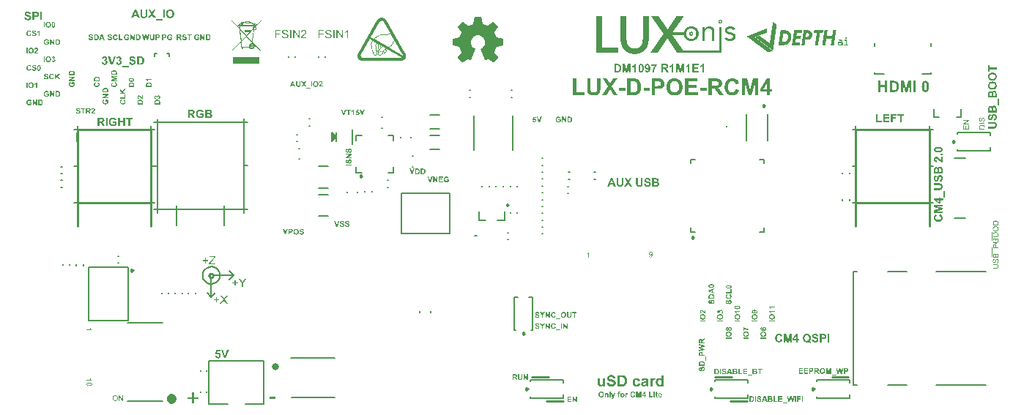
<source format=gto>
G04*
G04 #@! TF.GenerationSoftware,Altium Limited,Altium Designer,21.3.2 (30)*
G04*
G04 Layer_Color=65535*
%FSLAX44Y44*%
%MOMM*%
G71*
G04*
G04 #@! TF.SameCoordinates,F6AF6AA3-D760-431E-B483-83C9D8F16B82*
G04*
G04*
G04 #@! TF.FilePolarity,Positive*
G04*
G01*
G75*
%ADD10C,0.2500*%
%ADD11C,0.6000*%
%ADD12C,0.2540*%
%ADD13C,0.2000*%
%ADD14C,0.5400*%
%ADD15C,0.1000*%
%ADD16C,0.2540*%
G36*
X825412Y446151D02*
X825860D01*
Y446095D01*
X826083D01*
Y446039D01*
X826251D01*
Y445983D01*
X826363D01*
Y445928D01*
X826475D01*
Y445872D01*
X826587D01*
Y445816D01*
X826643D01*
Y445760D01*
X826755D01*
Y445704D01*
X826811D01*
Y445648D01*
X826867D01*
Y445592D01*
X826923D01*
Y445536D01*
X826979D01*
Y445480D01*
X827035D01*
Y445424D01*
X827091D01*
Y445368D01*
X827147D01*
Y445312D01*
X827203D01*
Y445256D01*
Y445200D01*
X827259D01*
Y445144D01*
X827315D01*
Y445088D01*
Y445032D01*
X827371D01*
Y444976D01*
Y444920D01*
X827427D01*
Y444864D01*
Y444808D01*
X827482D01*
Y444752D01*
Y444696D01*
Y444640D01*
X827538D01*
Y444584D01*
Y444528D01*
Y444472D01*
Y444417D01*
X827594D01*
Y444361D01*
Y444305D01*
Y444249D01*
Y444193D01*
Y444137D01*
Y444081D01*
Y444025D01*
Y443969D01*
Y443913D01*
Y443857D01*
Y443801D01*
Y443745D01*
Y443689D01*
Y443633D01*
Y443577D01*
Y443521D01*
Y443465D01*
Y443409D01*
Y443353D01*
X827538D01*
Y443297D01*
Y443241D01*
Y443185D01*
Y443129D01*
X827482D01*
Y443073D01*
Y443017D01*
Y442962D01*
X827427D01*
Y442906D01*
Y442850D01*
X827371D01*
Y442794D01*
Y442738D01*
X827315D01*
Y442682D01*
Y442626D01*
X827259D01*
Y442570D01*
X827203D01*
Y442514D01*
Y442458D01*
X827147D01*
Y442402D01*
X827091D01*
Y442346D01*
X827035D01*
Y442290D01*
X826979D01*
Y442234D01*
X826923D01*
Y442178D01*
X826867D01*
Y442122D01*
X826811D01*
Y442066D01*
X826755D01*
Y442010D01*
X826643D01*
Y441954D01*
X826587D01*
Y441898D01*
X826475D01*
Y441842D01*
X826363D01*
Y441786D01*
X826251D01*
Y441730D01*
X826083D01*
Y441674D01*
X825860D01*
Y441618D01*
X825468D01*
Y441562D01*
X825076D01*
Y441618D01*
X824684D01*
Y441674D01*
X824461D01*
Y441730D01*
X824349D01*
Y441786D01*
X824181D01*
Y441842D01*
X824069D01*
Y441898D01*
X824013D01*
Y441954D01*
X823901D01*
Y442010D01*
X823845D01*
Y442066D01*
X823733D01*
Y442122D01*
X823677D01*
Y442178D01*
X823621D01*
Y442234D01*
X823565D01*
Y442290D01*
X823509D01*
Y442346D01*
X823453D01*
Y442402D01*
X823397D01*
Y442458D01*
Y442514D01*
X823341D01*
Y442570D01*
X823285D01*
Y442626D01*
Y442682D01*
X823229D01*
Y442738D01*
Y442794D01*
X823173D01*
Y442850D01*
Y442906D01*
X823117D01*
Y442962D01*
Y443017D01*
X823061D01*
Y443073D01*
Y443129D01*
Y443185D01*
X823005D01*
Y443241D01*
Y443297D01*
Y443353D01*
Y443409D01*
Y443465D01*
X822950D01*
Y443521D01*
Y443577D01*
Y443633D01*
Y443689D01*
Y443745D01*
Y443801D01*
Y443857D01*
Y443913D01*
Y443969D01*
Y444025D01*
Y444081D01*
Y444137D01*
Y444193D01*
Y444249D01*
Y444305D01*
X823005D01*
Y444361D01*
Y444417D01*
Y444472D01*
Y444528D01*
Y444584D01*
X823061D01*
Y444640D01*
Y444696D01*
Y444752D01*
X823117D01*
Y444808D01*
Y444864D01*
X823173D01*
Y444920D01*
Y444976D01*
X823229D01*
Y445032D01*
Y445088D01*
X823285D01*
Y445144D01*
Y445200D01*
X823341D01*
Y445256D01*
X823397D01*
Y445312D01*
Y445368D01*
X823453D01*
Y445424D01*
X823509D01*
Y445480D01*
X823565D01*
Y445536D01*
X823621D01*
Y445592D01*
X823677D01*
Y445648D01*
X823733D01*
Y445704D01*
X823845D01*
Y445760D01*
X823901D01*
Y445816D01*
X824013D01*
Y445872D01*
X824069D01*
Y445928D01*
X824181D01*
Y445983D01*
X824349D01*
Y446039D01*
X824516D01*
Y446095D01*
X824684D01*
Y446151D01*
X825132D01*
Y446207D01*
X825412D01*
Y446151D01*
D02*
G37*
G36*
X812932Y438372D02*
X813604D01*
Y438316D01*
X813939D01*
Y438261D01*
X814219D01*
Y438205D01*
X814443D01*
Y438149D01*
X814667D01*
Y438093D01*
X814835D01*
Y438037D01*
X815003D01*
Y437981D01*
X815171D01*
Y437925D01*
X815283D01*
Y437869D01*
X815395D01*
Y437813D01*
X815506D01*
Y437757D01*
X815618D01*
Y437701D01*
X815730D01*
Y437645D01*
X815842D01*
Y437589D01*
X815954D01*
Y437533D01*
X816010D01*
Y437477D01*
X816122D01*
Y437421D01*
X816178D01*
Y437365D01*
X816290D01*
Y437309D01*
X816346D01*
Y437253D01*
X816402D01*
Y437197D01*
X816514D01*
Y437141D01*
X816570D01*
Y437085D01*
X816626D01*
Y437029D01*
X816682D01*
Y436973D01*
X816738D01*
Y436917D01*
X816794D01*
Y436861D01*
X816850D01*
Y436805D01*
X816906D01*
Y436750D01*
X816961D01*
Y436694D01*
X817017D01*
Y436638D01*
X817073D01*
Y436582D01*
X817129D01*
Y436526D01*
X817185D01*
Y436470D01*
X817241D01*
Y436414D01*
X817297D01*
Y436358D01*
Y436302D01*
X817353D01*
Y436246D01*
X817409D01*
Y436190D01*
Y436134D01*
X817465D01*
Y436078D01*
X817521D01*
Y436022D01*
Y435966D01*
X817577D01*
Y435910D01*
X817633D01*
Y435854D01*
Y435798D01*
X817689D01*
Y435742D01*
Y435686D01*
X817745D01*
Y435630D01*
X817801D01*
Y435574D01*
Y435518D01*
X817857D01*
Y435462D01*
Y435406D01*
X817913D01*
Y435350D01*
Y435295D01*
Y435239D01*
X817969D01*
Y435183D01*
Y435127D01*
X818025D01*
Y435071D01*
Y435015D01*
X818081D01*
Y434959D01*
Y434903D01*
Y434847D01*
X818137D01*
Y434791D01*
Y434735D01*
Y434679D01*
X818193D01*
Y434623D01*
Y434567D01*
Y434511D01*
X818249D01*
Y434455D01*
Y434399D01*
Y434343D01*
Y434287D01*
X818305D01*
Y434231D01*
Y434175D01*
Y434119D01*
Y434063D01*
X818361D01*
Y434007D01*
Y433951D01*
Y433895D01*
Y433839D01*
Y433784D01*
X818417D01*
Y433728D01*
Y433672D01*
Y433616D01*
Y433560D01*
X818473D01*
Y433504D01*
Y433448D01*
Y433392D01*
Y433336D01*
Y433280D01*
Y433224D01*
Y433168D01*
Y433112D01*
X818528D01*
Y433056D01*
Y433000D01*
Y432944D01*
Y432888D01*
Y432832D01*
Y432776D01*
Y432720D01*
Y432664D01*
Y432608D01*
Y432552D01*
Y432496D01*
X818584D01*
Y432440D01*
Y432384D01*
Y432328D01*
Y432273D01*
Y432217D01*
Y432161D01*
Y432105D01*
Y432049D01*
Y431993D01*
Y431937D01*
Y431881D01*
Y431825D01*
Y431769D01*
Y431713D01*
Y431657D01*
Y431601D01*
Y431545D01*
Y431489D01*
Y431433D01*
Y431377D01*
Y431321D01*
Y431265D01*
Y431209D01*
Y431153D01*
Y431097D01*
Y431041D01*
Y430985D01*
Y430929D01*
Y430873D01*
Y430817D01*
Y430761D01*
Y430706D01*
Y430650D01*
Y430594D01*
Y430538D01*
Y430482D01*
Y430426D01*
Y430370D01*
Y430314D01*
Y430258D01*
Y430202D01*
Y430146D01*
Y430090D01*
Y430034D01*
Y429978D01*
Y429922D01*
Y429866D01*
Y429810D01*
Y429754D01*
Y429698D01*
Y429642D01*
Y429586D01*
Y429530D01*
Y429474D01*
Y429418D01*
Y429362D01*
Y429306D01*
Y429251D01*
Y429195D01*
Y429139D01*
Y429083D01*
Y429027D01*
Y428971D01*
Y428915D01*
Y428859D01*
Y428803D01*
Y428747D01*
Y428691D01*
Y428635D01*
Y428579D01*
Y428523D01*
Y428467D01*
Y428411D01*
Y428355D01*
Y428299D01*
Y428243D01*
Y428187D01*
Y428131D01*
Y428075D01*
Y428019D01*
Y427963D01*
Y427907D01*
Y427851D01*
Y427795D01*
Y427740D01*
Y427684D01*
Y427628D01*
Y427572D01*
Y427516D01*
Y427460D01*
Y427404D01*
Y427348D01*
Y427292D01*
Y427236D01*
Y427180D01*
Y427124D01*
Y427068D01*
Y427012D01*
Y426956D01*
Y426900D01*
Y426844D01*
Y426788D01*
Y426732D01*
Y426676D01*
Y426620D01*
Y426564D01*
Y426508D01*
Y426452D01*
Y426396D01*
Y426340D01*
Y426284D01*
Y426229D01*
Y426173D01*
Y426117D01*
Y426061D01*
Y426005D01*
Y425949D01*
Y425893D01*
Y425837D01*
Y425781D01*
Y425725D01*
Y425669D01*
Y425613D01*
Y425557D01*
Y425501D01*
Y425445D01*
Y425389D01*
Y425333D01*
Y425277D01*
Y425221D01*
Y425165D01*
Y425109D01*
Y425053D01*
Y424997D01*
Y424941D01*
Y424885D01*
Y424829D01*
Y424773D01*
Y424718D01*
Y424662D01*
Y424606D01*
Y424550D01*
Y424494D01*
Y424438D01*
Y424382D01*
Y424326D01*
Y424270D01*
Y424214D01*
Y424158D01*
Y424102D01*
Y424046D01*
Y423990D01*
Y423934D01*
Y423878D01*
Y423822D01*
Y423766D01*
Y423710D01*
Y423654D01*
Y423598D01*
Y423542D01*
Y423486D01*
Y423430D01*
Y423374D01*
Y423318D01*
Y423263D01*
Y423207D01*
Y423151D01*
Y423095D01*
Y423039D01*
Y422983D01*
Y422927D01*
Y422871D01*
Y422815D01*
Y422759D01*
Y422703D01*
Y422647D01*
Y422591D01*
Y422535D01*
Y422479D01*
Y422423D01*
Y422367D01*
Y422311D01*
Y422255D01*
Y422199D01*
Y422143D01*
Y422087D01*
Y422031D01*
Y421975D01*
Y421920D01*
Y421864D01*
X815898D01*
Y421920D01*
Y421975D01*
Y422031D01*
Y422087D01*
Y422143D01*
Y422199D01*
Y422255D01*
Y422311D01*
Y422367D01*
Y422423D01*
Y422479D01*
Y422535D01*
Y422591D01*
Y422647D01*
Y422703D01*
Y422759D01*
Y422815D01*
Y422871D01*
Y422927D01*
Y422983D01*
Y423039D01*
Y423095D01*
Y423151D01*
Y423207D01*
Y423263D01*
Y423318D01*
Y423374D01*
Y423430D01*
Y423486D01*
Y423542D01*
Y423598D01*
Y423654D01*
Y423710D01*
Y423766D01*
Y423822D01*
Y423878D01*
Y423934D01*
Y423990D01*
Y424046D01*
Y424102D01*
Y424158D01*
Y424214D01*
Y424270D01*
Y424326D01*
Y424382D01*
Y424438D01*
Y424494D01*
Y424550D01*
Y424606D01*
Y424662D01*
Y424718D01*
Y424773D01*
Y424829D01*
Y424885D01*
Y424941D01*
Y424997D01*
Y425053D01*
Y425109D01*
Y425165D01*
Y425221D01*
Y425277D01*
Y425333D01*
Y425389D01*
Y425445D01*
Y425501D01*
Y425557D01*
Y425613D01*
Y425669D01*
Y425725D01*
Y425781D01*
Y425837D01*
Y425893D01*
Y425949D01*
Y426005D01*
Y426061D01*
Y426117D01*
Y426173D01*
Y426229D01*
Y426284D01*
Y426340D01*
Y426396D01*
Y426452D01*
Y426508D01*
Y426564D01*
Y426620D01*
Y426676D01*
Y426732D01*
Y426788D01*
Y426844D01*
Y426900D01*
Y426956D01*
Y427012D01*
Y427068D01*
Y427124D01*
Y427180D01*
Y427236D01*
Y427292D01*
Y427348D01*
Y427404D01*
Y427460D01*
Y427516D01*
Y427572D01*
Y427628D01*
Y427684D01*
Y427740D01*
Y427795D01*
Y427851D01*
Y427907D01*
Y427963D01*
Y428019D01*
Y428075D01*
Y428131D01*
Y428187D01*
Y428243D01*
Y428299D01*
Y428355D01*
Y428411D01*
Y428467D01*
Y428523D01*
Y428579D01*
Y428635D01*
Y428691D01*
Y428747D01*
Y428803D01*
Y428859D01*
Y428915D01*
Y428971D01*
Y429027D01*
Y429083D01*
Y429139D01*
Y429195D01*
Y429251D01*
Y429306D01*
Y429362D01*
Y429418D01*
Y429474D01*
Y429530D01*
Y429586D01*
Y429642D01*
Y429698D01*
Y429754D01*
Y429810D01*
Y429866D01*
Y429922D01*
Y429978D01*
Y430034D01*
Y430090D01*
Y430146D01*
Y430202D01*
Y430258D01*
Y430314D01*
Y430370D01*
Y430426D01*
Y430482D01*
Y430538D01*
Y430594D01*
Y430650D01*
Y430706D01*
Y430761D01*
Y430817D01*
Y430873D01*
Y430929D01*
Y430985D01*
Y431041D01*
Y431097D01*
Y431153D01*
Y431209D01*
Y431265D01*
Y431321D01*
Y431377D01*
Y431433D01*
Y431489D01*
Y431545D01*
Y431601D01*
Y431657D01*
Y431713D01*
Y431769D01*
Y431825D01*
Y431881D01*
Y431937D01*
Y431993D01*
Y432049D01*
Y432105D01*
Y432161D01*
Y432217D01*
Y432273D01*
Y432328D01*
Y432384D01*
X815842D01*
Y432440D01*
Y432496D01*
Y432552D01*
Y432608D01*
Y432664D01*
Y432720D01*
Y432776D01*
X815786D01*
Y432832D01*
Y432888D01*
Y432944D01*
Y433000D01*
Y433056D01*
Y433112D01*
X815730D01*
Y433168D01*
Y433224D01*
Y433280D01*
Y433336D01*
X815674D01*
Y433392D01*
Y433448D01*
Y433504D01*
X815618D01*
Y433560D01*
Y433616D01*
Y433672D01*
X815562D01*
Y433728D01*
Y433784D01*
Y433839D01*
X815506D01*
Y433895D01*
Y433951D01*
X815450D01*
Y434007D01*
Y434063D01*
X815395D01*
Y434119D01*
Y434175D01*
Y434231D01*
X815339D01*
Y434287D01*
Y434343D01*
X815283D01*
Y434399D01*
X815227D01*
Y434455D01*
Y434511D01*
X815171D01*
Y434567D01*
X815115D01*
Y434623D01*
Y434679D01*
X815059D01*
Y434735D01*
X815003D01*
Y434791D01*
Y434847D01*
X814947D01*
Y434903D01*
X814891D01*
Y434959D01*
X814835D01*
Y435015D01*
X814779D01*
Y435071D01*
X814723D01*
Y435127D01*
X814667D01*
Y435183D01*
X814611D01*
Y435239D01*
X814499D01*
Y435295D01*
X814443D01*
Y435350D01*
X814387D01*
Y435406D01*
X814275D01*
Y435462D01*
X814163D01*
Y435518D01*
X814107D01*
Y435574D01*
X813995D01*
Y435630D01*
X813828D01*
Y435686D01*
X813716D01*
Y435742D01*
X813548D01*
Y435798D01*
X813324D01*
Y435854D01*
X813044D01*
Y435910D01*
X812540D01*
Y435966D01*
X811813D01*
Y435910D01*
X811253D01*
Y435854D01*
X810973D01*
Y435798D01*
X810694D01*
Y435742D01*
X810526D01*
Y435686D01*
X810358D01*
Y435630D01*
X810190D01*
Y435574D01*
X810078D01*
Y435518D01*
X809910D01*
Y435462D01*
X809798D01*
Y435406D01*
X809686D01*
Y435350D01*
X809630D01*
Y435295D01*
X809518D01*
Y435239D01*
X809462D01*
Y435183D01*
X809351D01*
Y435127D01*
X809295D01*
Y435071D01*
X809183D01*
Y435015D01*
X809127D01*
Y434959D01*
X809071D01*
Y434903D01*
X809015D01*
Y434847D01*
X808903D01*
Y434791D01*
X808847D01*
Y434735D01*
X808791D01*
Y434679D01*
X808735D01*
Y434623D01*
Y434567D01*
X808679D01*
Y434511D01*
X808623D01*
Y434455D01*
X808567D01*
Y434399D01*
X808511D01*
Y434343D01*
X808455D01*
Y434287D01*
X808399D01*
Y434231D01*
Y434175D01*
X808343D01*
Y434119D01*
X808287D01*
Y434063D01*
Y434007D01*
X808231D01*
Y433951D01*
X808175D01*
Y433895D01*
Y433839D01*
X808119D01*
Y433784D01*
Y433728D01*
X808063D01*
Y433672D01*
X808007D01*
Y433616D01*
Y433560D01*
X807951D01*
Y433504D01*
Y433448D01*
X807896D01*
Y433392D01*
Y433336D01*
X807840D01*
Y433280D01*
Y433224D01*
Y433168D01*
X807784D01*
Y433112D01*
Y433056D01*
X807728D01*
Y433000D01*
Y432944D01*
Y432888D01*
X807672D01*
Y432832D01*
Y432776D01*
Y432720D01*
X807616D01*
Y432664D01*
Y432608D01*
X807560D01*
Y432552D01*
Y432496D01*
Y432440D01*
Y432384D01*
X807504D01*
Y432328D01*
Y432273D01*
Y432217D01*
Y432161D01*
X807448D01*
Y432105D01*
Y432049D01*
Y431993D01*
Y431937D01*
X807392D01*
Y431881D01*
Y431825D01*
Y431769D01*
Y431713D01*
Y431657D01*
X807336D01*
Y431601D01*
Y431545D01*
Y431489D01*
Y431433D01*
Y431377D01*
Y431321D01*
X807280D01*
Y431265D01*
Y431209D01*
Y431153D01*
Y431097D01*
Y431041D01*
Y430985D01*
Y430929D01*
Y430873D01*
Y430817D01*
X807224D01*
Y430761D01*
Y430706D01*
Y430650D01*
Y430594D01*
Y430538D01*
Y430482D01*
Y430426D01*
Y430370D01*
Y430314D01*
Y430258D01*
Y430202D01*
Y430146D01*
Y430090D01*
Y430034D01*
Y429978D01*
Y429922D01*
Y429866D01*
Y429810D01*
Y429754D01*
Y429698D01*
Y429642D01*
Y429586D01*
Y429530D01*
Y429474D01*
Y429418D01*
Y429362D01*
Y429306D01*
Y429251D01*
Y429195D01*
Y429139D01*
Y429083D01*
Y429027D01*
Y428971D01*
Y428915D01*
Y428859D01*
Y428803D01*
Y428747D01*
Y428691D01*
Y428635D01*
Y428579D01*
Y428523D01*
Y428467D01*
Y428411D01*
Y428355D01*
Y428299D01*
Y428243D01*
Y428187D01*
Y428131D01*
Y428075D01*
Y428019D01*
Y427963D01*
Y427907D01*
Y427851D01*
Y427795D01*
Y427740D01*
Y427684D01*
Y427628D01*
Y427572D01*
Y427516D01*
Y427460D01*
Y427404D01*
Y427348D01*
Y427292D01*
Y427236D01*
Y427180D01*
Y427124D01*
Y427068D01*
Y427012D01*
Y426956D01*
Y426900D01*
Y426844D01*
Y426788D01*
Y426732D01*
Y426676D01*
Y426620D01*
Y426564D01*
Y426508D01*
Y426452D01*
Y426396D01*
Y426340D01*
Y426284D01*
Y426229D01*
Y426173D01*
Y426117D01*
Y426061D01*
Y426005D01*
Y425949D01*
Y425893D01*
Y425837D01*
Y425781D01*
Y425725D01*
Y425669D01*
Y425613D01*
Y425557D01*
Y425501D01*
Y425445D01*
Y425389D01*
Y425333D01*
Y425277D01*
Y425221D01*
Y425165D01*
Y425109D01*
Y425053D01*
Y424997D01*
Y424941D01*
Y424885D01*
Y424829D01*
Y424773D01*
Y424718D01*
Y424662D01*
Y424606D01*
Y424550D01*
Y424494D01*
Y424438D01*
Y424382D01*
Y424326D01*
Y424270D01*
Y424214D01*
Y424158D01*
Y424102D01*
Y424046D01*
Y423990D01*
Y423934D01*
Y423878D01*
Y423822D01*
Y423766D01*
Y423710D01*
Y423654D01*
Y423598D01*
Y423542D01*
Y423486D01*
Y423430D01*
Y423374D01*
Y423318D01*
Y423263D01*
Y423207D01*
Y423151D01*
Y423095D01*
Y423039D01*
Y422983D01*
Y422927D01*
Y422871D01*
Y422815D01*
Y422759D01*
Y422703D01*
Y422647D01*
Y422591D01*
Y422535D01*
Y422479D01*
Y422423D01*
Y422367D01*
Y422311D01*
Y422255D01*
Y422199D01*
Y422143D01*
Y422087D01*
Y422031D01*
Y421975D01*
Y421920D01*
Y421864D01*
X804538D01*
Y421920D01*
Y421975D01*
Y422031D01*
Y422087D01*
Y422143D01*
Y422199D01*
Y422255D01*
Y422311D01*
Y422367D01*
Y422423D01*
Y422479D01*
Y422535D01*
Y422591D01*
Y422647D01*
Y422703D01*
Y422759D01*
Y422815D01*
Y422871D01*
Y422927D01*
Y422983D01*
Y423039D01*
Y423095D01*
Y423151D01*
Y423207D01*
Y423263D01*
Y423318D01*
Y423374D01*
Y423430D01*
Y423486D01*
Y423542D01*
Y423598D01*
Y423654D01*
Y423710D01*
Y423766D01*
Y423822D01*
Y423878D01*
Y423934D01*
Y423990D01*
Y424046D01*
Y424102D01*
Y424158D01*
Y424214D01*
Y424270D01*
Y424326D01*
Y424382D01*
Y424438D01*
Y424494D01*
Y424550D01*
Y424606D01*
Y424662D01*
Y424718D01*
Y424773D01*
Y424829D01*
Y424885D01*
Y424941D01*
Y424997D01*
Y425053D01*
Y425109D01*
Y425165D01*
Y425221D01*
Y425277D01*
Y425333D01*
Y425389D01*
Y425445D01*
Y425501D01*
Y425557D01*
Y425613D01*
Y425669D01*
Y425725D01*
Y425781D01*
Y425837D01*
Y425893D01*
Y425949D01*
Y426005D01*
Y426061D01*
Y426117D01*
Y426173D01*
Y426229D01*
Y426284D01*
Y426340D01*
Y426396D01*
Y426452D01*
Y426508D01*
Y426564D01*
Y426620D01*
Y426676D01*
Y426732D01*
Y426788D01*
Y426844D01*
Y426900D01*
Y426956D01*
Y427012D01*
Y427068D01*
Y427124D01*
Y427180D01*
Y427236D01*
Y427292D01*
Y427348D01*
Y427404D01*
Y427460D01*
Y427516D01*
Y427572D01*
Y427628D01*
Y427684D01*
Y427740D01*
Y427795D01*
Y427851D01*
Y427907D01*
Y427963D01*
Y428019D01*
Y428075D01*
Y428131D01*
Y428187D01*
Y428243D01*
Y428299D01*
Y428355D01*
Y428411D01*
Y428467D01*
Y428523D01*
Y428579D01*
Y428635D01*
Y428691D01*
Y428747D01*
Y428803D01*
Y428859D01*
Y428915D01*
Y428971D01*
Y429027D01*
Y429083D01*
Y429139D01*
Y429195D01*
Y429251D01*
Y429306D01*
Y429362D01*
Y429418D01*
Y429474D01*
Y429530D01*
Y429586D01*
Y429642D01*
Y429698D01*
Y429754D01*
Y429810D01*
Y429866D01*
Y429922D01*
Y429978D01*
Y430034D01*
Y430090D01*
Y430146D01*
Y430202D01*
Y430258D01*
Y430314D01*
Y430370D01*
Y430426D01*
Y430482D01*
Y430538D01*
Y430594D01*
Y430650D01*
Y430706D01*
Y430761D01*
Y430817D01*
Y430873D01*
Y430929D01*
Y430985D01*
Y431041D01*
Y431097D01*
Y431153D01*
Y431209D01*
Y431265D01*
Y431321D01*
Y431377D01*
Y431433D01*
Y431489D01*
Y431545D01*
Y431601D01*
Y431657D01*
Y431713D01*
Y431769D01*
Y431825D01*
Y431881D01*
Y431937D01*
Y431993D01*
Y432049D01*
Y432105D01*
Y432161D01*
Y432217D01*
Y432273D01*
Y432328D01*
Y432384D01*
Y432440D01*
Y432496D01*
Y432552D01*
Y432608D01*
Y432664D01*
Y432720D01*
Y432776D01*
Y432832D01*
Y432888D01*
Y432944D01*
Y433000D01*
Y433056D01*
Y433112D01*
Y433168D01*
Y433224D01*
Y433280D01*
Y433336D01*
Y433392D01*
Y433448D01*
Y433504D01*
Y433560D01*
Y433616D01*
Y433672D01*
Y433728D01*
Y433784D01*
Y433839D01*
Y433895D01*
Y433951D01*
Y434007D01*
Y434063D01*
Y434119D01*
Y434175D01*
Y434231D01*
Y434287D01*
Y434343D01*
Y434399D01*
Y434455D01*
Y434511D01*
Y434567D01*
Y434623D01*
Y434679D01*
Y434735D01*
Y434791D01*
Y434847D01*
Y434903D01*
Y434959D01*
Y435015D01*
Y435071D01*
Y435127D01*
Y435183D01*
Y435239D01*
Y435295D01*
X804482D01*
Y435350D01*
Y435406D01*
Y435462D01*
Y435518D01*
Y435574D01*
Y435630D01*
Y435686D01*
Y435742D01*
Y435798D01*
Y435854D01*
Y435910D01*
Y435966D01*
Y436022D01*
Y436078D01*
Y436134D01*
Y436190D01*
Y436246D01*
Y436302D01*
Y436358D01*
Y436414D01*
X804426D01*
Y436470D01*
Y436526D01*
Y436582D01*
Y436638D01*
Y436694D01*
Y436750D01*
Y436805D01*
Y436861D01*
Y436917D01*
Y436973D01*
Y437029D01*
Y437085D01*
Y437141D01*
Y437197D01*
Y437253D01*
Y437309D01*
Y437365D01*
Y437421D01*
Y437477D01*
Y437533D01*
Y437589D01*
X804370D01*
Y437645D01*
Y437701D01*
Y437757D01*
Y437813D01*
Y437869D01*
Y437925D01*
Y437981D01*
X806944D01*
Y437925D01*
Y437869D01*
Y437813D01*
Y437757D01*
Y437701D01*
Y437645D01*
Y437589D01*
Y437533D01*
Y437477D01*
Y437421D01*
Y437365D01*
Y437309D01*
Y437253D01*
Y437197D01*
Y437141D01*
Y437085D01*
Y437029D01*
Y436973D01*
Y436917D01*
Y436861D01*
Y436805D01*
Y436750D01*
Y436694D01*
Y436638D01*
Y436582D01*
Y436526D01*
Y436470D01*
Y436414D01*
X807000D01*
Y436358D01*
Y436302D01*
Y436246D01*
Y436190D01*
Y436134D01*
Y436078D01*
Y436022D01*
Y435966D01*
Y435910D01*
Y435854D01*
Y435798D01*
Y435742D01*
Y435686D01*
Y435630D01*
Y435574D01*
Y435518D01*
Y435462D01*
Y435406D01*
Y435350D01*
X807112D01*
Y435406D01*
Y435462D01*
X807168D01*
Y435518D01*
Y435574D01*
X807224D01*
Y435630D01*
Y435686D01*
X807280D01*
Y435742D01*
X807336D01*
Y435798D01*
Y435854D01*
X807392D01*
Y435910D01*
X807448D01*
Y435966D01*
Y436022D01*
X807504D01*
Y436078D01*
X807560D01*
Y436134D01*
Y436190D01*
X807616D01*
Y436246D01*
X807672D01*
Y436302D01*
X807728D01*
Y436358D01*
X807784D01*
Y436414D01*
X807840D01*
Y436470D01*
Y436526D01*
X807896D01*
Y436582D01*
X807951D01*
Y436638D01*
X808007D01*
Y436694D01*
X808063D01*
Y436750D01*
X808119D01*
Y436805D01*
X808175D01*
Y436861D01*
X808287D01*
Y436917D01*
X808343D01*
Y436973D01*
X808399D01*
Y437029D01*
X808455D01*
Y437085D01*
X808511D01*
Y437141D01*
X808623D01*
Y437197D01*
X808679D01*
Y437253D01*
X808791D01*
Y437309D01*
X808847D01*
Y437365D01*
X808903D01*
Y437421D01*
X809015D01*
Y437477D01*
X809127D01*
Y437533D01*
X809183D01*
Y437589D01*
X809295D01*
Y437645D01*
X809407D01*
Y437701D01*
X809518D01*
Y437757D01*
X809630D01*
Y437813D01*
X809742D01*
Y437869D01*
X809854D01*
Y437925D01*
X810022D01*
Y437981D01*
X810134D01*
Y438037D01*
X810302D01*
Y438093D01*
X810470D01*
Y438149D01*
X810694D01*
Y438205D01*
X810862D01*
Y438261D01*
X811141D01*
Y438316D01*
X811477D01*
Y438372D01*
X812037D01*
Y438428D01*
X812932D01*
Y438372D01*
D02*
G37*
G36*
X783160Y449957D02*
X783104D01*
Y449901D01*
X783048D01*
Y449845D01*
Y449789D01*
X782992D01*
Y449733D01*
X782936D01*
Y449677D01*
Y449621D01*
X782880D01*
Y449565D01*
X782824D01*
Y449509D01*
X782768D01*
Y449453D01*
Y449397D01*
X782712D01*
Y449341D01*
X782656D01*
Y449285D01*
Y449229D01*
X782600D01*
Y449173D01*
X782544D01*
Y449117D01*
X782488D01*
Y449061D01*
Y449005D01*
X782432D01*
Y448950D01*
X782376D01*
Y448894D01*
Y448838D01*
X782320D01*
Y448782D01*
X782264D01*
Y448726D01*
X782208D01*
Y448670D01*
Y448614D01*
X782153D01*
Y448558D01*
X782097D01*
Y448502D01*
Y448446D01*
X782041D01*
Y448390D01*
X781985D01*
Y448334D01*
X781929D01*
Y448278D01*
Y448222D01*
X781873D01*
Y448166D01*
X781817D01*
Y448110D01*
Y448054D01*
X781761D01*
Y447998D01*
X781705D01*
Y447942D01*
Y447886D01*
X781649D01*
Y447830D01*
X781593D01*
Y447774D01*
X781537D01*
Y447718D01*
Y447662D01*
X781481D01*
Y447606D01*
X781425D01*
Y447550D01*
Y447494D01*
X781369D01*
Y447438D01*
X781313D01*
Y447383D01*
X781257D01*
Y447327D01*
Y447271D01*
X781201D01*
Y447215D01*
X781145D01*
Y447159D01*
Y447103D01*
X781089D01*
Y447047D01*
X781033D01*
Y446991D01*
X780977D01*
Y446935D01*
Y446879D01*
X780921D01*
Y446823D01*
X780865D01*
Y446767D01*
Y446711D01*
X780809D01*
Y446655D01*
X780753D01*
Y446599D01*
X780697D01*
Y446543D01*
Y446487D01*
X780642D01*
Y446431D01*
X780586D01*
Y446375D01*
Y446319D01*
X780530D01*
Y446263D01*
X780474D01*
Y446207D01*
Y446151D01*
X780418D01*
Y446095D01*
X780362D01*
Y446039D01*
X780306D01*
Y445983D01*
Y445928D01*
X780250D01*
Y445872D01*
X780194D01*
Y445816D01*
Y445760D01*
X780138D01*
Y445704D01*
X780082D01*
Y445648D01*
X780026D01*
Y445592D01*
Y445536D01*
X779970D01*
Y445480D01*
X779914D01*
Y445424D01*
Y445368D01*
X779858D01*
Y445312D01*
X779802D01*
Y445256D01*
X779746D01*
Y445200D01*
Y445144D01*
X779690D01*
Y445088D01*
X779634D01*
Y445032D01*
Y444976D01*
X779578D01*
Y444920D01*
X779522D01*
Y444864D01*
X779466D01*
Y444808D01*
Y444752D01*
X779410D01*
Y444696D01*
X779354D01*
Y444640D01*
Y444584D01*
X779298D01*
Y444528D01*
X779242D01*
Y444472D01*
X779186D01*
Y444417D01*
Y444361D01*
X779131D01*
Y444305D01*
X779075D01*
Y444249D01*
Y444193D01*
X779019D01*
Y444137D01*
X778963D01*
Y444081D01*
Y444025D01*
X778907D01*
Y443969D01*
X778851D01*
Y443913D01*
X778795D01*
Y443857D01*
Y443801D01*
X778739D01*
Y443745D01*
X778683D01*
Y443689D01*
Y443633D01*
X778627D01*
Y443577D01*
X778571D01*
Y443521D01*
X778515D01*
Y443465D01*
Y443409D01*
X778459D01*
Y443353D01*
X778403D01*
Y443297D01*
Y443241D01*
X778347D01*
Y443185D01*
X778291D01*
Y443129D01*
X778235D01*
Y443073D01*
Y443017D01*
X778179D01*
Y442962D01*
X778123D01*
Y442906D01*
Y442850D01*
X778067D01*
Y442794D01*
X778011D01*
Y442738D01*
X777955D01*
Y442682D01*
Y442626D01*
X777899D01*
Y442570D01*
X777843D01*
Y442514D01*
Y442458D01*
X777787D01*
Y442402D01*
X777731D01*
Y442346D01*
X777675D01*
Y442290D01*
Y442234D01*
X777620D01*
Y442178D01*
X777564D01*
Y442122D01*
Y442066D01*
X777508D01*
Y442010D01*
X777452D01*
Y441954D01*
Y441898D01*
X777396D01*
Y441842D01*
X777340D01*
Y441786D01*
X777284D01*
Y441730D01*
Y441674D01*
X777228D01*
Y441618D01*
X777172D01*
Y441562D01*
Y441506D01*
X777116D01*
Y441451D01*
X777060D01*
Y441395D01*
X777004D01*
Y441339D01*
Y441283D01*
X776948D01*
Y441227D01*
X776892D01*
Y441171D01*
Y441115D01*
X776836D01*
Y441059D01*
X776780D01*
Y441003D01*
X776724D01*
Y440947D01*
Y440891D01*
X776668D01*
Y440835D01*
X776612D01*
Y440779D01*
Y440723D01*
X776556D01*
Y440667D01*
X776500D01*
Y440611D01*
X776444D01*
Y440555D01*
Y440499D01*
X776388D01*
Y440443D01*
X776332D01*
Y440387D01*
Y440331D01*
X776276D01*
Y440275D01*
X776220D01*
Y440219D01*
X776164D01*
Y440163D01*
Y440107D01*
X776109D01*
Y440051D01*
X776053D01*
Y439995D01*
Y439939D01*
X775997D01*
Y439883D01*
X775941D01*
Y439827D01*
Y439772D01*
X775885D01*
Y439716D01*
X775829D01*
Y439660D01*
X775773D01*
Y439604D01*
Y439548D01*
X775717D01*
Y439492D01*
X775661D01*
Y439436D01*
Y439380D01*
X775605D01*
Y439324D01*
X775549D01*
Y439268D01*
X775493D01*
Y439212D01*
Y439156D01*
X775437D01*
Y439100D01*
X775381D01*
Y439044D01*
Y438988D01*
X775325D01*
Y438932D01*
X775269D01*
Y438876D01*
X775213D01*
Y438820D01*
Y438764D01*
X775157D01*
Y438708D01*
X775101D01*
Y438652D01*
Y438596D01*
X775045D01*
Y438540D01*
X774989D01*
Y438484D01*
X774933D01*
Y438428D01*
Y438372D01*
X774877D01*
Y438316D01*
X774821D01*
Y438261D01*
Y438205D01*
X774765D01*
Y438149D01*
X774709D01*
Y438093D01*
Y438037D01*
X774654D01*
Y437981D01*
X774598D01*
Y437925D01*
X774542D01*
Y437869D01*
Y437813D01*
X774486D01*
Y437757D01*
X774430D01*
Y437701D01*
Y437645D01*
X774374D01*
Y437589D01*
X774318D01*
Y437533D01*
X774262D01*
Y437477D01*
Y437421D01*
X774206D01*
Y437365D01*
X774150D01*
Y437309D01*
Y437253D01*
X774094D01*
Y437197D01*
X774038D01*
Y437141D01*
X773982D01*
Y437085D01*
Y437029D01*
X773926D01*
Y436973D01*
X773870D01*
Y436917D01*
Y436861D01*
X773814D01*
Y436805D01*
X773758D01*
Y436750D01*
X773702D01*
Y436694D01*
Y436638D01*
X773646D01*
Y436582D01*
X773590D01*
Y436526D01*
Y436470D01*
X773534D01*
Y436414D01*
X773478D01*
Y436358D01*
X773422D01*
Y436302D01*
Y436246D01*
X773366D01*
Y436190D01*
X773310D01*
Y436134D01*
Y436078D01*
X773254D01*
Y436022D01*
X773198D01*
Y435966D01*
Y435910D01*
X773143D01*
Y435854D01*
X773087D01*
Y435798D01*
X773031D01*
Y435742D01*
Y435686D01*
X772975D01*
Y435630D01*
X772919D01*
Y435574D01*
Y435518D01*
X772863D01*
Y435462D01*
X772807D01*
Y435406D01*
X772751D01*
Y435350D01*
Y435295D01*
X772695D01*
Y435239D01*
X772639D01*
Y435183D01*
Y435127D01*
X772583D01*
Y435071D01*
X772527D01*
Y435015D01*
X772471D01*
Y434959D01*
Y434903D01*
X772415D01*
Y434847D01*
X772359D01*
Y434791D01*
Y434735D01*
X772303D01*
Y434679D01*
X772247D01*
Y434623D01*
X772191D01*
Y434567D01*
Y434511D01*
X772135D01*
Y434455D01*
X772079D01*
Y434399D01*
Y434343D01*
X772023D01*
Y434287D01*
X771967D01*
Y434231D01*
X771911D01*
Y434175D01*
Y434119D01*
X771855D01*
Y434063D01*
X771799D01*
Y434007D01*
Y433951D01*
X771743D01*
Y433895D01*
X771687D01*
Y433839D01*
Y433784D01*
X771632D01*
Y433728D01*
X771576D01*
Y433672D01*
X771520D01*
Y433616D01*
Y433560D01*
X771464D01*
Y433504D01*
X771408D01*
Y433448D01*
Y433392D01*
X771352D01*
Y433336D01*
X771296D01*
Y433280D01*
X771240D01*
Y433224D01*
Y433168D01*
X771184D01*
Y433112D01*
X771128D01*
Y433056D01*
Y433000D01*
X771072D01*
Y432944D01*
X771016D01*
Y432888D01*
X770960D01*
Y432832D01*
Y432776D01*
X770904D01*
Y432720D01*
X770848D01*
Y432664D01*
Y432608D01*
X770792D01*
Y432552D01*
X770736D01*
Y432496D01*
X770680D01*
Y432440D01*
Y432384D01*
X770624D01*
Y432328D01*
X770568D01*
Y432273D01*
Y432217D01*
X770512D01*
Y432161D01*
X770456D01*
Y432105D01*
Y432049D01*
X770400D01*
Y431993D01*
X770344D01*
Y431937D01*
X770288D01*
Y431881D01*
Y431825D01*
X770232D01*
Y431769D01*
X770176D01*
Y431713D01*
Y431657D01*
X770121D01*
Y431601D01*
X770065D01*
Y431545D01*
X770009D01*
Y431489D01*
Y431433D01*
X769953D01*
Y431377D01*
X769897D01*
Y431321D01*
Y431265D01*
X783216D01*
Y431321D01*
Y431377D01*
Y431433D01*
Y431489D01*
X783272D01*
Y431545D01*
Y431601D01*
Y431657D01*
Y431713D01*
Y431769D01*
X783328D01*
Y431825D01*
Y431881D01*
Y431937D01*
Y431993D01*
Y432049D01*
X783384D01*
Y432105D01*
Y432161D01*
Y432217D01*
Y432273D01*
X783440D01*
Y432328D01*
Y432384D01*
Y432440D01*
Y432496D01*
X783496D01*
Y432552D01*
Y432608D01*
Y432664D01*
Y432720D01*
X783552D01*
Y432776D01*
Y432832D01*
Y432888D01*
X783608D01*
Y432944D01*
Y433000D01*
Y433056D01*
X783664D01*
Y433112D01*
Y433168D01*
X783719D01*
Y433224D01*
Y433280D01*
Y433336D01*
X783775D01*
Y433392D01*
Y433448D01*
X783831D01*
Y433504D01*
Y433560D01*
X783887D01*
Y433616D01*
Y433672D01*
Y433728D01*
X783943D01*
Y433784D01*
Y433839D01*
X783999D01*
Y433895D01*
Y433951D01*
X784055D01*
Y434007D01*
Y434063D01*
X784111D01*
Y434119D01*
X784167D01*
Y434175D01*
Y434231D01*
X784223D01*
Y434287D01*
Y434343D01*
X784279D01*
Y434399D01*
Y434455D01*
X784335D01*
Y434511D01*
Y434567D01*
X784391D01*
Y434623D01*
X784447D01*
Y434679D01*
Y434735D01*
X784503D01*
Y434791D01*
X784559D01*
Y434847D01*
Y434903D01*
X784615D01*
Y434959D01*
X784671D01*
Y435015D01*
Y435071D01*
X784727D01*
Y435127D01*
X784783D01*
Y435183D01*
X784839D01*
Y435239D01*
Y435295D01*
X784895D01*
Y435350D01*
X784951D01*
Y435406D01*
X785007D01*
Y435462D01*
X785063D01*
Y435518D01*
X785119D01*
Y435574D01*
Y435630D01*
X785175D01*
Y435686D01*
X785230D01*
Y435742D01*
X785286D01*
Y435798D01*
X785342D01*
Y435854D01*
X785398D01*
Y435910D01*
X785454D01*
Y435966D01*
X785510D01*
Y436022D01*
X785566D01*
Y436078D01*
X785622D01*
Y436134D01*
X785678D01*
Y436190D01*
X785734D01*
Y436246D01*
X785790D01*
Y436302D01*
X785846D01*
Y436358D01*
X785902D01*
Y436414D01*
X786014D01*
Y436470D01*
X786070D01*
Y436526D01*
X786126D01*
Y436582D01*
X786182D01*
Y436638D01*
X786294D01*
Y436694D01*
X786350D01*
Y436750D01*
X786406D01*
Y436805D01*
X786462D01*
Y436861D01*
X786574D01*
Y436917D01*
X786686D01*
Y436973D01*
X786741D01*
Y437029D01*
X786853D01*
Y437085D01*
X786909D01*
Y437141D01*
X787021D01*
Y437197D01*
X787077D01*
Y437253D01*
X787189D01*
Y437309D01*
X787301D01*
Y437365D01*
X787413D01*
Y437421D01*
X787525D01*
Y437477D01*
X787637D01*
Y437533D01*
X787749D01*
Y437589D01*
X787861D01*
Y437645D01*
X787973D01*
Y437701D01*
X788141D01*
Y437757D01*
X788252D01*
Y437813D01*
X788420D01*
Y437869D01*
X788588D01*
Y437925D01*
X788756D01*
Y437981D01*
X788924D01*
Y438037D01*
X789092D01*
Y438093D01*
X789316D01*
Y438149D01*
X789540D01*
Y438205D01*
X789819D01*
Y438261D01*
X790155D01*
Y438316D01*
X790547D01*
Y438372D01*
X791218D01*
Y438428D01*
X792282D01*
Y438372D01*
X792897D01*
Y438316D01*
X793289D01*
Y438261D01*
X793625D01*
Y438205D01*
X793961D01*
Y438149D01*
X794129D01*
Y438093D01*
X794352D01*
Y438037D01*
X794576D01*
Y437981D01*
X794744D01*
Y437925D01*
X794912D01*
Y437869D01*
X795024D01*
Y437813D01*
X795192D01*
Y437757D01*
X795360D01*
Y437701D01*
X795472D01*
Y437645D01*
X795584D01*
Y437589D01*
X795696D01*
Y437533D01*
X795807D01*
Y437477D01*
X795919D01*
Y437421D01*
X796031D01*
Y437365D01*
X796143D01*
Y437309D01*
X796255D01*
Y437253D01*
X796367D01*
Y437197D01*
X796423D01*
Y437141D01*
X796535D01*
Y437085D01*
X796647D01*
Y437029D01*
X796703D01*
Y436973D01*
X796815D01*
Y436917D01*
X796871D01*
Y436861D01*
X796983D01*
Y436805D01*
X797039D01*
Y436750D01*
X797095D01*
Y436694D01*
X797207D01*
Y436638D01*
X797262D01*
Y436582D01*
X797318D01*
Y436526D01*
X797374D01*
Y436470D01*
X797486D01*
Y436414D01*
X797542D01*
Y436358D01*
X797598D01*
Y436302D01*
X797654D01*
Y436246D01*
X797710D01*
Y436190D01*
X797766D01*
Y436134D01*
X797822D01*
Y436078D01*
X797878D01*
Y436022D01*
X797934D01*
Y435966D01*
X797990D01*
Y435910D01*
X798046D01*
Y435854D01*
X798102D01*
Y435798D01*
X798158D01*
Y435742D01*
X798214D01*
Y435686D01*
X798270D01*
Y435630D01*
X798326D01*
Y435574D01*
X798382D01*
Y435518D01*
Y435462D01*
X798438D01*
Y435406D01*
X798494D01*
Y435350D01*
X798550D01*
Y435295D01*
X798606D01*
Y435239D01*
X798662D01*
Y435183D01*
Y435127D01*
X798718D01*
Y435071D01*
X798773D01*
Y435015D01*
Y434959D01*
X798829D01*
Y434903D01*
X798885D01*
Y434847D01*
Y434791D01*
X798941D01*
Y434735D01*
X798997D01*
Y434679D01*
Y434623D01*
X799053D01*
Y434567D01*
X799109D01*
Y434511D01*
Y434455D01*
X799165D01*
Y434399D01*
X799221D01*
Y434343D01*
Y434287D01*
X799277D01*
Y434231D01*
Y434175D01*
X799333D01*
Y434119D01*
Y434063D01*
X799389D01*
Y434007D01*
Y433951D01*
X799445D01*
Y433895D01*
Y433839D01*
X799501D01*
Y433784D01*
Y433728D01*
X799557D01*
Y433672D01*
Y433616D01*
X799613D01*
Y433560D01*
Y433504D01*
X799669D01*
Y433448D01*
Y433392D01*
Y433336D01*
X799725D01*
Y433280D01*
Y433224D01*
X799781D01*
Y433168D01*
Y433112D01*
Y433056D01*
X799837D01*
Y433000D01*
Y432944D01*
X799893D01*
Y432888D01*
Y432832D01*
Y432776D01*
X799949D01*
Y432720D01*
Y432664D01*
Y432608D01*
Y432552D01*
X800005D01*
Y432496D01*
Y432440D01*
Y432384D01*
X800061D01*
Y432328D01*
Y432273D01*
Y432217D01*
Y432161D01*
X800117D01*
Y432105D01*
Y432049D01*
Y431993D01*
Y431937D01*
Y431881D01*
X800173D01*
Y431825D01*
Y431769D01*
Y431713D01*
Y431657D01*
Y431601D01*
X800229D01*
Y431545D01*
Y431489D01*
Y431433D01*
Y431377D01*
Y431321D01*
Y431265D01*
Y431209D01*
X800285D01*
Y431153D01*
Y431097D01*
Y431041D01*
Y430985D01*
Y430929D01*
Y430873D01*
Y430817D01*
Y430761D01*
Y430706D01*
Y430650D01*
X800340D01*
Y430594D01*
Y430538D01*
Y430482D01*
Y430426D01*
Y430370D01*
Y430314D01*
Y430258D01*
Y430202D01*
Y430146D01*
Y430090D01*
Y430034D01*
Y429978D01*
Y429922D01*
Y429866D01*
Y429810D01*
Y429754D01*
Y429698D01*
Y429642D01*
Y429586D01*
Y429530D01*
Y429474D01*
Y429418D01*
Y429362D01*
Y429306D01*
Y429251D01*
X800285D01*
Y429195D01*
Y429139D01*
Y429083D01*
Y429027D01*
Y428971D01*
Y428915D01*
Y428859D01*
Y428803D01*
Y428747D01*
Y428691D01*
Y428635D01*
X800229D01*
Y428579D01*
Y428523D01*
Y428467D01*
Y428411D01*
Y428355D01*
Y428299D01*
X800173D01*
Y428243D01*
Y428187D01*
Y428131D01*
Y428075D01*
Y428019D01*
Y427963D01*
X800117D01*
Y427907D01*
Y427851D01*
Y427795D01*
Y427740D01*
X800061D01*
Y427684D01*
Y427628D01*
Y427572D01*
Y427516D01*
X800005D01*
Y427460D01*
Y427404D01*
Y427348D01*
Y427292D01*
X799949D01*
Y427236D01*
Y427180D01*
Y427124D01*
X799893D01*
Y427068D01*
Y427012D01*
Y426956D01*
X799837D01*
Y426900D01*
Y426844D01*
Y426788D01*
X799781D01*
Y426732D01*
Y426676D01*
X799725D01*
Y426620D01*
Y426564D01*
Y426508D01*
X799669D01*
Y426452D01*
Y426396D01*
X799613D01*
Y426340D01*
Y426284D01*
X799557D01*
Y426229D01*
Y426173D01*
Y426117D01*
X799501D01*
Y426061D01*
Y426005D01*
X799445D01*
Y425949D01*
X799389D01*
Y425893D01*
Y425837D01*
X799333D01*
Y425781D01*
Y425725D01*
X799277D01*
Y425669D01*
Y425613D01*
X799221D01*
Y425557D01*
Y425501D01*
X799165D01*
Y425445D01*
Y425389D01*
X799109D01*
Y425333D01*
X799053D01*
Y425277D01*
Y425221D01*
X798997D01*
Y425165D01*
X798941D01*
Y425109D01*
Y425053D01*
X798885D01*
Y424997D01*
X798829D01*
Y424941D01*
Y424885D01*
X798773D01*
Y424829D01*
X798718D01*
Y424773D01*
Y424718D01*
X798662D01*
Y424662D01*
X798606D01*
Y424606D01*
X798550D01*
Y424550D01*
X798494D01*
Y424494D01*
Y424438D01*
X798438D01*
Y424382D01*
X798382D01*
Y424326D01*
X798326D01*
Y424270D01*
X798270D01*
Y424214D01*
X798214D01*
Y424158D01*
Y424102D01*
X798158D01*
Y424046D01*
X798102D01*
Y423990D01*
X798046D01*
Y423934D01*
X797990D01*
Y423878D01*
X797934D01*
Y423822D01*
X797878D01*
Y423766D01*
X797822D01*
Y423710D01*
X797766D01*
Y423654D01*
X797710D01*
Y423598D01*
X797654D01*
Y423542D01*
X797542D01*
Y423486D01*
X797486D01*
Y423430D01*
X797430D01*
Y423374D01*
X797374D01*
Y423318D01*
X797262D01*
Y423263D01*
X797207D01*
Y423207D01*
X797151D01*
Y423151D01*
X797095D01*
Y423095D01*
X796983D01*
Y423039D01*
X796927D01*
Y422983D01*
X796815D01*
Y422927D01*
X796759D01*
Y422871D01*
X796647D01*
Y422815D01*
X796591D01*
Y422759D01*
X796479D01*
Y422703D01*
X796367D01*
Y422647D01*
X796311D01*
Y422591D01*
X796199D01*
Y422535D01*
X796087D01*
Y422479D01*
X795975D01*
Y422423D01*
X795863D01*
Y422367D01*
X795751D01*
Y422311D01*
X795640D01*
Y422255D01*
X795528D01*
Y422199D01*
X795360D01*
Y422143D01*
X795248D01*
Y422087D01*
X795080D01*
Y422031D01*
X794968D01*
Y421975D01*
X794800D01*
Y421920D01*
X794632D01*
Y421864D01*
X794408D01*
Y421808D01*
X794241D01*
Y421752D01*
X794017D01*
Y421696D01*
X793737D01*
Y421640D01*
X793401D01*
Y421584D01*
X793121D01*
Y421528D01*
X792506D01*
Y421472D01*
X790995D01*
Y421528D01*
X790323D01*
Y421584D01*
X790043D01*
Y421640D01*
X789708D01*
Y421696D01*
X789428D01*
Y421752D01*
X789260D01*
Y421808D01*
X789036D01*
Y421864D01*
X788868D01*
Y421920D01*
X788700D01*
Y421975D01*
X788532D01*
Y422031D01*
X788364D01*
Y422087D01*
X788197D01*
Y422143D01*
X788085D01*
Y422199D01*
X787917D01*
Y422255D01*
X787805D01*
Y422311D01*
X787693D01*
Y422367D01*
X787581D01*
Y422423D01*
X787469D01*
Y422479D01*
X787357D01*
Y422535D01*
X787245D01*
Y422591D01*
X787133D01*
Y422647D01*
X787077D01*
Y422703D01*
X786965D01*
Y422759D01*
X786909D01*
Y422815D01*
X786797D01*
Y422871D01*
X786741D01*
Y422927D01*
X786630D01*
Y422983D01*
X786518D01*
Y423039D01*
X786462D01*
Y423095D01*
X786406D01*
Y423151D01*
X786294D01*
Y423207D01*
X786238D01*
Y423263D01*
X786182D01*
Y423318D01*
X786126D01*
Y423374D01*
X786014D01*
Y423430D01*
X785958D01*
Y423486D01*
X785902D01*
Y423542D01*
X785846D01*
Y423598D01*
X785790D01*
Y423654D01*
X785734D01*
Y423710D01*
X785678D01*
Y423766D01*
X785622D01*
Y423822D01*
X785510D01*
Y423878D01*
Y423934D01*
X785454D01*
Y423990D01*
X785398D01*
Y424046D01*
X785342D01*
Y424102D01*
X785286D01*
Y424158D01*
X785230D01*
Y424214D01*
X785175D01*
Y424270D01*
X785119D01*
Y424326D01*
X785063D01*
Y424382D01*
Y424438D01*
X785007D01*
Y424494D01*
X784951D01*
Y424550D01*
X784895D01*
Y424606D01*
X784839D01*
Y424662D01*
X784783D01*
Y424718D01*
Y424773D01*
X784727D01*
Y424829D01*
X784671D01*
Y424885D01*
Y424941D01*
X784615D01*
Y424997D01*
X784559D01*
Y425053D01*
Y425109D01*
X784503D01*
Y425165D01*
X784447D01*
Y425221D01*
Y425277D01*
X784391D01*
Y425333D01*
X784335D01*
Y425389D01*
Y425445D01*
X784279D01*
Y425501D01*
Y425557D01*
X784223D01*
Y425613D01*
X784167D01*
Y425669D01*
Y425725D01*
X784111D01*
Y425781D01*
Y425837D01*
X784055D01*
Y425893D01*
Y425949D01*
X783999D01*
Y426005D01*
Y426061D01*
X783943D01*
Y426117D01*
Y426173D01*
X783887D01*
Y426229D01*
Y426284D01*
X783831D01*
Y426340D01*
Y426396D01*
X783775D01*
Y426452D01*
Y426508D01*
Y426564D01*
X783719D01*
Y426620D01*
Y426676D01*
X783664D01*
Y426732D01*
Y426788D01*
Y426844D01*
X783608D01*
Y426900D01*
Y426956D01*
Y427012D01*
X783552D01*
Y427068D01*
Y427124D01*
Y427180D01*
X783496D01*
Y427236D01*
Y427292D01*
Y427348D01*
X783440D01*
Y427404D01*
Y427460D01*
Y427516D01*
Y427572D01*
X783384D01*
Y427628D01*
Y427684D01*
Y427740D01*
Y427795D01*
X783328D01*
Y427851D01*
Y427907D01*
Y427963D01*
Y428019D01*
Y428075D01*
X783272D01*
Y428131D01*
Y428187D01*
Y428243D01*
Y428299D01*
Y428355D01*
Y428411D01*
X783216D01*
Y428467D01*
Y428523D01*
Y428579D01*
Y428635D01*
X769785D01*
Y428579D01*
Y428523D01*
X769841D01*
Y428467D01*
Y428411D01*
X769897D01*
Y428355D01*
X769953D01*
Y428299D01*
Y428243D01*
X770009D01*
Y428187D01*
X770065D01*
Y428131D01*
Y428075D01*
X770121D01*
Y428019D01*
X770176D01*
Y427963D01*
X770232D01*
Y427907D01*
Y427851D01*
X770288D01*
Y427795D01*
X770344D01*
Y427740D01*
Y427684D01*
X770400D01*
Y427628D01*
X770456D01*
Y427572D01*
Y427516D01*
X770512D01*
Y427460D01*
X770568D01*
Y427404D01*
X770624D01*
Y427348D01*
Y427292D01*
X770680D01*
Y427236D01*
X770736D01*
Y427180D01*
Y427124D01*
X770792D01*
Y427068D01*
X770848D01*
Y427012D01*
Y426956D01*
X770904D01*
Y426900D01*
X770960D01*
Y426844D01*
X771016D01*
Y426788D01*
Y426732D01*
X771072D01*
Y426676D01*
X771128D01*
Y426620D01*
Y426564D01*
X771184D01*
Y426508D01*
X771240D01*
Y426452D01*
Y426396D01*
X771296D01*
Y426340D01*
X771352D01*
Y426284D01*
X771408D01*
Y426229D01*
Y426173D01*
X771464D01*
Y426117D01*
X771520D01*
Y426061D01*
Y426005D01*
X771576D01*
Y425949D01*
X771632D01*
Y425893D01*
Y425837D01*
X771687D01*
Y425781D01*
X771743D01*
Y425725D01*
X771799D01*
Y425669D01*
Y425613D01*
X771855D01*
Y425557D01*
X771911D01*
Y425501D01*
Y425445D01*
X771967D01*
Y425389D01*
X772023D01*
Y425333D01*
Y425277D01*
X772079D01*
Y425221D01*
X772135D01*
Y425165D01*
X772191D01*
Y425109D01*
Y425053D01*
X772247D01*
Y424997D01*
X772303D01*
Y424941D01*
Y424885D01*
X772359D01*
Y424829D01*
X772415D01*
Y424773D01*
Y424718D01*
X772471D01*
Y424662D01*
X772527D01*
Y424606D01*
X772583D01*
Y424550D01*
Y424494D01*
X772639D01*
Y424438D01*
X772695D01*
Y424382D01*
Y424326D01*
X772751D01*
Y424270D01*
X772807D01*
Y424214D01*
Y424158D01*
X772863D01*
Y424102D01*
X772919D01*
Y424046D01*
X772975D01*
Y423990D01*
Y423934D01*
X773031D01*
Y423878D01*
X773087D01*
Y423822D01*
Y423766D01*
X773143D01*
Y423710D01*
X773198D01*
Y423654D01*
Y423598D01*
X773254D01*
Y423542D01*
X773310D01*
Y423486D01*
X773366D01*
Y423430D01*
Y423374D01*
X773422D01*
Y423318D01*
X773478D01*
Y423263D01*
Y423207D01*
X773534D01*
Y423151D01*
X773590D01*
Y423095D01*
Y423039D01*
X773646D01*
Y422983D01*
X773702D01*
Y422927D01*
X773758D01*
Y422871D01*
Y422815D01*
X773814D01*
Y422759D01*
X773870D01*
Y422703D01*
Y422647D01*
X773926D01*
Y422591D01*
X773982D01*
Y422535D01*
Y422479D01*
X774038D01*
Y422423D01*
X774094D01*
Y422367D01*
X774150D01*
Y422311D01*
Y422255D01*
X774206D01*
Y422199D01*
X774262D01*
Y422143D01*
Y422087D01*
X774318D01*
Y422031D01*
X774374D01*
Y421975D01*
Y421920D01*
X774430D01*
Y421864D01*
X774486D01*
Y421808D01*
X774542D01*
Y421752D01*
Y421696D01*
X774598D01*
Y421640D01*
X774654D01*
Y421584D01*
Y421528D01*
X774709D01*
Y421472D01*
X774765D01*
Y421416D01*
Y421360D01*
X774821D01*
Y421304D01*
X774877D01*
Y421248D01*
X774933D01*
Y421192D01*
Y421136D01*
X774989D01*
Y421080D01*
X775045D01*
Y421024D01*
Y420968D01*
X775101D01*
Y420912D01*
X775157D01*
Y420856D01*
Y420800D01*
X775213D01*
Y420744D01*
X775269D01*
Y420688D01*
X775325D01*
Y420632D01*
Y420576D01*
X775381D01*
Y420520D01*
X775437D01*
Y420464D01*
Y420408D01*
X775493D01*
Y420353D01*
X775549D01*
Y420297D01*
Y420241D01*
X775605D01*
Y420185D01*
X775661D01*
Y420129D01*
X775717D01*
Y420073D01*
Y420017D01*
X775773D01*
Y419961D01*
X775829D01*
Y419905D01*
Y419849D01*
X775885D01*
Y419793D01*
X775941D01*
Y419737D01*
Y419681D01*
X775997D01*
Y419625D01*
X776053D01*
Y419569D01*
X776109D01*
Y419513D01*
Y419457D01*
X776164D01*
Y419401D01*
X776220D01*
Y419345D01*
Y419289D01*
X776276D01*
Y419233D01*
X776332D01*
Y419177D01*
Y419121D01*
X776388D01*
Y419065D01*
X776444D01*
Y419009D01*
X776500D01*
Y418953D01*
Y418898D01*
X776556D01*
Y418842D01*
X776612D01*
Y418786D01*
Y418730D01*
X776668D01*
Y418674D01*
X776724D01*
Y418618D01*
Y418562D01*
X776780D01*
Y418506D01*
X776836D01*
Y418450D01*
X776892D01*
Y418394D01*
Y418338D01*
X776948D01*
Y418282D01*
X777004D01*
Y418226D01*
Y418170D01*
X777060D01*
Y418114D01*
X777116D01*
Y418058D01*
Y418002D01*
X777172D01*
Y417946D01*
X777228D01*
Y417890D01*
X777284D01*
Y417834D01*
Y417778D01*
X777340D01*
Y417722D01*
X777396D01*
Y417666D01*
Y417610D01*
X777452D01*
Y417554D01*
X777508D01*
Y417498D01*
Y417442D01*
X777564D01*
Y417387D01*
X777620D01*
Y417331D01*
X777675D01*
Y417275D01*
Y417219D01*
X777731D01*
Y417163D01*
X777787D01*
Y417107D01*
Y417051D01*
X777843D01*
Y416995D01*
X777899D01*
Y416939D01*
Y416883D01*
X777955D01*
Y416827D01*
X778011D01*
Y416771D01*
X778067D01*
Y416715D01*
Y416659D01*
X778123D01*
Y416603D01*
X778179D01*
Y416547D01*
Y416491D01*
X778235D01*
Y416435D01*
X778291D01*
Y416379D01*
Y416323D01*
X778347D01*
Y416267D01*
X778403D01*
Y416211D01*
X778459D01*
Y416155D01*
Y416099D01*
X778515D01*
Y416043D01*
X778571D01*
Y415987D01*
Y415931D01*
X778627D01*
Y415876D01*
X778683D01*
Y415820D01*
Y415764D01*
X778739D01*
Y415708D01*
X778795D01*
Y415652D01*
X778851D01*
Y415596D01*
Y415540D01*
X778907D01*
Y415484D01*
X778963D01*
Y415428D01*
Y415372D01*
X779019D01*
Y415316D01*
X779075D01*
Y415260D01*
Y415204D01*
X779131D01*
Y415148D01*
X779186D01*
Y415092D01*
X779242D01*
Y415036D01*
Y414980D01*
X779298D01*
Y414924D01*
X779354D01*
Y414868D01*
Y414812D01*
X779410D01*
Y414756D01*
X779466D01*
Y414700D01*
Y414644D01*
X779522D01*
Y414588D01*
X779578D01*
Y414532D01*
X779634D01*
Y414476D01*
Y414420D01*
X779690D01*
Y414364D01*
X779746D01*
Y414309D01*
Y414253D01*
X779802D01*
Y414197D01*
X779858D01*
Y414141D01*
Y414085D01*
X779914D01*
Y414029D01*
X779970D01*
Y413973D01*
X780026D01*
Y413917D01*
Y413861D01*
X780082D01*
Y413805D01*
X780138D01*
Y413749D01*
Y413693D01*
X780194D01*
Y413637D01*
X780250D01*
Y413581D01*
Y413525D01*
X780306D01*
Y413469D01*
X780362D01*
Y413413D01*
X780418D01*
Y413357D01*
Y413301D01*
X780474D01*
Y413245D01*
X780530D01*
Y413189D01*
Y413133D01*
X780586D01*
Y413077D01*
X780642D01*
Y413021D01*
Y412965D01*
X780697D01*
Y412909D01*
X780753D01*
Y412854D01*
X780809D01*
Y412798D01*
Y412742D01*
X780865D01*
Y412686D01*
X780921D01*
Y412630D01*
Y412574D01*
X780977D01*
Y412518D01*
X781033D01*
Y412462D01*
Y412406D01*
X781089D01*
Y412350D01*
X781145D01*
Y412294D01*
X781201D01*
Y412238D01*
Y412182D01*
X781257D01*
Y412126D01*
X781313D01*
Y412070D01*
Y412014D01*
X781369D01*
Y411958D01*
X781425D01*
Y411902D01*
Y411846D01*
X781481D01*
Y411790D01*
X781537D01*
Y411734D01*
Y411678D01*
X781593D01*
Y411622D01*
X781649D01*
Y411566D01*
X781705D01*
Y411510D01*
Y411454D01*
X781761D01*
Y411398D01*
X781817D01*
Y411343D01*
Y411287D01*
X781873D01*
Y411231D01*
X781929D01*
Y411175D01*
Y411119D01*
X781985D01*
Y411063D01*
X782041D01*
Y411007D01*
X782097D01*
Y410951D01*
Y410895D01*
X782153D01*
Y410839D01*
X782208D01*
Y410783D01*
Y410727D01*
X782264D01*
Y410671D01*
X782320D01*
Y410615D01*
Y410559D01*
X782376D01*
Y410503D01*
X782432D01*
Y410447D01*
X782488D01*
Y410391D01*
Y410335D01*
X782544D01*
Y410279D01*
X782600D01*
Y410223D01*
X823957D01*
Y410279D01*
Y410335D01*
Y410391D01*
Y410447D01*
Y410503D01*
Y410559D01*
Y410615D01*
Y410671D01*
Y410727D01*
Y410783D01*
Y410839D01*
Y410895D01*
Y410951D01*
Y411007D01*
Y411063D01*
Y411119D01*
Y411175D01*
Y411231D01*
Y411287D01*
Y411343D01*
Y411398D01*
Y411454D01*
Y411510D01*
Y411566D01*
Y411622D01*
Y411678D01*
Y411734D01*
Y411790D01*
Y411846D01*
Y411902D01*
Y411958D01*
Y412014D01*
Y412070D01*
Y412126D01*
Y412182D01*
Y412238D01*
Y412294D01*
Y412350D01*
Y412406D01*
Y412462D01*
Y412518D01*
Y412574D01*
Y412630D01*
Y412686D01*
Y412742D01*
Y412798D01*
Y412854D01*
Y412909D01*
Y412965D01*
Y413021D01*
Y413077D01*
Y413133D01*
Y413189D01*
Y413245D01*
Y413301D01*
Y413357D01*
Y413413D01*
Y413469D01*
Y413525D01*
Y413581D01*
Y413637D01*
Y413693D01*
Y413749D01*
Y413805D01*
Y413861D01*
Y413917D01*
Y413973D01*
Y414029D01*
Y414085D01*
Y414141D01*
Y414197D01*
Y414253D01*
Y414309D01*
Y414364D01*
Y414420D01*
Y414476D01*
Y414532D01*
Y414588D01*
Y414644D01*
Y414700D01*
Y414756D01*
Y414812D01*
Y414868D01*
Y414924D01*
Y414980D01*
Y415036D01*
Y415092D01*
Y415148D01*
Y415204D01*
Y415260D01*
Y415316D01*
Y415372D01*
Y415428D01*
Y415484D01*
Y415540D01*
Y415596D01*
Y415652D01*
Y415708D01*
Y415764D01*
Y415820D01*
Y415876D01*
Y415931D01*
Y415987D01*
Y416043D01*
Y416099D01*
Y416155D01*
Y416211D01*
Y416267D01*
Y416323D01*
Y416379D01*
Y416435D01*
Y416491D01*
Y416547D01*
Y416603D01*
Y416659D01*
Y416715D01*
Y416771D01*
Y416827D01*
Y416883D01*
Y416939D01*
Y416995D01*
Y417051D01*
Y417107D01*
Y417163D01*
Y417219D01*
Y417275D01*
Y417331D01*
Y417387D01*
Y417442D01*
Y417498D01*
Y417554D01*
Y417610D01*
Y417666D01*
Y417722D01*
Y417778D01*
Y417834D01*
Y417890D01*
Y417946D01*
Y418002D01*
Y418058D01*
Y418114D01*
Y418170D01*
Y418226D01*
Y418282D01*
Y418338D01*
Y418394D01*
Y418450D01*
Y418506D01*
Y418562D01*
Y418618D01*
Y418674D01*
Y418730D01*
Y418786D01*
Y418842D01*
Y418898D01*
Y418953D01*
Y419009D01*
Y419065D01*
Y419121D01*
Y419177D01*
Y419233D01*
Y419289D01*
Y419345D01*
Y419401D01*
Y419457D01*
Y419513D01*
Y419569D01*
Y419625D01*
Y419681D01*
Y419737D01*
Y419793D01*
Y419849D01*
Y419905D01*
Y419961D01*
Y420017D01*
Y420073D01*
Y420129D01*
Y420185D01*
Y420241D01*
Y420297D01*
Y420353D01*
Y420408D01*
Y420464D01*
Y420520D01*
Y420576D01*
Y420632D01*
Y420688D01*
Y420744D01*
Y420800D01*
Y420856D01*
Y420912D01*
Y420968D01*
Y421024D01*
Y421080D01*
Y421136D01*
Y421192D01*
Y421248D01*
Y421304D01*
Y421360D01*
Y421416D01*
Y421472D01*
Y421528D01*
Y421584D01*
Y421640D01*
Y421696D01*
Y421752D01*
Y421808D01*
Y421864D01*
Y421920D01*
Y421975D01*
Y422031D01*
Y422087D01*
Y422143D01*
Y422199D01*
Y422255D01*
Y422311D01*
Y422367D01*
Y422423D01*
Y422479D01*
Y422535D01*
Y422591D01*
Y422647D01*
Y422703D01*
Y422759D01*
Y422815D01*
Y422871D01*
Y422927D01*
Y422983D01*
Y423039D01*
Y423095D01*
Y423151D01*
Y423207D01*
Y423263D01*
Y423318D01*
Y423374D01*
Y423430D01*
Y423486D01*
Y423542D01*
Y423598D01*
Y423654D01*
Y423710D01*
Y423766D01*
Y423822D01*
Y423878D01*
Y423934D01*
Y423990D01*
Y424046D01*
Y424102D01*
Y424158D01*
Y424214D01*
Y424270D01*
Y424326D01*
Y424382D01*
Y424438D01*
Y424494D01*
Y424550D01*
Y424606D01*
Y424662D01*
Y424718D01*
Y424773D01*
Y424829D01*
Y424885D01*
Y424941D01*
Y424997D01*
Y425053D01*
Y425109D01*
Y425165D01*
Y425221D01*
Y425277D01*
Y425333D01*
Y425389D01*
Y425445D01*
Y425501D01*
Y425557D01*
Y425613D01*
Y425669D01*
Y425725D01*
Y425781D01*
Y425837D01*
Y425893D01*
Y425949D01*
Y426005D01*
Y426061D01*
Y426117D01*
Y426173D01*
Y426229D01*
Y426284D01*
Y426340D01*
Y426396D01*
Y426452D01*
Y426508D01*
Y426564D01*
Y426620D01*
Y426676D01*
Y426732D01*
Y426788D01*
Y426844D01*
Y426900D01*
Y426956D01*
Y427012D01*
Y427068D01*
Y427124D01*
Y427180D01*
Y427236D01*
Y427292D01*
Y427348D01*
Y427404D01*
Y427460D01*
Y427516D01*
Y427572D01*
Y427628D01*
Y427684D01*
Y427740D01*
Y427795D01*
Y427851D01*
Y427907D01*
Y427963D01*
Y428019D01*
Y428075D01*
Y428131D01*
Y428187D01*
Y428243D01*
Y428299D01*
Y428355D01*
Y428411D01*
Y428467D01*
Y428523D01*
Y428579D01*
Y428635D01*
Y428691D01*
Y428747D01*
Y428803D01*
Y428859D01*
Y428915D01*
Y428971D01*
Y429027D01*
Y429083D01*
Y429139D01*
Y429195D01*
Y429251D01*
Y429306D01*
Y429362D01*
Y429418D01*
Y429474D01*
Y429530D01*
Y429586D01*
Y429642D01*
Y429698D01*
Y429754D01*
Y429810D01*
Y429866D01*
Y429922D01*
Y429978D01*
Y430034D01*
Y430090D01*
Y430146D01*
Y430202D01*
Y430258D01*
Y430314D01*
Y430370D01*
Y430426D01*
Y430482D01*
Y430538D01*
Y430594D01*
Y430650D01*
Y430706D01*
Y430761D01*
Y430817D01*
Y430873D01*
Y430929D01*
Y430985D01*
Y431041D01*
Y431097D01*
Y431153D01*
Y431209D01*
Y431265D01*
Y431321D01*
Y431377D01*
Y431433D01*
Y431489D01*
Y431545D01*
Y431601D01*
Y431657D01*
Y431713D01*
Y431769D01*
Y431825D01*
Y431881D01*
Y431937D01*
Y431993D01*
Y432049D01*
Y432105D01*
Y432161D01*
Y432217D01*
Y432273D01*
Y432328D01*
Y432384D01*
Y432440D01*
Y432496D01*
Y432552D01*
Y432608D01*
Y432664D01*
Y432720D01*
Y432776D01*
Y432832D01*
Y432888D01*
Y432944D01*
Y433000D01*
Y433056D01*
Y433112D01*
Y433168D01*
Y433224D01*
Y433280D01*
Y433336D01*
Y433392D01*
Y433448D01*
Y433504D01*
Y433560D01*
Y433616D01*
Y433672D01*
Y433728D01*
Y433784D01*
Y433839D01*
Y433895D01*
Y433951D01*
Y434007D01*
Y434063D01*
Y434119D01*
Y434175D01*
Y434231D01*
Y434287D01*
Y434343D01*
Y434399D01*
Y434455D01*
Y434511D01*
Y434567D01*
Y434623D01*
Y434679D01*
Y434735D01*
Y434791D01*
Y434847D01*
Y434903D01*
Y434959D01*
Y435015D01*
Y435071D01*
Y435127D01*
Y435183D01*
Y435239D01*
Y435295D01*
Y435350D01*
Y435406D01*
Y435462D01*
Y435518D01*
Y435574D01*
Y435630D01*
Y435686D01*
Y435742D01*
Y435798D01*
Y435854D01*
Y435910D01*
Y435966D01*
Y436022D01*
Y436078D01*
Y436134D01*
Y436190D01*
Y436246D01*
Y436302D01*
Y436358D01*
Y436414D01*
Y436470D01*
Y436526D01*
Y436582D01*
Y436638D01*
Y436694D01*
Y436750D01*
Y436805D01*
Y436861D01*
Y436917D01*
Y436973D01*
Y437029D01*
Y437085D01*
Y437141D01*
Y437197D01*
Y437253D01*
Y437309D01*
Y437365D01*
Y437421D01*
Y437477D01*
Y437533D01*
Y437589D01*
Y437645D01*
Y437701D01*
Y437757D01*
Y437813D01*
Y437869D01*
Y437925D01*
Y437981D01*
X826587D01*
Y437925D01*
Y437869D01*
Y437813D01*
Y437757D01*
Y437701D01*
Y437645D01*
Y437589D01*
Y437533D01*
Y437477D01*
Y437421D01*
Y437365D01*
Y437309D01*
Y437253D01*
Y437197D01*
Y437141D01*
Y437085D01*
Y437029D01*
Y436973D01*
Y436917D01*
Y436861D01*
Y436805D01*
Y436750D01*
Y436694D01*
Y436638D01*
Y436582D01*
Y436526D01*
Y436470D01*
Y436414D01*
Y436358D01*
Y436302D01*
Y436246D01*
Y436190D01*
Y436134D01*
Y436078D01*
Y436022D01*
Y435966D01*
Y435910D01*
Y435854D01*
Y435798D01*
Y435742D01*
Y435686D01*
Y435630D01*
Y435574D01*
Y435518D01*
Y435462D01*
Y435406D01*
Y435350D01*
Y435295D01*
Y435239D01*
Y435183D01*
Y435127D01*
Y435071D01*
Y435015D01*
Y434959D01*
Y434903D01*
Y434847D01*
Y434791D01*
Y434735D01*
Y434679D01*
Y434623D01*
Y434567D01*
Y434511D01*
Y434455D01*
Y434399D01*
Y434343D01*
Y434287D01*
Y434231D01*
Y434175D01*
Y434119D01*
Y434063D01*
Y434007D01*
Y433951D01*
Y433895D01*
Y433839D01*
Y433784D01*
Y433728D01*
Y433672D01*
Y433616D01*
Y433560D01*
Y433504D01*
Y433448D01*
Y433392D01*
Y433336D01*
Y433280D01*
Y433224D01*
Y433168D01*
Y433112D01*
Y433056D01*
Y433000D01*
Y432944D01*
Y432888D01*
Y432832D01*
Y432776D01*
Y432720D01*
Y432664D01*
Y432608D01*
Y432552D01*
Y432496D01*
Y432440D01*
Y432384D01*
Y432328D01*
Y432273D01*
Y432217D01*
Y432161D01*
Y432105D01*
Y432049D01*
Y431993D01*
Y431937D01*
Y431881D01*
Y431825D01*
Y431769D01*
Y431713D01*
Y431657D01*
Y431601D01*
Y431545D01*
Y431489D01*
Y431433D01*
Y431377D01*
Y431321D01*
Y431265D01*
Y431209D01*
Y431153D01*
Y431097D01*
Y431041D01*
Y430985D01*
Y430929D01*
Y430873D01*
Y430817D01*
Y430761D01*
Y430706D01*
Y430650D01*
Y430594D01*
Y430538D01*
Y430482D01*
Y430426D01*
Y430370D01*
Y430314D01*
Y430258D01*
Y430202D01*
Y430146D01*
Y430090D01*
Y430034D01*
Y429978D01*
Y429922D01*
Y429866D01*
Y429810D01*
Y429754D01*
Y429698D01*
Y429642D01*
Y429586D01*
Y429530D01*
Y429474D01*
Y429418D01*
Y429362D01*
Y429306D01*
Y429251D01*
Y429195D01*
Y429139D01*
Y429083D01*
Y429027D01*
Y428971D01*
Y428915D01*
Y428859D01*
Y428803D01*
Y428747D01*
Y428691D01*
Y428635D01*
Y428579D01*
Y428523D01*
Y428467D01*
Y428411D01*
Y428355D01*
Y428299D01*
Y428243D01*
Y428187D01*
Y428131D01*
Y428075D01*
Y428019D01*
Y427963D01*
Y427907D01*
Y427851D01*
Y427795D01*
Y427740D01*
Y427684D01*
Y427628D01*
Y427572D01*
Y427516D01*
Y427460D01*
Y427404D01*
Y427348D01*
Y427292D01*
Y427236D01*
Y427180D01*
Y427124D01*
Y427068D01*
Y427012D01*
Y426956D01*
Y426900D01*
Y426844D01*
Y426788D01*
Y426732D01*
Y426676D01*
Y426620D01*
Y426564D01*
Y426508D01*
Y426452D01*
Y426396D01*
Y426340D01*
Y426284D01*
Y426229D01*
Y426173D01*
Y426117D01*
Y426061D01*
Y426005D01*
Y425949D01*
Y425893D01*
Y425837D01*
Y425781D01*
Y425725D01*
Y425669D01*
Y425613D01*
Y425557D01*
Y425501D01*
Y425445D01*
Y425389D01*
Y425333D01*
Y425277D01*
Y425221D01*
Y425165D01*
Y425109D01*
Y425053D01*
Y424997D01*
Y424941D01*
Y424885D01*
Y424829D01*
Y424773D01*
Y424718D01*
Y424662D01*
Y424606D01*
Y424550D01*
Y424494D01*
Y424438D01*
Y424382D01*
Y424326D01*
Y424270D01*
Y424214D01*
Y424158D01*
Y424102D01*
Y424046D01*
Y423990D01*
Y423934D01*
Y423878D01*
Y423822D01*
Y423766D01*
Y423710D01*
Y423654D01*
Y423598D01*
Y423542D01*
Y423486D01*
Y423430D01*
Y423374D01*
Y423318D01*
Y423263D01*
Y423207D01*
Y423151D01*
Y423095D01*
Y423039D01*
Y422983D01*
Y422927D01*
Y422871D01*
Y422815D01*
Y422759D01*
Y422703D01*
Y422647D01*
Y422591D01*
Y422535D01*
Y422479D01*
Y422423D01*
Y422367D01*
Y422311D01*
Y422255D01*
Y422199D01*
Y422143D01*
Y422087D01*
Y422031D01*
Y421975D01*
Y421920D01*
Y421864D01*
Y421808D01*
Y421752D01*
Y421696D01*
Y421640D01*
Y421584D01*
Y421528D01*
Y421472D01*
Y421416D01*
Y421360D01*
Y421304D01*
Y421248D01*
Y421192D01*
Y421136D01*
Y421080D01*
Y421024D01*
Y420968D01*
Y420912D01*
Y420856D01*
Y420800D01*
Y420744D01*
Y420688D01*
Y420632D01*
Y420576D01*
Y420520D01*
Y420464D01*
Y420408D01*
Y420353D01*
Y420297D01*
Y420241D01*
Y420185D01*
Y420129D01*
Y420073D01*
Y420017D01*
Y419961D01*
Y419905D01*
Y419849D01*
Y419793D01*
Y419737D01*
Y419681D01*
Y419625D01*
Y419569D01*
Y419513D01*
Y419457D01*
Y419401D01*
Y419345D01*
Y419289D01*
Y419233D01*
Y419177D01*
Y419121D01*
Y419065D01*
Y419009D01*
Y418953D01*
Y418898D01*
Y418842D01*
Y418786D01*
Y418730D01*
Y418674D01*
Y418618D01*
Y418562D01*
Y418506D01*
Y418450D01*
Y418394D01*
Y418338D01*
Y418282D01*
Y418226D01*
Y418170D01*
Y418114D01*
Y418058D01*
Y418002D01*
Y417946D01*
Y417890D01*
Y417834D01*
Y417778D01*
Y417722D01*
Y417666D01*
Y417610D01*
Y417554D01*
Y417498D01*
Y417442D01*
Y417387D01*
Y417331D01*
Y417275D01*
Y417219D01*
Y417163D01*
Y417107D01*
Y417051D01*
Y416995D01*
Y416939D01*
Y416883D01*
Y416827D01*
Y416771D01*
Y416715D01*
Y416659D01*
Y416603D01*
Y416547D01*
Y416491D01*
Y416435D01*
Y416379D01*
Y416323D01*
Y416267D01*
Y416211D01*
Y416155D01*
Y416099D01*
Y416043D01*
Y415987D01*
Y415931D01*
Y415876D01*
Y415820D01*
Y415764D01*
Y415708D01*
Y415652D01*
Y415596D01*
Y415540D01*
Y415484D01*
Y415428D01*
Y415372D01*
Y415316D01*
Y415260D01*
Y415204D01*
Y415148D01*
Y415092D01*
Y415036D01*
Y414980D01*
Y414924D01*
Y414868D01*
Y414812D01*
Y414756D01*
Y414700D01*
Y414644D01*
Y414588D01*
Y414532D01*
Y414476D01*
Y414420D01*
Y414364D01*
Y414309D01*
Y414253D01*
Y414197D01*
Y414141D01*
Y414085D01*
Y414029D01*
Y413973D01*
Y413917D01*
Y413861D01*
Y413805D01*
Y413749D01*
Y413693D01*
Y413637D01*
Y413581D01*
Y413525D01*
Y413469D01*
Y413413D01*
Y413357D01*
Y413301D01*
Y413245D01*
Y413189D01*
Y413133D01*
Y413077D01*
Y413021D01*
Y412965D01*
Y412909D01*
Y412854D01*
Y412798D01*
Y412742D01*
Y412686D01*
Y412630D01*
Y412574D01*
Y412518D01*
Y412462D01*
Y412406D01*
Y412350D01*
Y412294D01*
Y412238D01*
Y412182D01*
Y412126D01*
Y412070D01*
Y412014D01*
Y411958D01*
Y411902D01*
Y411846D01*
Y411790D01*
Y411734D01*
Y411678D01*
Y411622D01*
Y411566D01*
Y411510D01*
Y411454D01*
Y411398D01*
Y411343D01*
Y411287D01*
Y411231D01*
Y411175D01*
Y411119D01*
Y411063D01*
Y411007D01*
Y410951D01*
Y410895D01*
Y410839D01*
Y410783D01*
Y410727D01*
Y410671D01*
Y410615D01*
Y410559D01*
Y410503D01*
Y410447D01*
Y410391D01*
Y410335D01*
Y410279D01*
Y410223D01*
Y410167D01*
Y410111D01*
Y410055D01*
Y409999D01*
Y409943D01*
Y409887D01*
Y409832D01*
Y409776D01*
Y409720D01*
Y409664D01*
Y409608D01*
Y409552D01*
Y409496D01*
Y409440D01*
Y409384D01*
Y409328D01*
Y409272D01*
Y409216D01*
Y409160D01*
Y409104D01*
Y409048D01*
Y408992D01*
Y408936D01*
Y408880D01*
Y408824D01*
Y408768D01*
Y408712D01*
Y408656D01*
Y408600D01*
Y408544D01*
Y408488D01*
Y408432D01*
Y408377D01*
Y408321D01*
Y408265D01*
Y408209D01*
Y408153D01*
Y408097D01*
Y408041D01*
Y407985D01*
Y407929D01*
Y407873D01*
Y407817D01*
Y407761D01*
Y407705D01*
Y407649D01*
Y407593D01*
X775605D01*
Y407649D01*
X775549D01*
Y407705D01*
Y407761D01*
X775493D01*
Y407817D01*
X775437D01*
Y407873D01*
Y407929D01*
X775381D01*
Y407985D01*
X775325D01*
Y408041D01*
Y408097D01*
X775269D01*
Y408153D01*
X775213D01*
Y408209D01*
Y408265D01*
X775157D01*
Y408321D01*
X775101D01*
Y408377D01*
Y408432D01*
X775045D01*
Y408488D01*
X774989D01*
Y408544D01*
Y408600D01*
X774933D01*
Y408656D01*
X774877D01*
Y408712D01*
Y408768D01*
X774821D01*
Y408824D01*
X774765D01*
Y408880D01*
Y408936D01*
X774709D01*
Y408992D01*
X774654D01*
Y409048D01*
Y409104D01*
X774598D01*
Y409160D01*
X774542D01*
Y409216D01*
Y409272D01*
X774486D01*
Y409328D01*
X774430D01*
Y409384D01*
Y409440D01*
X774374D01*
Y409496D01*
X774318D01*
Y409552D01*
Y409608D01*
X774262D01*
Y409664D01*
X774206D01*
Y409720D01*
Y409776D01*
X774150D01*
Y409832D01*
X774094D01*
Y409887D01*
Y409943D01*
X774038D01*
Y409999D01*
X773982D01*
Y410055D01*
Y410111D01*
X773926D01*
Y410167D01*
X773870D01*
Y410223D01*
Y410279D01*
X773814D01*
Y410335D01*
X773758D01*
Y410391D01*
Y410447D01*
X773702D01*
Y410503D01*
X773646D01*
Y410559D01*
Y410615D01*
X773590D01*
Y410671D01*
X773534D01*
Y410727D01*
Y410783D01*
X773478D01*
Y410839D01*
X773422D01*
Y410895D01*
Y410951D01*
X773366D01*
Y411007D01*
X773310D01*
Y411063D01*
Y411119D01*
X773254D01*
Y411175D01*
X773198D01*
Y411231D01*
Y411287D01*
X773143D01*
Y411343D01*
X773087D01*
Y411398D01*
Y411454D01*
X773031D01*
Y411510D01*
X772975D01*
Y411566D01*
Y411622D01*
X772919D01*
Y411678D01*
X772863D01*
Y411734D01*
Y411790D01*
X772807D01*
Y411846D01*
X772751D01*
Y411902D01*
Y411958D01*
X772695D01*
Y412014D01*
X772639D01*
Y412070D01*
Y412126D01*
X772583D01*
Y412182D01*
X772527D01*
Y412238D01*
Y412294D01*
X772471D01*
Y412350D01*
X772415D01*
Y412406D01*
Y412462D01*
X772359D01*
Y412518D01*
X772303D01*
Y412574D01*
Y412630D01*
X772247D01*
Y412686D01*
X772191D01*
Y412742D01*
Y412798D01*
X772135D01*
Y412854D01*
X772079D01*
Y412909D01*
Y412965D01*
X772023D01*
Y413021D01*
X771967D01*
Y413077D01*
Y413133D01*
X771911D01*
Y413189D01*
X771855D01*
Y413245D01*
Y413301D01*
X771799D01*
Y413357D01*
X771743D01*
Y413413D01*
Y413469D01*
X771687D01*
Y413525D01*
X771632D01*
Y413581D01*
Y413637D01*
X771576D01*
Y413693D01*
X771520D01*
Y413749D01*
Y413805D01*
X771464D01*
Y413861D01*
X771408D01*
Y413917D01*
Y413973D01*
X771352D01*
Y414029D01*
X771296D01*
Y414085D01*
Y414141D01*
X771240D01*
Y414197D01*
X771184D01*
Y414253D01*
Y414309D01*
X771128D01*
Y414364D01*
X771072D01*
Y414420D01*
Y414476D01*
X771016D01*
Y414532D01*
X770960D01*
Y414588D01*
Y414644D01*
X770904D01*
Y414700D01*
X770848D01*
Y414756D01*
Y414812D01*
X770792D01*
Y414868D01*
X770736D01*
Y414924D01*
X770680D01*
Y414980D01*
Y415036D01*
X770624D01*
Y415092D01*
X770568D01*
Y415148D01*
Y415204D01*
X770512D01*
Y415260D01*
X770456D01*
Y415316D01*
Y415372D01*
X770400D01*
Y415428D01*
X770344D01*
Y415484D01*
Y415540D01*
X770288D01*
Y415596D01*
X770232D01*
Y415652D01*
Y415708D01*
X770176D01*
Y415764D01*
X770121D01*
Y415820D01*
Y415876D01*
X770065D01*
Y415931D01*
X770009D01*
Y415987D01*
Y416043D01*
X769953D01*
Y416099D01*
X769897D01*
Y416155D01*
Y416211D01*
X769841D01*
Y416267D01*
X769785D01*
Y416323D01*
Y416379D01*
X769729D01*
Y416435D01*
X769673D01*
Y416491D01*
Y416547D01*
X769617D01*
Y416603D01*
X769561D01*
Y416659D01*
Y416715D01*
X769505D01*
Y416771D01*
X769449D01*
Y416827D01*
Y416883D01*
X769393D01*
Y416939D01*
X769337D01*
Y416995D01*
Y417051D01*
X769281D01*
Y417107D01*
X769225D01*
Y417163D01*
Y417219D01*
X769169D01*
Y417275D01*
X769113D01*
Y417331D01*
Y417387D01*
X769057D01*
Y417442D01*
X769001D01*
Y417498D01*
Y417554D01*
X768945D01*
Y417610D01*
X768889D01*
Y417666D01*
Y417722D01*
X768833D01*
Y417778D01*
X768777D01*
Y417834D01*
Y417890D01*
X768721D01*
Y417946D01*
X768665D01*
Y418002D01*
Y418058D01*
X768610D01*
Y418114D01*
X768554D01*
Y418170D01*
Y418226D01*
X768498D01*
Y418282D01*
X768442D01*
Y418338D01*
Y418394D01*
X768386D01*
Y418450D01*
X768330D01*
Y418506D01*
Y418562D01*
X768274D01*
Y418618D01*
X768218D01*
Y418674D01*
Y418730D01*
X768162D01*
Y418786D01*
X768106D01*
Y418842D01*
Y418898D01*
X768050D01*
Y418953D01*
X767994D01*
Y419009D01*
Y419065D01*
X767938D01*
Y419121D01*
X767882D01*
Y419177D01*
Y419233D01*
X767826D01*
Y419289D01*
X767770D01*
Y419345D01*
Y419401D01*
X767714D01*
Y419457D01*
X767658D01*
Y419513D01*
Y419569D01*
X767602D01*
Y419625D01*
X767546D01*
Y419681D01*
Y419737D01*
X767490D01*
Y419793D01*
X767434D01*
Y419849D01*
Y419905D01*
X767378D01*
Y419961D01*
X767322D01*
Y420017D01*
Y420073D01*
X767266D01*
Y420129D01*
X767210D01*
Y420185D01*
Y420241D01*
X767154D01*
Y420297D01*
X767099D01*
Y420353D01*
Y420408D01*
X767043D01*
Y420464D01*
X766987D01*
Y420520D01*
Y420576D01*
X766931D01*
Y420632D01*
X766875D01*
Y420688D01*
Y420744D01*
X766819D01*
Y420800D01*
X766763D01*
Y420856D01*
Y420912D01*
X766707D01*
Y420968D01*
X766651D01*
Y421024D01*
Y421080D01*
X766595D01*
Y421136D01*
X766539D01*
Y421192D01*
Y421248D01*
X766483D01*
Y421304D01*
X766427D01*
Y421360D01*
Y421416D01*
X766371D01*
Y421472D01*
X766315D01*
Y421528D01*
Y421584D01*
X766259D01*
Y421640D01*
X766203D01*
Y421696D01*
Y421752D01*
X766147D01*
Y421808D01*
X766091D01*
Y421864D01*
Y421920D01*
X766035D01*
Y421975D01*
X765979D01*
Y422031D01*
Y422087D01*
X765923D01*
Y422143D01*
X765867D01*
Y422199D01*
Y422255D01*
X765811D01*
Y422311D01*
X765755D01*
Y422367D01*
Y422423D01*
X765699D01*
Y422479D01*
X765644D01*
Y422535D01*
Y422591D01*
X765588D01*
Y422647D01*
X765532D01*
Y422703D01*
Y422759D01*
X765476D01*
Y422815D01*
X765420D01*
Y422871D01*
Y422927D01*
X765364D01*
Y422983D01*
X765308D01*
Y423039D01*
Y423095D01*
X765252D01*
Y423151D01*
X765196D01*
Y423207D01*
Y423263D01*
X765140D01*
Y423318D01*
X765084D01*
Y423374D01*
Y423430D01*
X765028D01*
Y423486D01*
X764972D01*
Y423542D01*
Y423598D01*
X764916D01*
Y423654D01*
X764860D01*
Y423710D01*
Y423766D01*
X764804D01*
Y423822D01*
X764748D01*
Y423878D01*
Y423934D01*
X764692D01*
Y423990D01*
X764636D01*
Y424046D01*
Y424102D01*
X764580D01*
Y424158D01*
X764524D01*
Y424214D01*
Y424270D01*
X764468D01*
Y424326D01*
X764412D01*
Y424382D01*
Y424438D01*
X764356D01*
Y424494D01*
X764300D01*
Y424550D01*
X764245D01*
Y424606D01*
Y424662D01*
X764133D01*
Y424606D01*
Y424550D01*
X764077D01*
Y424494D01*
X764021D01*
Y424438D01*
Y424382D01*
X763965D01*
Y424326D01*
X763909D01*
Y424270D01*
Y424214D01*
X763853D01*
Y424158D01*
X763797D01*
Y424102D01*
Y424046D01*
X763741D01*
Y423990D01*
X763685D01*
Y423934D01*
Y423878D01*
X763629D01*
Y423822D01*
X763573D01*
Y423766D01*
Y423710D01*
X763517D01*
Y423654D01*
X763461D01*
Y423598D01*
Y423542D01*
X763405D01*
Y423486D01*
X763349D01*
Y423430D01*
Y423374D01*
X763293D01*
Y423318D01*
X763237D01*
Y423263D01*
Y423207D01*
X763181D01*
Y423151D01*
X763125D01*
Y423095D01*
Y423039D01*
X763069D01*
Y422983D01*
X763013D01*
Y422927D01*
Y422871D01*
X762957D01*
Y422815D01*
X762901D01*
Y422759D01*
Y422703D01*
X762845D01*
Y422647D01*
X762790D01*
Y422591D01*
Y422535D01*
X762734D01*
Y422479D01*
X762678D01*
Y422423D01*
Y422367D01*
X762622D01*
Y422311D01*
X762566D01*
Y422255D01*
Y422199D01*
X762510D01*
Y422143D01*
X762454D01*
Y422087D01*
Y422031D01*
X762398D01*
Y421975D01*
X762342D01*
Y421920D01*
Y421864D01*
X762286D01*
Y421808D01*
X762230D01*
Y421752D01*
X762174D01*
Y421696D01*
Y421640D01*
X762118D01*
Y421584D01*
X762062D01*
Y421528D01*
Y421472D01*
X762006D01*
Y421416D01*
X761950D01*
Y421360D01*
Y421304D01*
X761894D01*
Y421248D01*
X761838D01*
Y421192D01*
Y421136D01*
X761782D01*
Y421080D01*
X761726D01*
Y421024D01*
Y420968D01*
X761670D01*
Y420912D01*
X761614D01*
Y420856D01*
Y420800D01*
X761558D01*
Y420744D01*
X761502D01*
Y420688D01*
Y420632D01*
X761446D01*
Y420576D01*
X761390D01*
Y420520D01*
Y420464D01*
X761334D01*
Y420408D01*
X761279D01*
Y420353D01*
Y420297D01*
X761223D01*
Y420241D01*
X761167D01*
Y420185D01*
Y420129D01*
X761111D01*
Y420073D01*
X761055D01*
Y420017D01*
Y419961D01*
X760999D01*
Y419905D01*
X760943D01*
Y419849D01*
Y419793D01*
X760887D01*
Y419737D01*
X760831D01*
Y419681D01*
Y419625D01*
X760775D01*
Y419569D01*
X760719D01*
Y419513D01*
Y419457D01*
X760663D01*
Y419401D01*
X760607D01*
Y419345D01*
Y419289D01*
X760551D01*
Y419233D01*
X760495D01*
Y419177D01*
Y419121D01*
X760439D01*
Y419065D01*
X760383D01*
Y419009D01*
Y418953D01*
X760327D01*
Y418898D01*
X760271D01*
Y418842D01*
Y418786D01*
X760215D01*
Y418730D01*
X760159D01*
Y418674D01*
Y418618D01*
X760103D01*
Y418562D01*
X760047D01*
Y418506D01*
Y418450D01*
X759991D01*
Y418394D01*
X759935D01*
Y418338D01*
Y418282D01*
X759879D01*
Y418226D01*
X759823D01*
Y418170D01*
X759768D01*
Y418114D01*
Y418058D01*
X759712D01*
Y418002D01*
X759656D01*
Y417946D01*
Y417890D01*
X759600D01*
Y417834D01*
X759544D01*
Y417778D01*
Y417722D01*
X759488D01*
Y417666D01*
X759432D01*
Y417610D01*
Y417554D01*
X759376D01*
Y417498D01*
X759320D01*
Y417442D01*
Y417387D01*
X759264D01*
Y417331D01*
X759208D01*
Y417275D01*
Y417219D01*
X759152D01*
Y417163D01*
X759096D01*
Y417107D01*
Y417051D01*
X759040D01*
Y416995D01*
X758984D01*
Y416939D01*
Y416883D01*
X758928D01*
Y416827D01*
X758872D01*
Y416771D01*
Y416715D01*
X758816D01*
Y416659D01*
X758760D01*
Y416603D01*
Y416547D01*
X758704D01*
Y416491D01*
X758648D01*
Y416435D01*
Y416379D01*
X758592D01*
Y416323D01*
X758536D01*
Y416267D01*
Y416211D01*
X758480D01*
Y416155D01*
X758424D01*
Y416099D01*
Y416043D01*
X758368D01*
Y415987D01*
X758312D01*
Y415931D01*
Y415876D01*
X758256D01*
Y415820D01*
X758201D01*
Y415764D01*
Y415708D01*
X758145D01*
Y415652D01*
X758089D01*
Y415596D01*
Y415540D01*
X758033D01*
Y415484D01*
X757977D01*
Y415428D01*
Y415372D01*
X757921D01*
Y415316D01*
X757865D01*
Y415260D01*
Y415204D01*
X757809D01*
Y415148D01*
X757753D01*
Y415092D01*
Y415036D01*
X757697D01*
Y414980D01*
X757641D01*
Y414924D01*
Y414868D01*
X757585D01*
Y414812D01*
X757529D01*
Y414756D01*
Y414700D01*
X757473D01*
Y414644D01*
X757417D01*
Y414588D01*
X757361D01*
Y414532D01*
Y414476D01*
X757305D01*
Y414420D01*
X757249D01*
Y414364D01*
Y414309D01*
X757193D01*
Y414253D01*
X757137D01*
Y414197D01*
Y414141D01*
X757081D01*
Y414085D01*
X757025D01*
Y414029D01*
Y413973D01*
X756969D01*
Y413917D01*
X756913D01*
Y413861D01*
Y413805D01*
X756857D01*
Y413749D01*
X756801D01*
Y413693D01*
Y413637D01*
X756745D01*
Y413581D01*
X756690D01*
Y413525D01*
Y413469D01*
X756634D01*
Y413413D01*
X756578D01*
Y413357D01*
Y413301D01*
X756522D01*
Y413245D01*
X756466D01*
Y413189D01*
Y413133D01*
X756410D01*
Y413077D01*
X756354D01*
Y413021D01*
Y412965D01*
X756298D01*
Y412909D01*
X756242D01*
Y412854D01*
Y412798D01*
X756186D01*
Y412742D01*
X756130D01*
Y412686D01*
Y412630D01*
X756074D01*
Y412574D01*
X756018D01*
Y412518D01*
Y412462D01*
X755962D01*
Y412406D01*
X755906D01*
Y412350D01*
Y412294D01*
X755850D01*
Y412238D01*
X755794D01*
Y412182D01*
Y412126D01*
X755738D01*
Y412070D01*
X755682D01*
Y412014D01*
Y411958D01*
X755626D01*
Y411902D01*
X755570D01*
Y411846D01*
Y411790D01*
X755514D01*
Y411734D01*
X755458D01*
Y411678D01*
Y411622D01*
X755402D01*
Y411566D01*
X755346D01*
Y411510D01*
Y411454D01*
X755290D01*
Y411398D01*
X755235D01*
Y411343D01*
Y411287D01*
X755179D01*
Y411231D01*
X755123D01*
Y411175D01*
Y411119D01*
X755067D01*
Y411063D01*
X755011D01*
Y411007D01*
Y410951D01*
X754955D01*
Y410895D01*
X754899D01*
Y410839D01*
X754843D01*
Y410783D01*
Y410727D01*
X754787D01*
Y410671D01*
X754731D01*
Y410615D01*
Y410559D01*
X754675D01*
Y410503D01*
X754619D01*
Y410447D01*
Y410391D01*
X754563D01*
Y410335D01*
X754507D01*
Y410279D01*
Y410223D01*
X754451D01*
Y410167D01*
X754395D01*
Y410111D01*
Y410055D01*
X754339D01*
Y409999D01*
X754283D01*
Y409943D01*
Y409887D01*
X754227D01*
Y409832D01*
X754171D01*
Y409776D01*
Y409720D01*
X754115D01*
Y409664D01*
X754059D01*
Y409608D01*
Y409552D01*
X754003D01*
Y409496D01*
X753947D01*
Y409440D01*
Y409384D01*
X753891D01*
Y409328D01*
X753835D01*
Y409272D01*
Y409216D01*
X753779D01*
Y409160D01*
X753724D01*
Y409104D01*
Y409048D01*
X753668D01*
Y408992D01*
X753612D01*
Y408936D01*
Y408880D01*
X753556D01*
Y408824D01*
X753500D01*
Y408768D01*
Y408712D01*
X753444D01*
Y408656D01*
X753388D01*
Y408600D01*
Y408544D01*
X753332D01*
Y408488D01*
X753276D01*
Y408432D01*
Y408377D01*
X753220D01*
Y408321D01*
X753164D01*
Y408265D01*
Y408209D01*
X753108D01*
Y408153D01*
X753052D01*
Y408097D01*
Y408041D01*
X752996D01*
Y407985D01*
X752940D01*
Y407929D01*
Y407873D01*
X752884D01*
Y407817D01*
X752828D01*
Y407761D01*
Y407705D01*
X752772D01*
Y407649D01*
X752716D01*
Y407593D01*
X744322D01*
Y407649D01*
X744378D01*
Y407705D01*
X744434D01*
Y407761D01*
Y407817D01*
X744490D01*
Y407873D01*
X744546D01*
Y407929D01*
Y407985D01*
X744602D01*
Y408041D01*
X744658D01*
Y408097D01*
X744713D01*
Y408153D01*
Y408209D01*
X744769D01*
Y408265D01*
X744825D01*
Y408321D01*
Y408377D01*
X744881D01*
Y408432D01*
X744937D01*
Y408488D01*
Y408544D01*
X744993D01*
Y408600D01*
X745049D01*
Y408656D01*
Y408712D01*
X745105D01*
Y408768D01*
X745161D01*
Y408824D01*
X745217D01*
Y408880D01*
Y408936D01*
X745273D01*
Y408992D01*
X745329D01*
Y409048D01*
Y409104D01*
X745385D01*
Y409160D01*
X745441D01*
Y409216D01*
Y409272D01*
X745497D01*
Y409328D01*
X745553D01*
Y409384D01*
Y409440D01*
X745609D01*
Y409496D01*
X745665D01*
Y409552D01*
X745721D01*
Y409608D01*
Y409664D01*
X745777D01*
Y409720D01*
X745833D01*
Y409776D01*
Y409832D01*
X745889D01*
Y409887D01*
X745945D01*
Y409943D01*
Y409999D01*
X746001D01*
Y410055D01*
X746057D01*
Y410111D01*
Y410167D01*
X746113D01*
Y410223D01*
X746169D01*
Y410279D01*
Y410335D01*
X746225D01*
Y410391D01*
X746280D01*
Y410447D01*
X746336D01*
Y410503D01*
Y410559D01*
X746392D01*
Y410615D01*
X746448D01*
Y410671D01*
Y410727D01*
X746504D01*
Y410783D01*
X746560D01*
Y410839D01*
Y410895D01*
X746616D01*
Y410951D01*
X746672D01*
Y411007D01*
Y411063D01*
X746728D01*
Y411119D01*
X746784D01*
Y411175D01*
X746840D01*
Y411231D01*
Y411287D01*
X746896D01*
Y411343D01*
X746952D01*
Y411398D01*
Y411454D01*
X747008D01*
Y411510D01*
X747064D01*
Y411566D01*
Y411622D01*
X747120D01*
Y411678D01*
X747176D01*
Y411734D01*
Y411790D01*
X747232D01*
Y411846D01*
X747288D01*
Y411902D01*
X747344D01*
Y411958D01*
Y412014D01*
X747400D01*
Y412070D01*
X747456D01*
Y412126D01*
Y412182D01*
X747512D01*
Y412238D01*
X747568D01*
Y412294D01*
Y412350D01*
X747624D01*
Y412406D01*
X747680D01*
Y412462D01*
Y412518D01*
X747736D01*
Y412574D01*
X747791D01*
Y412630D01*
X747847D01*
Y412686D01*
Y412742D01*
X747903D01*
Y412798D01*
X747959D01*
Y412854D01*
Y412909D01*
X748015D01*
Y412965D01*
X748071D01*
Y413021D01*
Y413077D01*
X748127D01*
Y413133D01*
X748183D01*
Y413189D01*
Y413245D01*
X748239D01*
Y413301D01*
X748295D01*
Y413357D01*
X748351D01*
Y413413D01*
Y413469D01*
X748407D01*
Y413525D01*
X748463D01*
Y413581D01*
Y413637D01*
X748519D01*
Y413693D01*
X748575D01*
Y413749D01*
Y413805D01*
X748631D01*
Y413861D01*
X748687D01*
Y413917D01*
Y413973D01*
X748743D01*
Y414029D01*
X748799D01*
Y414085D01*
X748855D01*
Y414141D01*
Y414197D01*
X748911D01*
Y414253D01*
X748967D01*
Y414309D01*
Y414364D01*
X749023D01*
Y414420D01*
X749079D01*
Y414476D01*
Y414532D01*
X749135D01*
Y414588D01*
X749191D01*
Y414644D01*
Y414700D01*
X749247D01*
Y414756D01*
X749302D01*
Y414812D01*
X749358D01*
Y414868D01*
Y414924D01*
X749414D01*
Y414980D01*
X749470D01*
Y415036D01*
Y415092D01*
X749526D01*
Y415148D01*
X749582D01*
Y415204D01*
Y415260D01*
X749638D01*
Y415316D01*
X749694D01*
Y415372D01*
Y415428D01*
X749750D01*
Y415484D01*
X749806D01*
Y415540D01*
X749862D01*
Y415596D01*
Y415652D01*
X749918D01*
Y415708D01*
X749974D01*
Y415764D01*
Y415820D01*
X750030D01*
Y415876D01*
X750086D01*
Y415931D01*
Y415987D01*
X750142D01*
Y416043D01*
X750198D01*
Y416099D01*
Y416155D01*
X750254D01*
Y416211D01*
X750310D01*
Y416267D01*
X750366D01*
Y416323D01*
Y416379D01*
X750422D01*
Y416435D01*
X750478D01*
Y416491D01*
Y416547D01*
X750534D01*
Y416603D01*
X750590D01*
Y416659D01*
Y416715D01*
X750646D01*
Y416771D01*
X750701D01*
Y416827D01*
Y416883D01*
X750757D01*
Y416939D01*
X750813D01*
Y416995D01*
Y417051D01*
X750869D01*
Y417107D01*
X750925D01*
Y417163D01*
X750981D01*
Y417219D01*
Y417275D01*
X751037D01*
Y417331D01*
X751093D01*
Y417387D01*
Y417442D01*
X751149D01*
Y417498D01*
X751205D01*
Y417554D01*
Y417610D01*
X751261D01*
Y417666D01*
X751317D01*
Y417722D01*
Y417778D01*
X751373D01*
Y417834D01*
X751429D01*
Y417890D01*
X751485D01*
Y417946D01*
Y418002D01*
X751541D01*
Y418058D01*
X751597D01*
Y418114D01*
Y418170D01*
X751653D01*
Y418226D01*
X751709D01*
Y418282D01*
Y418338D01*
X751765D01*
Y418394D01*
X751821D01*
Y418450D01*
Y418506D01*
X751877D01*
Y418562D01*
X751933D01*
Y418618D01*
X751989D01*
Y418674D01*
Y418730D01*
X752045D01*
Y418786D01*
X752101D01*
Y418842D01*
Y418898D01*
X752157D01*
Y418953D01*
X752213D01*
Y419009D01*
Y419065D01*
X752268D01*
Y419121D01*
X752324D01*
Y419177D01*
Y419233D01*
X752380D01*
Y419289D01*
X752436D01*
Y419345D01*
X752492D01*
Y419401D01*
Y419457D01*
X752548D01*
Y419513D01*
X752604D01*
Y419569D01*
Y419625D01*
X752660D01*
Y419681D01*
X752716D01*
Y419737D01*
Y419793D01*
X752772D01*
Y419849D01*
X752828D01*
Y419905D01*
Y419961D01*
X752884D01*
Y420017D01*
X752940D01*
Y420073D01*
X752996D01*
Y420129D01*
Y420185D01*
X753052D01*
Y420241D01*
X753108D01*
Y420297D01*
Y420353D01*
X753164D01*
Y420408D01*
X753220D01*
Y420464D01*
Y420520D01*
X753276D01*
Y420576D01*
X753332D01*
Y420632D01*
Y420688D01*
X753388D01*
Y420744D01*
X753444D01*
Y420800D01*
X753500D01*
Y420856D01*
Y420912D01*
X753556D01*
Y420968D01*
X753612D01*
Y421024D01*
Y421080D01*
X753668D01*
Y421136D01*
X753724D01*
Y421192D01*
Y421248D01*
X753779D01*
Y421304D01*
X753835D01*
Y421360D01*
Y421416D01*
X753891D01*
Y421472D01*
X753947D01*
Y421528D01*
X754003D01*
Y421584D01*
Y421640D01*
X754059D01*
Y421696D01*
X754115D01*
Y421752D01*
Y421808D01*
X754171D01*
Y421864D01*
X754227D01*
Y421920D01*
Y421975D01*
X754283D01*
Y422031D01*
X754339D01*
Y422087D01*
Y422143D01*
X754395D01*
Y422199D01*
X754451D01*
Y422255D01*
X754507D01*
Y422311D01*
Y422367D01*
X754563D01*
Y422423D01*
X754619D01*
Y422479D01*
Y422535D01*
X754675D01*
Y422591D01*
X754731D01*
Y422647D01*
Y422703D01*
X754787D01*
Y422759D01*
X754843D01*
Y422815D01*
Y422871D01*
X754899D01*
Y422927D01*
X754955D01*
Y422983D01*
Y423039D01*
X755011D01*
Y423095D01*
X755067D01*
Y423151D01*
X755123D01*
Y423207D01*
Y423263D01*
X755179D01*
Y423318D01*
X755235D01*
Y423374D01*
Y423430D01*
X755290D01*
Y423486D01*
X755346D01*
Y423542D01*
Y423598D01*
X755402D01*
Y423654D01*
X755458D01*
Y423710D01*
Y423766D01*
X755514D01*
Y423822D01*
X755570D01*
Y423878D01*
X755626D01*
Y423934D01*
Y423990D01*
X755682D01*
Y424046D01*
X755738D01*
Y424102D01*
Y424158D01*
X755794D01*
Y424214D01*
X755850D01*
Y424270D01*
Y424326D01*
X755906D01*
Y424382D01*
X755962D01*
Y424438D01*
Y424494D01*
X756018D01*
Y424550D01*
X756074D01*
Y424606D01*
X756130D01*
Y424662D01*
Y424718D01*
X756186D01*
Y424773D01*
X756242D01*
Y424829D01*
Y424885D01*
X756298D01*
Y424941D01*
X756354D01*
Y424997D01*
Y425053D01*
X756410D01*
Y425109D01*
X756466D01*
Y425165D01*
Y425221D01*
X756522D01*
Y425277D01*
X756578D01*
Y425333D01*
X756634D01*
Y425389D01*
Y425445D01*
X756690D01*
Y425501D01*
X756745D01*
Y425557D01*
Y425613D01*
X756801D01*
Y425669D01*
X756857D01*
Y425725D01*
Y425781D01*
X756913D01*
Y425837D01*
X756969D01*
Y425893D01*
Y425949D01*
X757025D01*
Y426005D01*
X757081D01*
Y426061D01*
X757137D01*
Y426117D01*
Y426173D01*
X757193D01*
Y426229D01*
X757249D01*
Y426284D01*
Y426340D01*
X757305D01*
Y426396D01*
X757361D01*
Y426452D01*
Y426508D01*
X757417D01*
Y426564D01*
X757473D01*
Y426620D01*
Y426676D01*
X757529D01*
Y426732D01*
X757585D01*
Y426788D01*
X757641D01*
Y426844D01*
Y426900D01*
X757697D01*
Y426956D01*
X757753D01*
Y427012D01*
Y427068D01*
X757809D01*
Y427124D01*
X757865D01*
Y427180D01*
Y427236D01*
X757921D01*
Y427292D01*
X757977D01*
Y427348D01*
Y427404D01*
X758033D01*
Y427460D01*
X758089D01*
Y427516D01*
X758145D01*
Y427572D01*
Y427628D01*
X758201D01*
Y427684D01*
X758256D01*
Y427740D01*
Y427795D01*
X758312D01*
Y427851D01*
X758368D01*
Y427907D01*
Y427963D01*
X758424D01*
Y428019D01*
X758480D01*
Y428075D01*
Y428131D01*
X758536D01*
Y428187D01*
X758592D01*
Y428243D01*
X758648D01*
Y428299D01*
Y428355D01*
X758704D01*
Y428411D01*
X758760D01*
Y428467D01*
Y428523D01*
X758816D01*
Y428579D01*
X758872D01*
Y428635D01*
Y428691D01*
X758928D01*
Y428747D01*
X758984D01*
Y428803D01*
Y428859D01*
X759040D01*
Y428915D01*
X759096D01*
Y428971D01*
X759152D01*
Y429027D01*
Y429083D01*
X759208D01*
Y429139D01*
X759264D01*
Y429195D01*
Y429251D01*
X759320D01*
Y429306D01*
X759376D01*
Y429362D01*
Y429418D01*
X759432D01*
Y429474D01*
X759488D01*
Y429530D01*
Y429586D01*
X759544D01*
Y429642D01*
X759600D01*
Y429698D01*
Y429754D01*
X759656D01*
Y429810D01*
X759712D01*
Y429866D01*
Y429922D01*
X759656D01*
Y429978D01*
X759600D01*
Y430034D01*
Y430090D01*
X759544D01*
Y430146D01*
X759488D01*
Y430202D01*
Y430258D01*
X759432D01*
Y430314D01*
X759376D01*
Y430370D01*
X759320D01*
Y430426D01*
Y430482D01*
X759264D01*
Y430538D01*
X759208D01*
Y430594D01*
Y430650D01*
X759152D01*
Y430706D01*
X759096D01*
Y430761D01*
X759040D01*
Y430817D01*
Y430873D01*
X758984D01*
Y430929D01*
X758928D01*
Y430985D01*
Y431041D01*
X758872D01*
Y431097D01*
X758816D01*
Y431153D01*
X758760D01*
Y431209D01*
Y431265D01*
X758704D01*
Y431321D01*
X758648D01*
Y431377D01*
Y431433D01*
X758592D01*
Y431489D01*
X758536D01*
Y431545D01*
X758480D01*
Y431601D01*
Y431657D01*
X758424D01*
Y431713D01*
X758368D01*
Y431769D01*
Y431825D01*
X758312D01*
Y431881D01*
X758256D01*
Y431937D01*
Y431993D01*
X758201D01*
Y432049D01*
X758145D01*
Y432105D01*
X758089D01*
Y432161D01*
Y432217D01*
X758033D01*
Y432273D01*
X757977D01*
Y432328D01*
Y432384D01*
X757921D01*
Y432440D01*
X757865D01*
Y432496D01*
X757809D01*
Y432552D01*
Y432608D01*
X757753D01*
Y432664D01*
X757697D01*
Y432720D01*
Y432776D01*
X757641D01*
Y432832D01*
X757585D01*
Y432888D01*
X757529D01*
Y432944D01*
Y433000D01*
X757473D01*
Y433056D01*
X757417D01*
Y433112D01*
Y433168D01*
X757361D01*
Y433224D01*
X757305D01*
Y433280D01*
X757249D01*
Y433336D01*
Y433392D01*
X757193D01*
Y433448D01*
X757137D01*
Y433504D01*
Y433560D01*
X757081D01*
Y433616D01*
X757025D01*
Y433672D01*
X756969D01*
Y433728D01*
Y433784D01*
X756913D01*
Y433839D01*
X756857D01*
Y433895D01*
Y433951D01*
X756801D01*
Y434007D01*
X756745D01*
Y434063D01*
X756690D01*
Y434119D01*
Y434175D01*
X756634D01*
Y434231D01*
X756578D01*
Y434287D01*
Y434343D01*
X756522D01*
Y434399D01*
X756466D01*
Y434455D01*
Y434511D01*
X756410D01*
Y434567D01*
X756354D01*
Y434623D01*
X756298D01*
Y434679D01*
Y434735D01*
X756242D01*
Y434791D01*
X756186D01*
Y434847D01*
Y434903D01*
X756130D01*
Y434959D01*
X756074D01*
Y435015D01*
X756018D01*
Y435071D01*
Y435127D01*
X755962D01*
Y435183D01*
X755906D01*
Y435239D01*
Y435295D01*
X755850D01*
Y435350D01*
X755794D01*
Y435406D01*
X755738D01*
Y435462D01*
Y435518D01*
X755682D01*
Y435574D01*
X755626D01*
Y435630D01*
Y435686D01*
X755570D01*
Y435742D01*
X755514D01*
Y435798D01*
X755458D01*
Y435854D01*
Y435910D01*
X755402D01*
Y435966D01*
X755346D01*
Y436022D01*
Y436078D01*
X755290D01*
Y436134D01*
X755235D01*
Y436190D01*
X755179D01*
Y436246D01*
Y436302D01*
X755123D01*
Y436358D01*
X755067D01*
Y436414D01*
Y436470D01*
X755011D01*
Y436526D01*
X754955D01*
Y436582D01*
Y436638D01*
X754899D01*
Y436694D01*
X754843D01*
Y436750D01*
X754787D01*
Y436805D01*
Y436861D01*
X754731D01*
Y436917D01*
X754675D01*
Y436973D01*
Y437029D01*
X754619D01*
Y437085D01*
X754563D01*
Y437141D01*
X754507D01*
Y437197D01*
Y437253D01*
X754451D01*
Y437309D01*
X754395D01*
Y437365D01*
Y437421D01*
X754339D01*
Y437477D01*
X754283D01*
Y437533D01*
X754227D01*
Y437589D01*
Y437645D01*
X754171D01*
Y437701D01*
X754115D01*
Y437757D01*
Y437813D01*
X754059D01*
Y437869D01*
X754003D01*
Y437925D01*
X753947D01*
Y437981D01*
Y438037D01*
X753891D01*
Y438093D01*
X753835D01*
Y438149D01*
Y438205D01*
X753779D01*
Y438261D01*
X753724D01*
Y438316D01*
X753668D01*
Y438372D01*
Y438428D01*
X753612D01*
Y438484D01*
X753556D01*
Y438540D01*
Y438596D01*
X753500D01*
Y438652D01*
X753444D01*
Y438708D01*
Y438764D01*
X753388D01*
Y438820D01*
X753332D01*
Y438876D01*
X753276D01*
Y438932D01*
Y438988D01*
X753220D01*
Y439044D01*
X753164D01*
Y439100D01*
Y439156D01*
X753108D01*
Y439212D01*
X753052D01*
Y439268D01*
X752996D01*
Y439324D01*
Y439380D01*
X752940D01*
Y439436D01*
X752884D01*
Y439492D01*
Y439548D01*
X752828D01*
Y439604D01*
X752772D01*
Y439660D01*
X752716D01*
Y439716D01*
Y439772D01*
X752660D01*
Y439827D01*
X752604D01*
Y439883D01*
Y439939D01*
X752548D01*
Y439995D01*
X752492D01*
Y440051D01*
X752436D01*
Y440107D01*
Y440163D01*
X752380D01*
Y440219D01*
X752324D01*
Y440275D01*
Y440331D01*
X752268D01*
Y440387D01*
X752213D01*
Y440443D01*
X752157D01*
Y440499D01*
Y440555D01*
X752101D01*
Y440611D01*
X752045D01*
Y440667D01*
Y440723D01*
X751989D01*
Y440779D01*
X751933D01*
Y440835D01*
Y440891D01*
X751877D01*
Y440947D01*
X751821D01*
Y441003D01*
X751765D01*
Y441059D01*
Y441115D01*
X751709D01*
Y441171D01*
X751653D01*
Y441227D01*
Y441283D01*
X751597D01*
Y441339D01*
X751541D01*
Y441395D01*
X751485D01*
Y441451D01*
Y441506D01*
X751429D01*
Y441562D01*
X751373D01*
Y441618D01*
Y441674D01*
X751317D01*
Y441730D01*
X751261D01*
Y441786D01*
X751205D01*
Y441842D01*
Y441898D01*
X751149D01*
Y441954D01*
X751093D01*
Y442010D01*
Y442066D01*
X751037D01*
Y442122D01*
X750981D01*
Y442178D01*
X750925D01*
Y442234D01*
Y442290D01*
X750869D01*
Y442346D01*
X750813D01*
Y442402D01*
Y442458D01*
X750757D01*
Y442514D01*
X750701D01*
Y442570D01*
X750646D01*
Y442626D01*
Y442682D01*
X750590D01*
Y442738D01*
X750534D01*
Y442794D01*
Y442850D01*
X750478D01*
Y442906D01*
X750422D01*
Y442962D01*
X750366D01*
Y443017D01*
Y443073D01*
X750310D01*
Y443129D01*
X750254D01*
Y443185D01*
Y443241D01*
X750198D01*
Y443297D01*
X750142D01*
Y443353D01*
Y443409D01*
X750086D01*
Y443465D01*
X750030D01*
Y443521D01*
X749974D01*
Y443577D01*
Y443633D01*
X749918D01*
Y443689D01*
X749862D01*
Y443745D01*
Y443801D01*
X749806D01*
Y443857D01*
X749750D01*
Y443913D01*
X749694D01*
Y443969D01*
Y444025D01*
X749638D01*
Y444081D01*
X749582D01*
Y444137D01*
Y444193D01*
X749526D01*
Y444249D01*
X749470D01*
Y444305D01*
X749414D01*
Y444361D01*
Y444417D01*
X749358D01*
Y444472D01*
X749302D01*
Y444528D01*
Y444584D01*
X749247D01*
Y444640D01*
X749191D01*
Y444696D01*
X749135D01*
Y444752D01*
Y444808D01*
X749079D01*
Y444864D01*
X749023D01*
Y444920D01*
Y444976D01*
X748967D01*
Y445032D01*
X748911D01*
Y445088D01*
X748855D01*
Y445144D01*
Y445200D01*
X748799D01*
Y445256D01*
X748743D01*
Y445312D01*
Y445368D01*
X748687D01*
Y445424D01*
X748631D01*
Y445480D01*
Y445536D01*
X748575D01*
Y445592D01*
X748519D01*
Y445648D01*
X748463D01*
Y445704D01*
Y445760D01*
X748407D01*
Y445816D01*
X748351D01*
Y445872D01*
Y445928D01*
X748295D01*
Y445983D01*
X748239D01*
Y446039D01*
X748183D01*
Y446095D01*
Y446151D01*
X748127D01*
Y446207D01*
X748071D01*
Y446263D01*
Y446319D01*
X748015D01*
Y446375D01*
X747959D01*
Y446431D01*
X747903D01*
Y446487D01*
Y446543D01*
X747847D01*
Y446599D01*
X747791D01*
Y446655D01*
Y446711D01*
X747736D01*
Y446767D01*
X747680D01*
Y446823D01*
X747624D01*
Y446879D01*
Y446935D01*
X747568D01*
Y446991D01*
X747512D01*
Y447047D01*
Y447103D01*
X747456D01*
Y447159D01*
X747400D01*
Y447215D01*
X747344D01*
Y447271D01*
Y447327D01*
X747288D01*
Y447383D01*
X747232D01*
Y447438D01*
Y447494D01*
X747176D01*
Y447550D01*
X747120D01*
Y447606D01*
Y447662D01*
X747064D01*
Y447718D01*
X747008D01*
Y447774D01*
X746952D01*
Y447830D01*
Y447886D01*
X746896D01*
Y447942D01*
X746840D01*
Y447998D01*
Y448054D01*
X746784D01*
Y448110D01*
X746728D01*
Y448166D01*
X746672D01*
Y448222D01*
Y448278D01*
X746616D01*
Y448334D01*
X746560D01*
Y448390D01*
Y448446D01*
X746504D01*
Y448502D01*
X746448D01*
Y448558D01*
X746392D01*
Y448614D01*
Y448670D01*
X746336D01*
Y448726D01*
X746280D01*
Y448782D01*
Y448838D01*
X746225D01*
Y448894D01*
X746169D01*
Y448950D01*
X746113D01*
Y449005D01*
Y449061D01*
X746057D01*
Y449117D01*
X746001D01*
Y449173D01*
Y449229D01*
X745945D01*
Y449285D01*
X745889D01*
Y449341D01*
X745833D01*
Y449397D01*
Y449453D01*
X745777D01*
Y449509D01*
X745721D01*
Y449565D01*
Y449621D01*
X745665D01*
Y449677D01*
X745609D01*
Y449733D01*
Y449789D01*
X745553D01*
Y449845D01*
X745497D01*
Y449901D01*
X745441D01*
Y449957D01*
Y450013D01*
X754059D01*
Y449957D01*
X754115D01*
Y449901D01*
Y449845D01*
X754171D01*
Y449789D01*
X754227D01*
Y449733D01*
Y449677D01*
X754283D01*
Y449621D01*
X754339D01*
Y449565D01*
X754395D01*
Y449509D01*
Y449453D01*
X754451D01*
Y449397D01*
X754507D01*
Y449341D01*
Y449285D01*
X754563D01*
Y449229D01*
X754619D01*
Y449173D01*
Y449117D01*
X754675D01*
Y449061D01*
X754731D01*
Y449005D01*
Y448950D01*
X754787D01*
Y448894D01*
X754843D01*
Y448838D01*
X754899D01*
Y448782D01*
Y448726D01*
X754955D01*
Y448670D01*
X755011D01*
Y448614D01*
Y448558D01*
X755067D01*
Y448502D01*
X755123D01*
Y448446D01*
Y448390D01*
X755179D01*
Y448334D01*
X755235D01*
Y448278D01*
Y448222D01*
X755290D01*
Y448166D01*
X755346D01*
Y448110D01*
Y448054D01*
X755402D01*
Y447998D01*
X755458D01*
Y447942D01*
X755514D01*
Y447886D01*
Y447830D01*
X755570D01*
Y447774D01*
X755626D01*
Y447718D01*
Y447662D01*
X755682D01*
Y447606D01*
X755738D01*
Y447550D01*
Y447494D01*
X755794D01*
Y447438D01*
X755850D01*
Y447383D01*
Y447327D01*
X755906D01*
Y447271D01*
X755962D01*
Y447215D01*
X756018D01*
Y447159D01*
Y447103D01*
X756074D01*
Y447047D01*
X756130D01*
Y446991D01*
Y446935D01*
X756186D01*
Y446879D01*
X756242D01*
Y446823D01*
Y446767D01*
X756298D01*
Y446711D01*
X756354D01*
Y446655D01*
Y446599D01*
X756410D01*
Y446543D01*
X756466D01*
Y446487D01*
Y446431D01*
X756522D01*
Y446375D01*
X756578D01*
Y446319D01*
X756634D01*
Y446263D01*
Y446207D01*
X756690D01*
Y446151D01*
X756745D01*
Y446095D01*
Y446039D01*
X756801D01*
Y445983D01*
X756857D01*
Y445928D01*
Y445872D01*
X756913D01*
Y445816D01*
X756969D01*
Y445760D01*
Y445704D01*
X757025D01*
Y445648D01*
X757081D01*
Y445592D01*
Y445536D01*
X757137D01*
Y445480D01*
X757193D01*
Y445424D01*
X757249D01*
Y445368D01*
Y445312D01*
X757305D01*
Y445256D01*
X757361D01*
Y445200D01*
Y445144D01*
X757417D01*
Y445088D01*
X757473D01*
Y445032D01*
Y444976D01*
X757529D01*
Y444920D01*
X757585D01*
Y444864D01*
Y444808D01*
X757641D01*
Y444752D01*
X757697D01*
Y444696D01*
X757753D01*
Y444640D01*
Y444584D01*
X757809D01*
Y444528D01*
X757865D01*
Y444472D01*
Y444417D01*
X757921D01*
Y444361D01*
X757977D01*
Y444305D01*
Y444249D01*
X758033D01*
Y444193D01*
X758089D01*
Y444137D01*
Y444081D01*
X758145D01*
Y444025D01*
X758201D01*
Y443969D01*
Y443913D01*
X758256D01*
Y443857D01*
X758312D01*
Y443801D01*
X758368D01*
Y443745D01*
Y443689D01*
X758424D01*
Y443633D01*
X758480D01*
Y443577D01*
Y443521D01*
X758536D01*
Y443465D01*
X758592D01*
Y443409D01*
Y443353D01*
X758648D01*
Y443297D01*
X758704D01*
Y443241D01*
Y443185D01*
X758760D01*
Y443129D01*
X758816D01*
Y443073D01*
X758872D01*
Y443017D01*
Y442962D01*
X758928D01*
Y442906D01*
X758984D01*
Y442850D01*
Y442794D01*
X759040D01*
Y442738D01*
X759096D01*
Y442682D01*
Y442626D01*
X759152D01*
Y442570D01*
X759208D01*
Y442514D01*
Y442458D01*
X759264D01*
Y442402D01*
X759320D01*
Y442346D01*
Y442290D01*
X759376D01*
Y442234D01*
X759432D01*
Y442178D01*
X759488D01*
Y442122D01*
Y442066D01*
X759544D01*
Y442010D01*
X759600D01*
Y441954D01*
Y441898D01*
X759656D01*
Y441842D01*
X759712D01*
Y441786D01*
Y441730D01*
X759768D01*
Y441674D01*
X759823D01*
Y441618D01*
Y441562D01*
X759879D01*
Y441506D01*
X759935D01*
Y441451D01*
Y441395D01*
X759991D01*
Y441339D01*
X760047D01*
Y441283D01*
X760103D01*
Y441227D01*
Y441171D01*
X760159D01*
Y441115D01*
X760215D01*
Y441059D01*
Y441003D01*
X760271D01*
Y440947D01*
X760327D01*
Y440891D01*
Y440835D01*
X760383D01*
Y440779D01*
X760439D01*
Y440723D01*
Y440667D01*
X760495D01*
Y440611D01*
X760551D01*
Y440555D01*
X760607D01*
Y440499D01*
Y440443D01*
X760663D01*
Y440387D01*
X760719D01*
Y440331D01*
Y440275D01*
X760775D01*
Y440219D01*
X760831D01*
Y440163D01*
Y440107D01*
X760887D01*
Y440051D01*
X760943D01*
Y439995D01*
Y439939D01*
X760999D01*
Y439883D01*
X761055D01*
Y439827D01*
Y439772D01*
X761111D01*
Y439716D01*
X761167D01*
Y439660D01*
X761223D01*
Y439604D01*
Y439548D01*
X761279D01*
Y439492D01*
X761334D01*
Y439436D01*
Y439380D01*
X761390D01*
Y439324D01*
X761446D01*
Y439268D01*
Y439212D01*
X761502D01*
Y439156D01*
X761558D01*
Y439100D01*
Y439044D01*
X761614D01*
Y438988D01*
X761670D01*
Y438932D01*
X761726D01*
Y438876D01*
Y438820D01*
X761782D01*
Y438764D01*
X761838D01*
Y438708D01*
Y438652D01*
X761894D01*
Y438596D01*
X761950D01*
Y438540D01*
Y438484D01*
X762006D01*
Y438428D01*
X762062D01*
Y438372D01*
Y438316D01*
X762118D01*
Y438261D01*
X762174D01*
Y438205D01*
Y438149D01*
X762230D01*
Y438093D01*
X762286D01*
Y438037D01*
X762342D01*
Y437981D01*
Y437925D01*
X762398D01*
Y437869D01*
X762454D01*
Y437813D01*
Y437757D01*
X762510D01*
Y437701D01*
X762566D01*
Y437645D01*
Y437589D01*
X762622D01*
Y437533D01*
X762678D01*
Y437477D01*
Y437421D01*
X762734D01*
Y437365D01*
X762790D01*
Y437309D01*
Y437253D01*
X762845D01*
Y437197D01*
X762901D01*
Y437141D01*
X762957D01*
Y437085D01*
Y437029D01*
X763013D01*
Y436973D01*
X763069D01*
Y436917D01*
Y436861D01*
X763125D01*
Y436805D01*
X763181D01*
Y436750D01*
Y436694D01*
X763237D01*
Y436638D01*
X763293D01*
Y436582D01*
Y436526D01*
X763349D01*
Y436470D01*
X763405D01*
Y436414D01*
X763461D01*
Y436358D01*
Y436302D01*
X763517D01*
Y436246D01*
X763573D01*
Y436190D01*
Y436134D01*
X763629D01*
Y436078D01*
X763685D01*
Y436022D01*
Y435966D01*
X763741D01*
Y435910D01*
X763797D01*
Y435854D01*
Y435798D01*
X763853D01*
Y435742D01*
X763909D01*
Y435686D01*
Y435630D01*
X763965D01*
Y435574D01*
X764021D01*
Y435518D01*
X764077D01*
Y435462D01*
Y435406D01*
X764133D01*
Y435350D01*
X764189D01*
Y435295D01*
Y435239D01*
X764245D01*
Y435183D01*
X764300D01*
Y435127D01*
Y435071D01*
X764356D01*
Y435015D01*
X764412D01*
Y434959D01*
X764468D01*
Y435015D01*
Y435071D01*
X764524D01*
Y435127D01*
X764580D01*
Y435183D01*
Y435239D01*
X764636D01*
Y435295D01*
X764692D01*
Y435350D01*
Y435406D01*
X764748D01*
Y435462D01*
X764804D01*
Y435518D01*
Y435574D01*
X764860D01*
Y435630D01*
X764916D01*
Y435686D01*
Y435742D01*
X764972D01*
Y435798D01*
X765028D01*
Y435854D01*
Y435910D01*
X765084D01*
Y435966D01*
X765140D01*
Y436022D01*
X765196D01*
Y436078D01*
Y436134D01*
X765252D01*
Y436190D01*
X765308D01*
Y436246D01*
Y436302D01*
X765364D01*
Y436358D01*
X765420D01*
Y436414D01*
Y436470D01*
X765476D01*
Y436526D01*
X765532D01*
Y436582D01*
Y436638D01*
X765588D01*
Y436694D01*
X765644D01*
Y436750D01*
Y436805D01*
X765699D01*
Y436861D01*
X765755D01*
Y436917D01*
Y436973D01*
X765811D01*
Y437029D01*
X765867D01*
Y437085D01*
Y437141D01*
X765923D01*
Y437197D01*
X765979D01*
Y437253D01*
X766035D01*
Y437309D01*
Y437365D01*
X766091D01*
Y437421D01*
X766147D01*
Y437477D01*
Y437533D01*
X766203D01*
Y437589D01*
X766259D01*
Y437645D01*
Y437701D01*
X766315D01*
Y437757D01*
X766371D01*
Y437813D01*
Y437869D01*
X766427D01*
Y437925D01*
X766483D01*
Y437981D01*
Y438037D01*
X766539D01*
Y438093D01*
X766595D01*
Y438149D01*
Y438205D01*
X766651D01*
Y438261D01*
X766707D01*
Y438316D01*
Y438372D01*
X766763D01*
Y438428D01*
X766819D01*
Y438484D01*
X766875D01*
Y438540D01*
Y438596D01*
X766931D01*
Y438652D01*
X766987D01*
Y438708D01*
Y438764D01*
X767043D01*
Y438820D01*
X767099D01*
Y438876D01*
Y438932D01*
X767154D01*
Y438988D01*
X767210D01*
Y439044D01*
Y439100D01*
X767266D01*
Y439156D01*
X767322D01*
Y439212D01*
Y439268D01*
X767378D01*
Y439324D01*
X767434D01*
Y439380D01*
Y439436D01*
X767490D01*
Y439492D01*
X767546D01*
Y439548D01*
Y439604D01*
X767602D01*
Y439660D01*
X767658D01*
Y439716D01*
X767714D01*
Y439772D01*
Y439827D01*
X767770D01*
Y439883D01*
X767826D01*
Y439939D01*
Y439995D01*
X767882D01*
Y440051D01*
X767938D01*
Y440107D01*
Y440163D01*
X767994D01*
Y440219D01*
X768050D01*
Y440275D01*
Y440331D01*
X768106D01*
Y440387D01*
X768162D01*
Y440443D01*
Y440499D01*
X768218D01*
Y440555D01*
X768274D01*
Y440611D01*
Y440667D01*
X768330D01*
Y440723D01*
X768386D01*
Y440779D01*
Y440835D01*
X768442D01*
Y440891D01*
X768498D01*
Y440947D01*
X768554D01*
Y441003D01*
Y441059D01*
X768610D01*
Y441115D01*
X768665D01*
Y441171D01*
Y441227D01*
X768721D01*
Y441283D01*
X768777D01*
Y441339D01*
Y441395D01*
X768833D01*
Y441451D01*
X768889D01*
Y441506D01*
Y441562D01*
X768945D01*
Y441618D01*
X769001D01*
Y441674D01*
Y441730D01*
X769057D01*
Y441786D01*
X769113D01*
Y441842D01*
Y441898D01*
X769169D01*
Y441954D01*
X769225D01*
Y442010D01*
Y442066D01*
X769281D01*
Y442122D01*
X769337D01*
Y442178D01*
X769393D01*
Y442234D01*
Y442290D01*
X769449D01*
Y442346D01*
X769505D01*
Y442402D01*
Y442458D01*
X769561D01*
Y442514D01*
X769617D01*
Y442570D01*
Y442626D01*
X769673D01*
Y442682D01*
X769729D01*
Y442738D01*
Y442794D01*
X769785D01*
Y442850D01*
X769841D01*
Y442906D01*
Y442962D01*
X769897D01*
Y443017D01*
X769953D01*
Y443073D01*
Y443129D01*
X770009D01*
Y443185D01*
X770065D01*
Y443241D01*
Y443297D01*
X770121D01*
Y443353D01*
X770176D01*
Y443409D01*
X770232D01*
Y443465D01*
Y443521D01*
X770288D01*
Y443577D01*
X770344D01*
Y443633D01*
Y443689D01*
X770400D01*
Y443745D01*
X770456D01*
Y443801D01*
Y443857D01*
X770512D01*
Y443913D01*
X770568D01*
Y443969D01*
Y444025D01*
X770624D01*
Y444081D01*
X770680D01*
Y444137D01*
Y444193D01*
X770736D01*
Y444249D01*
X770792D01*
Y444305D01*
Y444361D01*
X770848D01*
Y444417D01*
X770904D01*
Y444472D01*
Y444528D01*
X770960D01*
Y444584D01*
X771016D01*
Y444640D01*
X771072D01*
Y444696D01*
Y444752D01*
X771128D01*
Y444808D01*
X771184D01*
Y444864D01*
Y444920D01*
X771240D01*
Y444976D01*
X771296D01*
Y445032D01*
Y445088D01*
X771352D01*
Y445144D01*
X771408D01*
Y445200D01*
Y445256D01*
X771464D01*
Y445312D01*
X771520D01*
Y445368D01*
Y445424D01*
X771576D01*
Y445480D01*
X771632D01*
Y445536D01*
Y445592D01*
X771687D01*
Y445648D01*
X771743D01*
Y445704D01*
Y445760D01*
X771799D01*
Y445816D01*
X771855D01*
Y445872D01*
X771911D01*
Y445928D01*
Y445983D01*
X771967D01*
Y446039D01*
X772023D01*
Y446095D01*
Y446151D01*
X772079D01*
Y446207D01*
X772135D01*
Y446263D01*
Y446319D01*
X772191D01*
Y446375D01*
X772247D01*
Y446431D01*
Y446487D01*
X772303D01*
Y446543D01*
X772359D01*
Y446599D01*
Y446655D01*
X772415D01*
Y446711D01*
X772471D01*
Y446767D01*
Y446823D01*
X772527D01*
Y446879D01*
X772583D01*
Y446935D01*
Y446991D01*
X772639D01*
Y447047D01*
X772695D01*
Y447103D01*
X772751D01*
Y447159D01*
Y447215D01*
X772807D01*
Y447271D01*
X772863D01*
Y447327D01*
Y447383D01*
X772919D01*
Y447438D01*
X772975D01*
Y447494D01*
Y447550D01*
X773031D01*
Y447606D01*
X773087D01*
Y447662D01*
Y447718D01*
X773143D01*
Y447774D01*
X773198D01*
Y447830D01*
Y447886D01*
X773254D01*
Y447942D01*
X773310D01*
Y447998D01*
Y448054D01*
X773366D01*
Y448110D01*
X773422D01*
Y448166D01*
Y448222D01*
X773478D01*
Y448278D01*
X773534D01*
Y448334D01*
X773590D01*
Y448390D01*
Y448446D01*
X773646D01*
Y448502D01*
X773702D01*
Y448558D01*
Y448614D01*
X773758D01*
Y448670D01*
X773814D01*
Y448726D01*
Y448782D01*
X773870D01*
Y448838D01*
X773926D01*
Y448894D01*
Y448950D01*
X773982D01*
Y449005D01*
X774038D01*
Y449061D01*
Y449117D01*
X774094D01*
Y449173D01*
X774150D01*
Y449229D01*
Y449285D01*
X774206D01*
Y449341D01*
X774262D01*
Y449397D01*
Y449453D01*
X774318D01*
Y449509D01*
X774374D01*
Y449565D01*
X774430D01*
Y449621D01*
Y449677D01*
X774486D01*
Y449733D01*
X774542D01*
Y449789D01*
Y449845D01*
X774598D01*
Y449901D01*
X774654D01*
Y449957D01*
Y450013D01*
X783160D01*
Y449957D01*
D02*
G37*
G36*
X837332Y438372D02*
X837947D01*
Y438316D01*
X838339D01*
Y438261D01*
X838563D01*
Y438205D01*
X838843D01*
Y438149D01*
X839011D01*
Y438093D01*
X839235D01*
Y438037D01*
X839402D01*
Y437981D01*
X839570D01*
Y437925D01*
X839682D01*
Y437869D01*
X839850D01*
Y437813D01*
X839962D01*
Y437757D01*
X840074D01*
Y437701D01*
X840186D01*
Y437645D01*
X840298D01*
Y437589D01*
X840410D01*
Y437533D01*
X840522D01*
Y437477D01*
X840578D01*
Y437421D01*
X840690D01*
Y437365D01*
X840746D01*
Y437309D01*
X840858D01*
Y437253D01*
X840913D01*
Y437197D01*
X840969D01*
Y437141D01*
X841081D01*
Y437085D01*
X841137D01*
Y437029D01*
X841193D01*
Y436973D01*
X841249D01*
Y436917D01*
X841305D01*
Y436861D01*
X841361D01*
Y436805D01*
X841417D01*
Y436750D01*
X841473D01*
Y436694D01*
X841529D01*
Y436638D01*
X841585D01*
Y436582D01*
X841641D01*
Y436526D01*
X841697D01*
Y436470D01*
X841753D01*
Y436414D01*
X841809D01*
Y436358D01*
Y436302D01*
X841865D01*
Y436246D01*
X841921D01*
Y436190D01*
X841977D01*
Y436134D01*
Y436078D01*
X842033D01*
Y436022D01*
X842089D01*
Y435966D01*
Y435910D01*
X842145D01*
Y435854D01*
X842201D01*
Y435798D01*
Y435742D01*
X842257D01*
Y435686D01*
Y435630D01*
X842313D01*
Y435574D01*
X842369D01*
Y435518D01*
Y435462D01*
X842257D01*
Y435406D01*
X842201D01*
Y435350D01*
X842089D01*
Y435295D01*
X842033D01*
Y435239D01*
X841921D01*
Y435183D01*
X841865D01*
Y435127D01*
X841753D01*
Y435071D01*
X841697D01*
Y435015D01*
X841585D01*
Y434959D01*
X841529D01*
Y434903D01*
X841417D01*
Y434847D01*
X841361D01*
Y434791D01*
X841249D01*
Y434735D01*
X841193D01*
Y434679D01*
X841081D01*
Y434623D01*
X841025D01*
Y434567D01*
X840913D01*
Y434511D01*
X840858D01*
Y434455D01*
X840746D01*
Y434399D01*
X840690D01*
Y434343D01*
X840578D01*
Y434287D01*
X840522D01*
Y434231D01*
X840410D01*
Y434175D01*
X840354D01*
Y434119D01*
X840242D01*
Y434063D01*
X840186D01*
Y434007D01*
X840130D01*
Y434063D01*
X840074D01*
Y434119D01*
Y434175D01*
X840018D01*
Y434231D01*
X839962D01*
Y434287D01*
Y434343D01*
X839906D01*
Y434399D01*
X839850D01*
Y434455D01*
X839794D01*
Y434511D01*
Y434567D01*
X839738D01*
Y434623D01*
X839682D01*
Y434679D01*
X839626D01*
Y434735D01*
X839570D01*
Y434791D01*
X839514D01*
Y434847D01*
X839458D01*
Y434903D01*
X839402D01*
Y434959D01*
X839347D01*
Y435015D01*
X839291D01*
Y435071D01*
X839235D01*
Y435127D01*
X839123D01*
Y435183D01*
X839067D01*
Y435239D01*
X839011D01*
Y435295D01*
X838899D01*
Y435350D01*
X838843D01*
Y435406D01*
X838731D01*
Y435462D01*
X838675D01*
Y435518D01*
X838563D01*
Y435574D01*
X838451D01*
Y435630D01*
X838283D01*
Y435686D01*
X838171D01*
Y435742D01*
X838003D01*
Y435798D01*
X837780D01*
Y435854D01*
X837556D01*
Y435910D01*
X837052D01*
Y435966D01*
X836380D01*
Y435910D01*
X835933D01*
Y435854D01*
X835653D01*
Y435798D01*
X835429D01*
Y435742D01*
X835261D01*
Y435686D01*
X835149D01*
Y435630D01*
X834982D01*
Y435574D01*
X834870D01*
Y435518D01*
X834758D01*
Y435462D01*
X834646D01*
Y435406D01*
X834534D01*
Y435350D01*
X834478D01*
Y435295D01*
X834422D01*
Y435239D01*
X834310D01*
Y435183D01*
X834254D01*
Y435127D01*
X834198D01*
Y435071D01*
X834142D01*
Y435015D01*
X834086D01*
Y434959D01*
X834030D01*
Y434903D01*
X833974D01*
Y434847D01*
X833918D01*
Y434791D01*
Y434735D01*
X833862D01*
Y434679D01*
X833806D01*
Y434623D01*
Y434567D01*
X833750D01*
Y434511D01*
Y434455D01*
X833694D01*
Y434399D01*
Y434343D01*
X833638D01*
Y434287D01*
Y434231D01*
Y434175D01*
X833582D01*
Y434119D01*
Y434063D01*
Y434007D01*
Y433951D01*
Y433895D01*
X833526D01*
Y433839D01*
Y433784D01*
Y433728D01*
Y433672D01*
Y433616D01*
Y433560D01*
X833582D01*
Y433504D01*
Y433448D01*
Y433392D01*
Y433336D01*
Y433280D01*
X833638D01*
Y433224D01*
Y433168D01*
Y433112D01*
X833694D01*
Y433056D01*
X833750D01*
Y433000D01*
Y432944D01*
X833806D01*
Y432888D01*
X833862D01*
Y432832D01*
Y432776D01*
X833918D01*
Y432720D01*
X833974D01*
Y432664D01*
X834086D01*
Y432608D01*
X834142D01*
Y432552D01*
X834198D01*
Y432496D01*
X834254D01*
Y432440D01*
X834366D01*
Y432384D01*
X834422D01*
Y432328D01*
X834534D01*
Y432273D01*
X834646D01*
Y432217D01*
X834758D01*
Y432161D01*
X834870D01*
Y432105D01*
X834982D01*
Y432049D01*
X835093D01*
Y431993D01*
X835261D01*
Y431937D01*
X835429D01*
Y431881D01*
X835597D01*
Y431825D01*
X835709D01*
Y431769D01*
X835933D01*
Y431713D01*
X836101D01*
Y431657D01*
X836325D01*
Y431601D01*
X836548D01*
Y431545D01*
X836772D01*
Y431489D01*
X837052D01*
Y431433D01*
X837276D01*
Y431377D01*
X837612D01*
Y431321D01*
X837891D01*
Y431265D01*
X838171D01*
Y431209D01*
X838339D01*
Y431153D01*
X838563D01*
Y431097D01*
X838787D01*
Y431041D01*
X839011D01*
Y430985D01*
X839235D01*
Y430929D01*
X839402D01*
Y430873D01*
X839570D01*
Y430817D01*
X839738D01*
Y430761D01*
X839850D01*
Y430706D01*
X840018D01*
Y430650D01*
X840130D01*
Y430594D01*
X840298D01*
Y430538D01*
X840410D01*
Y430482D01*
X840522D01*
Y430426D01*
X840634D01*
Y430370D01*
X840746D01*
Y430314D01*
X840802D01*
Y430258D01*
X840913D01*
Y430202D01*
X840969D01*
Y430146D01*
X841081D01*
Y430090D01*
X841193D01*
Y430034D01*
X841249D01*
Y429978D01*
X841305D01*
Y429922D01*
X841417D01*
Y429866D01*
X841473D01*
Y429810D01*
X841529D01*
Y429754D01*
X841585D01*
Y429698D01*
X841641D01*
Y429642D01*
X841697D01*
Y429586D01*
X841753D01*
Y429530D01*
X841809D01*
Y429474D01*
X841865D01*
Y429418D01*
X841921D01*
Y429362D01*
X841977D01*
Y429306D01*
X842033D01*
Y429251D01*
Y429195D01*
X842089D01*
Y429139D01*
X842145D01*
Y429083D01*
X842201D01*
Y429027D01*
Y428971D01*
X842257D01*
Y428915D01*
X842313D01*
Y428859D01*
Y428803D01*
X842369D01*
Y428747D01*
Y428691D01*
X842424D01*
Y428635D01*
X842480D01*
Y428579D01*
Y428523D01*
Y428467D01*
X842536D01*
Y428411D01*
Y428355D01*
X842592D01*
Y428299D01*
Y428243D01*
X842648D01*
Y428187D01*
Y428131D01*
Y428075D01*
X842704D01*
Y428019D01*
Y427963D01*
Y427907D01*
Y427851D01*
X842760D01*
Y427795D01*
Y427740D01*
Y427684D01*
Y427628D01*
X842816D01*
Y427572D01*
Y427516D01*
Y427460D01*
Y427404D01*
Y427348D01*
Y427292D01*
Y427236D01*
X842872D01*
Y427180D01*
Y427124D01*
Y427068D01*
Y427012D01*
Y426956D01*
Y426900D01*
Y426844D01*
Y426788D01*
Y426732D01*
Y426676D01*
Y426620D01*
Y426564D01*
Y426508D01*
Y426452D01*
Y426396D01*
Y426340D01*
Y426284D01*
Y426229D01*
Y426173D01*
Y426117D01*
Y426061D01*
Y426005D01*
Y425949D01*
Y425893D01*
Y425837D01*
X842816D01*
Y425781D01*
Y425725D01*
Y425669D01*
Y425613D01*
Y425557D01*
Y425501D01*
Y425445D01*
X842760D01*
Y425389D01*
Y425333D01*
Y425277D01*
Y425221D01*
X842704D01*
Y425165D01*
Y425109D01*
Y425053D01*
Y424997D01*
Y424941D01*
X842648D01*
Y424885D01*
Y424829D01*
X842592D01*
Y424773D01*
Y424718D01*
Y424662D01*
X842536D01*
Y424606D01*
Y424550D01*
Y424494D01*
X842480D01*
Y424438D01*
Y424382D01*
X842424D01*
Y424326D01*
Y424270D01*
X842369D01*
Y424214D01*
Y424158D01*
X842313D01*
Y424102D01*
X842257D01*
Y424046D01*
Y423990D01*
X842201D01*
Y423934D01*
X842145D01*
Y423878D01*
Y423822D01*
X842089D01*
Y423766D01*
X842033D01*
Y423710D01*
Y423654D01*
X841977D01*
Y423598D01*
X841921D01*
Y423542D01*
X841865D01*
Y423486D01*
X841809D01*
Y423430D01*
X841753D01*
Y423374D01*
Y423318D01*
X841697D01*
Y423263D01*
X841641D01*
Y423207D01*
X841585D01*
Y423151D01*
X841529D01*
Y423095D01*
X841473D01*
Y423039D01*
X841361D01*
Y422983D01*
X841305D01*
Y422927D01*
X841249D01*
Y422871D01*
X841193D01*
Y422815D01*
X841137D01*
Y422759D01*
X841025D01*
Y422703D01*
X840969D01*
Y422647D01*
X840858D01*
Y422591D01*
X840802D01*
Y422535D01*
X840690D01*
Y422479D01*
X840578D01*
Y422423D01*
X840522D01*
Y422367D01*
X840410D01*
Y422311D01*
X840298D01*
Y422255D01*
X840186D01*
Y422199D01*
X840074D01*
Y422143D01*
X839906D01*
Y422087D01*
X839794D01*
Y422031D01*
X839682D01*
Y421975D01*
X839514D01*
Y421920D01*
X839347D01*
Y421864D01*
X839179D01*
Y421808D01*
X838955D01*
Y421752D01*
X838731D01*
Y421696D01*
X838451D01*
Y421640D01*
X838171D01*
Y421584D01*
X837780D01*
Y421528D01*
X837276D01*
Y421472D01*
X835597D01*
Y421528D01*
X834982D01*
Y421584D01*
X834646D01*
Y421640D01*
X834310D01*
Y421696D01*
X834086D01*
Y421752D01*
X833862D01*
Y421808D01*
X833638D01*
Y421864D01*
X833471D01*
Y421920D01*
X833303D01*
Y421975D01*
X833135D01*
Y422031D01*
X833023D01*
Y422087D01*
X832855D01*
Y422143D01*
X832743D01*
Y422199D01*
X832631D01*
Y422255D01*
X832519D01*
Y422311D01*
X832407D01*
Y422367D01*
X832295D01*
Y422423D01*
X832239D01*
Y422479D01*
X832127D01*
Y422535D01*
X832071D01*
Y422591D01*
X831959D01*
Y422647D01*
X831904D01*
Y422703D01*
X831792D01*
Y422759D01*
X831736D01*
Y422815D01*
X831680D01*
Y422871D01*
X831568D01*
Y422927D01*
X831512D01*
Y422983D01*
X831456D01*
Y423039D01*
X831400D01*
Y423095D01*
X831344D01*
Y423151D01*
X831288D01*
Y423207D01*
X831232D01*
Y423263D01*
X831176D01*
Y423318D01*
X831120D01*
Y423374D01*
X831064D01*
Y423430D01*
X831008D01*
Y423486D01*
X830952D01*
Y423542D01*
X830896D01*
Y423598D01*
X830840D01*
Y423654D01*
X830784D01*
Y423710D01*
X830728D01*
Y423766D01*
X830672D01*
Y423822D01*
Y423878D01*
X830616D01*
Y423934D01*
X830560D01*
Y423990D01*
X830504D01*
Y424046D01*
X830449D01*
Y424102D01*
Y424158D01*
X830393D01*
Y424214D01*
X830337D01*
Y424270D01*
X830281D01*
Y424326D01*
Y424382D01*
X830225D01*
Y424438D01*
Y424494D01*
X830281D01*
Y424550D01*
X830337D01*
Y424606D01*
X830393D01*
Y424662D01*
X830504D01*
Y424718D01*
X830560D01*
Y424773D01*
X830616D01*
Y424829D01*
X830728D01*
Y424885D01*
X830784D01*
Y424941D01*
X830840D01*
Y424997D01*
X830896D01*
Y425053D01*
X831008D01*
Y425109D01*
X831064D01*
Y425165D01*
X831120D01*
Y425221D01*
X831232D01*
Y425277D01*
X831288D01*
Y425333D01*
X831344D01*
Y425389D01*
X831456D01*
Y425445D01*
X831512D01*
Y425501D01*
X831568D01*
Y425557D01*
X831624D01*
Y425613D01*
X831736D01*
Y425669D01*
X831792D01*
Y425725D01*
X831848D01*
Y425781D01*
X831959D01*
Y425837D01*
X832015D01*
Y425893D01*
X832071D01*
Y425949D01*
X832127D01*
Y426005D01*
X832239D01*
Y426061D01*
X832351D01*
Y426005D01*
X832407D01*
Y425949D01*
X832463D01*
Y425893D01*
X832519D01*
Y425837D01*
X832575D01*
Y425781D01*
X832631D01*
Y425725D01*
X832687D01*
Y425669D01*
Y425613D01*
X832743D01*
Y425557D01*
X832799D01*
Y425501D01*
X832855D01*
Y425445D01*
X832911D01*
Y425389D01*
X832967D01*
Y425333D01*
X833023D01*
Y425277D01*
X833079D01*
Y425221D01*
X833191D01*
Y425165D01*
X833247D01*
Y425109D01*
X833303D01*
Y425053D01*
X833359D01*
Y424997D01*
X833415D01*
Y424941D01*
X833471D01*
Y424885D01*
X833582D01*
Y424829D01*
X833638D01*
Y424773D01*
X833694D01*
Y424718D01*
X833806D01*
Y424662D01*
X833862D01*
Y424606D01*
X833974D01*
Y424550D01*
X834030D01*
Y424494D01*
X834142D01*
Y424438D01*
X834254D01*
Y424382D01*
X834366D01*
Y424326D01*
X834478D01*
Y424270D01*
X834590D01*
Y424214D01*
X834758D01*
Y424158D01*
X834926D01*
Y424102D01*
X835149D01*
Y424046D01*
X835429D01*
Y423990D01*
X835877D01*
Y423934D01*
X836996D01*
Y423990D01*
X837444D01*
Y424046D01*
X837724D01*
Y424102D01*
X837947D01*
Y424158D01*
X838115D01*
Y424214D01*
X838283D01*
Y424270D01*
X838451D01*
Y424326D01*
X838563D01*
Y424382D01*
X838675D01*
Y424438D01*
X838787D01*
Y424494D01*
X838899D01*
Y424550D01*
X838955D01*
Y424606D01*
X839067D01*
Y424662D01*
X839123D01*
Y424718D01*
X839179D01*
Y424773D01*
X839235D01*
Y424829D01*
X839347D01*
Y424885D01*
X839402D01*
Y424941D01*
X839458D01*
Y424997D01*
Y425053D01*
X839514D01*
Y425109D01*
X839570D01*
Y425165D01*
X839626D01*
Y425221D01*
X839682D01*
Y425277D01*
Y425333D01*
X839738D01*
Y425389D01*
X839794D01*
Y425445D01*
Y425501D01*
X839850D01*
Y425557D01*
Y425613D01*
Y425669D01*
X839906D01*
Y425725D01*
Y425781D01*
Y425837D01*
X839962D01*
Y425893D01*
Y425949D01*
Y426005D01*
Y426061D01*
Y426117D01*
X840018D01*
Y426173D01*
Y426229D01*
Y426284D01*
Y426340D01*
Y426396D01*
Y426452D01*
Y426508D01*
Y426564D01*
Y426620D01*
Y426676D01*
Y426732D01*
X839962D01*
Y426788D01*
Y426844D01*
Y426900D01*
Y426956D01*
Y427012D01*
X839906D01*
Y427068D01*
Y427124D01*
Y427180D01*
X839850D01*
Y427236D01*
Y427292D01*
Y427348D01*
X839794D01*
Y427404D01*
X839738D01*
Y427460D01*
Y427516D01*
X839682D01*
Y427572D01*
X839626D01*
Y427628D01*
X839570D01*
Y427684D01*
Y427740D01*
X839514D01*
Y427795D01*
X839458D01*
Y427851D01*
X839402D01*
Y427907D01*
X839291D01*
Y427963D01*
X839235D01*
Y428019D01*
X839179D01*
Y428075D01*
X839123D01*
Y428131D01*
X839011D01*
Y428187D01*
X838899D01*
Y428243D01*
X838843D01*
Y428299D01*
X838731D01*
Y428355D01*
X838619D01*
Y428411D01*
X838507D01*
Y428467D01*
X838339D01*
Y428523D01*
X838227D01*
Y428579D01*
X838059D01*
Y428635D01*
X837891D01*
Y428691D01*
X837668D01*
Y428747D01*
X837444D01*
Y428803D01*
X837220D01*
Y428859D01*
X836996D01*
Y428915D01*
X836772D01*
Y428971D01*
X836492D01*
Y429027D01*
X836213D01*
Y429083D01*
X835989D01*
Y429139D01*
X835765D01*
Y429195D01*
X835541D01*
Y429251D01*
X835317D01*
Y429306D01*
X835093D01*
Y429362D01*
X834870D01*
Y429418D01*
X834702D01*
Y429474D01*
X834478D01*
Y429530D01*
X834310D01*
Y429586D01*
X834142D01*
Y429642D01*
X833974D01*
Y429698D01*
X833806D01*
Y429754D01*
X833694D01*
Y429810D01*
X833526D01*
Y429866D01*
X833415D01*
Y429922D01*
X833303D01*
Y429978D01*
X833191D01*
Y430034D01*
X833079D01*
Y430090D01*
X832967D01*
Y430146D01*
X832855D01*
Y430202D01*
X832743D01*
Y430258D01*
X832687D01*
Y430314D01*
X832575D01*
Y430370D01*
X832519D01*
Y430426D01*
X832407D01*
Y430482D01*
X832351D01*
Y430538D01*
X832295D01*
Y430594D01*
X832183D01*
Y430650D01*
X832127D01*
Y430706D01*
X832071D01*
Y430761D01*
X832015D01*
Y430817D01*
X831959D01*
Y430873D01*
X831904D01*
Y430929D01*
X831848D01*
Y430985D01*
X831792D01*
Y431041D01*
X831736D01*
Y431097D01*
X831680D01*
Y431153D01*
Y431209D01*
X831624D01*
Y431265D01*
X831568D01*
Y431321D01*
X831512D01*
Y431377D01*
Y431433D01*
X831456D01*
Y431489D01*
X831400D01*
Y431545D01*
Y431601D01*
X831344D01*
Y431657D01*
X831288D01*
Y431713D01*
Y431769D01*
X831232D01*
Y431825D01*
Y431881D01*
X831176D01*
Y431937D01*
Y431993D01*
Y432049D01*
X831120D01*
Y432105D01*
Y432161D01*
Y432217D01*
X831064D01*
Y432273D01*
Y432328D01*
Y432384D01*
X831008D01*
Y432440D01*
Y432496D01*
Y432552D01*
Y432608D01*
X830952D01*
Y432664D01*
Y432720D01*
Y432776D01*
Y432832D01*
Y432888D01*
Y432944D01*
X830896D01*
Y433000D01*
Y433056D01*
Y433112D01*
Y433168D01*
Y433224D01*
Y433280D01*
Y433336D01*
Y433392D01*
Y433448D01*
Y433504D01*
Y433560D01*
Y433616D01*
Y433672D01*
Y433728D01*
Y433784D01*
Y433839D01*
Y433895D01*
Y433951D01*
Y434007D01*
Y434063D01*
Y434119D01*
Y434175D01*
Y434231D01*
Y434287D01*
Y434343D01*
X830952D01*
Y434399D01*
Y434455D01*
Y434511D01*
Y434567D01*
Y434623D01*
X831008D01*
Y434679D01*
Y434735D01*
Y434791D01*
Y434847D01*
X831064D01*
Y434903D01*
Y434959D01*
Y435015D01*
Y435071D01*
X831120D01*
Y435127D01*
Y435183D01*
X831176D01*
Y435239D01*
Y435295D01*
Y435350D01*
X831232D01*
Y435406D01*
Y435462D01*
X831288D01*
Y435518D01*
Y435574D01*
X831344D01*
Y435630D01*
Y435686D01*
X831400D01*
Y435742D01*
Y435798D01*
X831456D01*
Y435854D01*
Y435910D01*
X831512D01*
Y435966D01*
X831568D01*
Y436022D01*
X831624D01*
Y436078D01*
Y436134D01*
X831680D01*
Y436190D01*
X831736D01*
Y436246D01*
Y436302D01*
X831792D01*
Y436358D01*
X831848D01*
Y436414D01*
X831904D01*
Y436470D01*
X831959D01*
Y436526D01*
X832015D01*
Y436582D01*
X832071D01*
Y436638D01*
X832127D01*
Y436694D01*
X832183D01*
Y436750D01*
X832239D01*
Y436805D01*
X832295D01*
Y436861D01*
X832351D01*
Y436917D01*
X832407D01*
Y436973D01*
X832463D01*
Y437029D01*
X832575D01*
Y437085D01*
X832631D01*
Y437141D01*
X832687D01*
Y437197D01*
X832799D01*
Y437253D01*
X832855D01*
Y437309D01*
X832967D01*
Y437365D01*
X833079D01*
Y437421D01*
X833135D01*
Y437477D01*
X833247D01*
Y437533D01*
X833359D01*
Y437589D01*
X833471D01*
Y437645D01*
X833582D01*
Y437701D01*
X833694D01*
Y437757D01*
X833806D01*
Y437813D01*
X833918D01*
Y437869D01*
X834086D01*
Y437925D01*
X834254D01*
Y437981D01*
X834366D01*
Y438037D01*
X834590D01*
Y438093D01*
X834758D01*
Y438149D01*
X834982D01*
Y438205D01*
X835205D01*
Y438261D01*
X835485D01*
Y438316D01*
X835877D01*
Y438372D01*
X836492D01*
Y438428D01*
X837332D01*
Y438372D01*
D02*
G37*
G36*
X959187Y433728D02*
X959101D01*
Y433128D01*
X959016D01*
Y432528D01*
X958930D01*
Y432013D01*
X958844D01*
Y431413D01*
X958758D01*
Y430813D01*
X958673D01*
Y430212D01*
X958587D01*
Y429612D01*
X958501D01*
Y429012D01*
X958415D01*
Y428497D01*
X958330D01*
Y427897D01*
X958244D01*
Y427297D01*
X958158D01*
Y426696D01*
X958072D01*
Y426096D01*
X957987D01*
Y425582D01*
X957901D01*
Y424981D01*
X957815D01*
Y424381D01*
X957729D01*
Y423781D01*
X957644D01*
Y423180D01*
X957558D01*
Y422580D01*
X957472D01*
Y422066D01*
X957386D01*
Y421465D01*
X957301D01*
Y420865D01*
X957215D01*
Y420265D01*
X957129D01*
Y419664D01*
X957043D01*
Y419150D01*
X956957D01*
Y418549D01*
X956872D01*
Y417949D01*
X956786D01*
Y417349D01*
X956700D01*
Y416834D01*
X953099D01*
Y417177D01*
X953184D01*
Y417778D01*
X953270D01*
Y418378D01*
X953356D01*
Y418893D01*
X953442D01*
Y419493D01*
X953527D01*
Y420093D01*
X953613D01*
Y420693D01*
X953699D01*
Y421294D01*
X953785D01*
Y421894D01*
X953870D01*
Y422408D01*
X953956D01*
Y423009D01*
X954042D01*
Y423609D01*
X954128D01*
Y423952D01*
X947696D01*
Y423352D01*
X947610D01*
Y422752D01*
X947524D01*
Y422237D01*
X947439D01*
Y421637D01*
X947353D01*
Y421294D01*
Y421208D01*
Y421036D01*
X947267D01*
Y420436D01*
X947181D01*
Y419836D01*
X947096D01*
Y419235D01*
X947010D01*
Y418721D01*
X946924D01*
Y418121D01*
X946838D01*
Y417520D01*
X946753D01*
Y416920D01*
X946667D01*
Y416834D01*
X943151D01*
Y417349D01*
X943237D01*
Y417864D01*
X943322D01*
Y418464D01*
X943408D01*
Y419064D01*
X943494D01*
Y419664D01*
X943580D01*
Y420265D01*
X943665D01*
Y420865D01*
X943751D01*
Y421465D01*
X943837D01*
Y421980D01*
X943923D01*
Y422580D01*
X944008D01*
Y423180D01*
X944094D01*
Y423781D01*
X944180D01*
Y424381D01*
X944266D01*
Y424981D01*
X944352D01*
Y425496D01*
X944437D01*
Y426096D01*
X944523D01*
Y426696D01*
X944609D01*
Y427297D01*
X944695D01*
Y427897D01*
X944780D01*
Y428497D01*
X944866D01*
Y429098D01*
X944952D01*
Y429612D01*
X945038D01*
Y430212D01*
X945123D01*
Y430813D01*
X945209D01*
Y431413D01*
X945295D01*
Y432013D01*
X945380D01*
Y432613D01*
X945466D01*
Y433214D01*
X945552D01*
Y433728D01*
X945638D01*
Y433900D01*
X949154D01*
Y433299D01*
X949068D01*
Y432699D01*
X948982D01*
Y432013D01*
X948896D01*
Y431413D01*
X948811D01*
Y430813D01*
X948725D01*
Y430212D01*
X948639D01*
Y429612D01*
X948553D01*
Y429012D01*
X948468D01*
Y428411D01*
X948382D01*
Y427811D01*
X948296D01*
Y427468D01*
X954642D01*
Y427725D01*
X954728D01*
Y428326D01*
X954814D01*
Y428926D01*
X954899D01*
Y429526D01*
X954985D01*
Y430041D01*
X955071D01*
Y430641D01*
X955157D01*
Y431241D01*
X955242D01*
Y431842D01*
X955328D01*
Y432442D01*
X955414D01*
Y433042D01*
X955500D01*
Y433643D01*
X955585D01*
Y433900D01*
X959187D01*
Y433728D01*
D02*
G37*
G36*
X971107Y426096D02*
X971279D01*
Y426010D01*
X971365D01*
Y425924D01*
X971450D01*
Y425839D01*
Y424724D01*
X971365D01*
Y424638D01*
X971279D01*
Y424552D01*
X971107D01*
Y424467D01*
X970078D01*
Y424552D01*
X969821D01*
Y424638D01*
X969735D01*
Y424895D01*
X969649D01*
Y425753D01*
X969735D01*
Y426010D01*
X969821D01*
Y426096D01*
X970078D01*
Y426182D01*
X971107D01*
Y426096D01*
D02*
G37*
G36*
X886209Y443247D02*
X886380D01*
Y443161D01*
X886466D01*
Y443076D01*
X886638D01*
Y442990D01*
X886724D01*
Y442904D01*
X886895D01*
Y442818D01*
X886981D01*
Y442733D01*
X887152D01*
Y442647D01*
X887238D01*
Y442561D01*
X887410D01*
Y442475D01*
X887495D01*
Y442390D01*
X887667D01*
Y442304D01*
X887753D01*
Y442218D01*
X887924D01*
Y442132D01*
X888010D01*
Y442047D01*
X888181D01*
Y441961D01*
X888267D01*
Y441875D01*
X888439D01*
Y441789D01*
X888524D01*
Y441704D01*
X888696D01*
Y441618D01*
X888782D01*
Y441532D01*
X888867D01*
Y441446D01*
X889039D01*
Y441361D01*
X889125D01*
Y441275D01*
X889296D01*
Y441189D01*
X889382D01*
Y441103D01*
X889554D01*
Y441017D01*
X889639D01*
Y440932D01*
X889811D01*
Y440846D01*
X889896D01*
Y440760D01*
X890068D01*
Y440675D01*
X890154D01*
Y440589D01*
X890325D01*
Y440503D01*
X890411D01*
Y440417D01*
X890583D01*
Y440074D01*
X890497D01*
Y439560D01*
X890411D01*
Y438959D01*
X890325D01*
Y438359D01*
X890239D01*
Y437759D01*
X890154D01*
Y437244D01*
X890068D01*
Y436644D01*
X889982D01*
Y436044D01*
X889896D01*
Y435443D01*
X889811D01*
Y434843D01*
X889725D01*
Y434329D01*
X889639D01*
Y433728D01*
X889554D01*
Y433128D01*
X889468D01*
Y432528D01*
X889382D01*
Y431927D01*
X889296D01*
Y431413D01*
X889211D01*
Y430813D01*
X889125D01*
Y430212D01*
X889039D01*
Y429612D01*
X888953D01*
Y429012D01*
X888867D01*
Y428497D01*
X888782D01*
Y427897D01*
X888696D01*
Y427297D01*
X888610D01*
Y426696D01*
X888524D01*
Y426096D01*
X888439D01*
Y425582D01*
X888353D01*
Y424981D01*
X888267D01*
Y424381D01*
X888181D01*
Y423781D01*
X888096D01*
Y423266D01*
X888010D01*
Y422666D01*
X887924D01*
Y422066D01*
X887838D01*
Y421465D01*
X887753D01*
Y420865D01*
X887667D01*
Y420350D01*
X887581D01*
Y419750D01*
X887495D01*
Y419150D01*
X887410D01*
Y418549D01*
X887324D01*
Y417949D01*
X887238D01*
Y417435D01*
X887152D01*
Y416834D01*
X887067D01*
Y416234D01*
X886981D01*
Y415634D01*
X886895D01*
Y415033D01*
X886809D01*
Y414519D01*
X886724D01*
Y413919D01*
X886638D01*
Y413318D01*
X886552D01*
Y412718D01*
X886466D01*
Y412118D01*
X886380D01*
Y411603D01*
X886295D01*
Y411003D01*
X886209D01*
Y410488D01*
X886123D01*
Y410574D01*
X886038D01*
Y410660D01*
X885952D01*
Y410746D01*
X885780D01*
Y410831D01*
X885695D01*
Y410917D01*
X885609D01*
Y411003D01*
X885437D01*
Y411089D01*
X885351D01*
Y411175D01*
X885266D01*
Y411260D01*
X885094D01*
Y411346D01*
X885008D01*
Y411432D01*
X884923D01*
Y411517D01*
X884751D01*
Y411603D01*
X884665D01*
Y411689D01*
X884580D01*
Y411775D01*
X884408D01*
Y411861D01*
X884322D01*
Y411946D01*
X884237D01*
Y412032D01*
X884065D01*
Y412118D01*
X883979D01*
Y412204D01*
X883894D01*
Y412289D01*
X883722D01*
Y412375D01*
X883636D01*
Y412461D01*
X883551D01*
Y412547D01*
X883379D01*
Y412632D01*
X883293D01*
Y412718D01*
X883208D01*
Y412804D01*
X883036D01*
Y412890D01*
X882950D01*
Y412975D01*
X882865D01*
Y413061D01*
X882693D01*
Y413147D01*
X882607D01*
Y413233D01*
X882522D01*
Y413318D01*
X882350D01*
Y413404D01*
X882264D01*
Y413490D01*
X882178D01*
Y413576D01*
X882007D01*
Y413661D01*
X881921D01*
Y413747D01*
X881835D01*
Y413833D01*
X881664D01*
Y413919D01*
X881578D01*
Y414004D01*
X881492D01*
Y414090D01*
X881321D01*
Y414176D01*
X881235D01*
Y414262D01*
X881149D01*
Y414347D01*
X880978D01*
Y414433D01*
X880892D01*
Y414519D01*
X880806D01*
Y414605D01*
X880635D01*
Y414691D01*
X880549D01*
Y414776D01*
X880463D01*
Y414862D01*
X880292D01*
Y414948D01*
X880206D01*
Y415033D01*
X880120D01*
Y415119D01*
X879949D01*
Y415205D01*
X879863D01*
Y415291D01*
X879777D01*
Y415377D01*
X879606D01*
Y415462D01*
X879520D01*
Y415548D01*
X879434D01*
Y415634D01*
X879263D01*
Y415719D01*
X879177D01*
Y415805D01*
X879091D01*
Y415891D01*
X878920D01*
Y415977D01*
X878834D01*
Y416063D01*
X878748D01*
Y416148D01*
X878577D01*
Y416234D01*
X878491D01*
Y416320D01*
X878405D01*
Y416406D01*
X878234D01*
Y416491D01*
X878148D01*
Y416577D01*
X878062D01*
Y416663D01*
X877891D01*
Y416749D01*
X877805D01*
Y416834D01*
X877719D01*
Y416920D01*
X877633D01*
Y417006D01*
X877462D01*
Y417092D01*
X877376D01*
Y417177D01*
X877290D01*
Y417263D01*
X877119D01*
Y417349D01*
X877033D01*
Y417435D01*
X876947D01*
Y417520D01*
X876776D01*
Y417606D01*
X876690D01*
Y417692D01*
X876604D01*
Y417778D01*
X876433D01*
Y417864D01*
X876347D01*
Y417949D01*
X876261D01*
Y418035D01*
X876090D01*
Y418121D01*
X876004D01*
Y418206D01*
X875918D01*
Y418292D01*
X875747D01*
Y418378D01*
X875661D01*
Y418464D01*
X875575D01*
Y418549D01*
X875404D01*
Y418635D01*
X875318D01*
Y418721D01*
X875232D01*
Y418807D01*
X875061D01*
Y418893D01*
X874975D01*
Y418978D01*
X874889D01*
Y419064D01*
X874718D01*
Y419150D01*
X874632D01*
Y419235D01*
X874546D01*
Y419321D01*
X874375D01*
Y419407D01*
X874289D01*
Y419493D01*
X874203D01*
Y419579D01*
X874032D01*
Y419664D01*
X873946D01*
Y419750D01*
X873860D01*
Y419836D01*
X873689D01*
Y419922D01*
X873603D01*
Y420007D01*
X873517D01*
Y420093D01*
X873346D01*
Y420179D01*
X873260D01*
Y420265D01*
X873174D01*
Y420350D01*
X873003D01*
Y420436D01*
X872917D01*
Y420522D01*
X872831D01*
Y420608D01*
X872660D01*
Y420693D01*
X872574D01*
Y420779D01*
X872488D01*
Y420865D01*
X872317D01*
Y420951D01*
X872231D01*
Y421036D01*
X872145D01*
Y421122D01*
X871973D01*
Y421208D01*
X871888D01*
Y421294D01*
X871802D01*
Y421379D01*
X871630D01*
Y421465D01*
X871545D01*
Y421551D01*
X871459D01*
Y421637D01*
X871288D01*
Y421722D01*
X871202D01*
Y421808D01*
X871116D01*
Y421894D01*
X870945D01*
Y421980D01*
X870859D01*
Y422066D01*
X870773D01*
Y422151D01*
X870602D01*
Y422237D01*
X870516D01*
Y422323D01*
X870430D01*
Y422408D01*
X870258D01*
Y422494D01*
X870173D01*
Y422580D01*
X870087D01*
Y422666D01*
X869915D01*
Y422752D01*
X869830D01*
Y422837D01*
X869744D01*
Y422923D01*
X869572D01*
Y423009D01*
X869487D01*
Y423095D01*
X869401D01*
Y423180D01*
X869229D01*
Y423266D01*
X869144D01*
Y423352D01*
X869058D01*
Y423438D01*
X868886D01*
Y423523D01*
X868801D01*
Y423609D01*
X868715D01*
Y423695D01*
X868543D01*
Y423781D01*
X868458D01*
Y423866D01*
X868372D01*
Y423952D01*
X868200D01*
Y424038D01*
X868114D01*
Y424124D01*
X868029D01*
Y424209D01*
X867857D01*
Y424295D01*
X867772D01*
Y424381D01*
X867686D01*
Y424467D01*
X867514D01*
Y424552D01*
X867429D01*
Y424638D01*
X867343D01*
Y424724D01*
X867171D01*
Y424810D01*
X867085D01*
Y424895D01*
X867000D01*
Y424981D01*
X866828D01*
Y425067D01*
X866742D01*
Y425153D01*
X866657D01*
Y425238D01*
X866485D01*
Y425324D01*
X866399D01*
Y425410D01*
X866314D01*
Y425496D01*
X866142D01*
Y425582D01*
X866056D01*
Y425667D01*
X865971D01*
Y425753D01*
X865799D01*
Y425924D01*
X866056D01*
Y426010D01*
X866314D01*
Y426096D01*
X866571D01*
Y426182D01*
X866828D01*
Y426268D01*
X867085D01*
Y426353D01*
X867257D01*
Y426439D01*
X867514D01*
Y426525D01*
X867772D01*
Y426610D01*
X868029D01*
Y426696D01*
X868286D01*
Y426782D01*
X868458D01*
Y426868D01*
X868715D01*
Y426954D01*
X868972D01*
Y427039D01*
X869229D01*
Y427125D01*
X869487D01*
Y427211D01*
X869744D01*
Y427297D01*
X869915D01*
Y427382D01*
X870173D01*
Y427468D01*
X870430D01*
Y427554D01*
X870773D01*
Y427468D01*
X870859D01*
Y427382D01*
X870945D01*
Y427297D01*
X871116D01*
Y427211D01*
X871202D01*
Y427125D01*
X871288D01*
Y427039D01*
X871459D01*
Y426954D01*
X871545D01*
Y426868D01*
X871630D01*
Y426782D01*
X871802D01*
Y426696D01*
X871888D01*
Y426610D01*
X871973D01*
Y426525D01*
X872145D01*
Y426439D01*
X872231D01*
Y426353D01*
X872402D01*
Y426268D01*
X872488D01*
Y426182D01*
X872574D01*
Y426096D01*
X872745D01*
Y426010D01*
X872831D01*
Y425924D01*
X872917D01*
Y425839D01*
X873088D01*
Y425753D01*
X873174D01*
Y425667D01*
X873260D01*
Y425582D01*
X873431D01*
Y425496D01*
X873517D01*
Y425410D01*
X873603D01*
Y425324D01*
X873774D01*
Y425238D01*
X873860D01*
Y425153D01*
X873946D01*
Y425067D01*
X874118D01*
Y424981D01*
X874203D01*
Y424895D01*
X874289D01*
Y424810D01*
X874461D01*
Y424724D01*
X874546D01*
Y424638D01*
X874632D01*
Y424552D01*
X874803D01*
Y424467D01*
X874889D01*
Y424381D01*
X874975D01*
Y424295D01*
X875146D01*
Y424209D01*
X875232D01*
Y424124D01*
X875318D01*
Y424038D01*
X875490D01*
Y423952D01*
X875575D01*
Y423866D01*
X875661D01*
Y423781D01*
X875833D01*
Y423695D01*
X875918D01*
Y423609D01*
X876004D01*
Y423523D01*
X876176D01*
Y423438D01*
X876261D01*
Y423352D01*
X876433D01*
Y423266D01*
X876519D01*
Y423180D01*
X876604D01*
Y423095D01*
X876776D01*
Y423009D01*
X876862D01*
Y422923D01*
X876947D01*
Y422837D01*
X877119D01*
Y422752D01*
X877205D01*
Y422666D01*
X877290D01*
Y422580D01*
X877462D01*
Y422494D01*
X877548D01*
Y422408D01*
X877633D01*
Y422323D01*
X877805D01*
Y422237D01*
X877891D01*
Y422151D01*
X877977D01*
Y422066D01*
X878148D01*
Y421980D01*
X878234D01*
Y421894D01*
X878319D01*
Y421808D01*
X878491D01*
Y421722D01*
X878577D01*
Y421637D01*
X878662D01*
Y421551D01*
X878834D01*
Y421465D01*
X878920D01*
Y421379D01*
X879006D01*
Y421294D01*
X879177D01*
Y421208D01*
X879263D01*
Y421122D01*
X879349D01*
Y421036D01*
X879520D01*
Y420951D01*
X879606D01*
Y420865D01*
X879692D01*
Y420779D01*
X879863D01*
Y420693D01*
X879949D01*
Y420608D01*
X880120D01*
Y420522D01*
X880206D01*
Y420436D01*
X880292D01*
Y420350D01*
X880463D01*
Y420265D01*
X880549D01*
Y420179D01*
X880635D01*
Y420093D01*
X880806D01*
Y420007D01*
X880892D01*
Y419922D01*
X880978D01*
Y419836D01*
X881149D01*
Y419750D01*
X881235D01*
Y419664D01*
X881321D01*
Y419579D01*
X881492D01*
Y419493D01*
X881578D01*
Y419407D01*
X881664D01*
Y419321D01*
X881835D01*
Y419235D01*
X881921D01*
Y419150D01*
X882007D01*
Y419064D01*
X882178D01*
Y418978D01*
X882436D01*
Y419064D01*
X882522D01*
Y419321D01*
X882607D01*
Y419922D01*
X882693D01*
Y420522D01*
X882779D01*
Y421122D01*
X882865D01*
Y421637D01*
X882950D01*
Y422237D01*
X883036D01*
Y422837D01*
X883122D01*
Y423438D01*
X883208D01*
Y424038D01*
X883293D01*
Y424552D01*
X883379D01*
Y425153D01*
X883465D01*
Y425753D01*
X883551D01*
Y426353D01*
X883636D01*
Y426954D01*
X883722D01*
Y427554D01*
X883808D01*
Y428068D01*
X883894D01*
Y428669D01*
X883979D01*
Y429269D01*
X884065D01*
Y429869D01*
X884151D01*
Y430470D01*
X884237D01*
Y430984D01*
X884322D01*
Y431584D01*
X884408D01*
Y432185D01*
X884494D01*
Y432785D01*
X884580D01*
Y433385D01*
X884665D01*
Y433900D01*
X884751D01*
Y434500D01*
X884837D01*
Y435100D01*
X884923D01*
Y435701D01*
X885008D01*
Y436301D01*
X885094D01*
Y436901D01*
X885180D01*
Y437416D01*
X885266D01*
Y438016D01*
X885351D01*
Y438616D01*
X885437D01*
Y439217D01*
X885523D01*
Y439817D01*
X885609D01*
Y440331D01*
X885695D01*
Y440932D01*
X885780D01*
Y441532D01*
X885866D01*
Y442132D01*
X885952D01*
Y442733D01*
X886038D01*
Y443333D01*
X886209D01*
Y443247D01*
D02*
G37*
G36*
X944266Y433299D02*
X944180D01*
Y432785D01*
X944094D01*
Y432185D01*
X944008D01*
Y431584D01*
X943923D01*
Y430984D01*
X943837D01*
Y430813D01*
X940321D01*
Y430212D01*
X940235D01*
Y429612D01*
X940149D01*
Y429098D01*
X940064D01*
Y428497D01*
X939978D01*
Y427897D01*
X939892D01*
Y427297D01*
X939806D01*
Y426696D01*
X939721D01*
Y426096D01*
X939635D01*
Y425582D01*
X939549D01*
Y424981D01*
X939463D01*
Y424381D01*
X939378D01*
Y423781D01*
X939292D01*
Y423180D01*
X939206D01*
Y422580D01*
X939120D01*
Y422066D01*
X939035D01*
Y421465D01*
X938949D01*
Y420865D01*
X938863D01*
Y420265D01*
X938777D01*
Y419664D01*
X938692D01*
Y419064D01*
X938606D01*
Y418549D01*
X938520D01*
Y417949D01*
X938434D01*
Y417349D01*
X938348D01*
Y416834D01*
X934833D01*
Y417349D01*
X934918D01*
Y417949D01*
X935004D01*
Y418549D01*
X935090D01*
Y419150D01*
X935176D01*
Y419750D01*
X935261D01*
Y420350D01*
X935347D01*
Y420951D01*
X935433D01*
Y421551D01*
X935519D01*
Y422151D01*
X935604D01*
Y422666D01*
X935690D01*
Y423266D01*
X935776D01*
Y423866D01*
X935862D01*
Y424467D01*
X935947D01*
Y425067D01*
X936033D01*
Y425667D01*
X936119D01*
Y426268D01*
X936205D01*
Y426868D01*
X936290D01*
Y427468D01*
X936376D01*
Y428068D01*
X936462D01*
Y428669D01*
X936548D01*
Y429183D01*
X936633D01*
Y429784D01*
X936719D01*
Y430384D01*
X936805D01*
Y430813D01*
X933375D01*
Y430984D01*
X933460D01*
Y431584D01*
X933546D01*
Y432270D01*
X933632D01*
Y432871D01*
X933718D01*
Y433471D01*
X933803D01*
Y433557D01*
Y433900D01*
X944266D01*
Y433299D01*
D02*
G37*
G36*
X926514Y433814D02*
X927114D01*
Y433728D01*
X927543D01*
Y433643D01*
X927886D01*
Y433557D01*
X928229D01*
Y433471D01*
X928401D01*
Y433385D01*
X928658D01*
Y433299D01*
X928830D01*
Y433214D01*
X929001D01*
Y433128D01*
X929173D01*
Y433042D01*
X929344D01*
Y432957D01*
X929516D01*
Y432871D01*
X929601D01*
Y432785D01*
X929773D01*
Y432699D01*
X929859D01*
Y432613D01*
X929945D01*
Y432528D01*
X930030D01*
Y432442D01*
X930116D01*
Y432356D01*
X930202D01*
Y432270D01*
X930287D01*
Y432185D01*
X930373D01*
Y432099D01*
X930459D01*
Y432013D01*
X930545D01*
Y431927D01*
X930630D01*
Y431842D01*
X930716D01*
Y431670D01*
X930802D01*
Y431499D01*
X930888D01*
Y431413D01*
X930974D01*
Y431241D01*
X931059D01*
Y431070D01*
X931145D01*
Y430813D01*
X931231D01*
Y430555D01*
X931317D01*
Y430298D01*
X931402D01*
Y429955D01*
X931488D01*
Y429355D01*
X931574D01*
Y427725D01*
X931488D01*
Y427211D01*
X931402D01*
Y426868D01*
X931317D01*
Y426610D01*
X931231D01*
Y426353D01*
X931145D01*
Y426182D01*
X931059D01*
Y426010D01*
X930974D01*
Y425839D01*
X930888D01*
Y425667D01*
X930802D01*
Y425496D01*
X930716D01*
Y425324D01*
X930630D01*
Y425238D01*
X930545D01*
Y425067D01*
X930459D01*
Y424981D01*
X930373D01*
Y424895D01*
X930287D01*
Y424810D01*
X930202D01*
Y424724D01*
X930116D01*
Y424552D01*
X930030D01*
Y424467D01*
X929945D01*
Y424381D01*
X929773D01*
Y424295D01*
X929687D01*
Y424209D01*
X929601D01*
Y424124D01*
X929516D01*
Y424038D01*
X929344D01*
Y423952D01*
X929258D01*
Y423866D01*
X929087D01*
Y423781D01*
X928915D01*
Y423695D01*
X928744D01*
Y423609D01*
X928572D01*
Y423523D01*
X928401D01*
Y423438D01*
X928229D01*
Y423352D01*
X927886D01*
Y423266D01*
X927629D01*
Y423180D01*
X927029D01*
Y423095D01*
X926000D01*
Y423009D01*
X923598D01*
Y422666D01*
X923513D01*
Y422066D01*
X923427D01*
Y421465D01*
X923341D01*
Y420865D01*
X923255D01*
Y420350D01*
X923170D01*
Y419750D01*
X923084D01*
Y419150D01*
X922998D01*
Y418549D01*
X922913D01*
Y417949D01*
X922827D01*
Y417435D01*
X922741D01*
Y416834D01*
X919139D01*
Y417177D01*
X919225D01*
Y417778D01*
X919311D01*
Y418378D01*
X919397D01*
Y418978D01*
X919482D01*
Y419579D01*
X919568D01*
Y420179D01*
X919654D01*
Y420779D01*
X919740D01*
Y421379D01*
X919825D01*
Y421980D01*
X919911D01*
Y422580D01*
X919997D01*
Y423095D01*
X920083D01*
Y423695D01*
X920168D01*
Y424295D01*
X920254D01*
Y424895D01*
X920340D01*
Y425496D01*
X920426D01*
Y426096D01*
X920511D01*
Y426696D01*
X920597D01*
Y427297D01*
X920683D01*
Y427897D01*
X920769D01*
Y428497D01*
X920854D01*
Y429098D01*
X920940D01*
Y429698D01*
X921026D01*
Y430212D01*
X921112D01*
Y430813D01*
X921197D01*
Y431413D01*
X921283D01*
Y432013D01*
X921369D01*
Y432613D01*
X921455D01*
Y433214D01*
X921540D01*
Y433814D01*
X921626D01*
Y433900D01*
X926514D01*
Y433814D01*
D02*
G37*
G36*
X919911Y433385D02*
X919825D01*
Y432785D01*
X919740D01*
Y432185D01*
X919654D01*
Y431670D01*
X919568D01*
Y431070D01*
X919482D01*
Y430813D01*
X913737D01*
Y430298D01*
X913651D01*
Y429698D01*
X913565D01*
Y429269D01*
Y429183D01*
Y429098D01*
X913479D01*
Y428583D01*
X913394D01*
Y427983D01*
X913308D01*
Y427382D01*
X913222D01*
Y427125D01*
X918625D01*
Y426782D01*
X918539D01*
Y426268D01*
X918453D01*
Y425667D01*
X918367D01*
Y425153D01*
X918282D01*
Y424638D01*
X918196D01*
Y424038D01*
X912793D01*
Y423952D01*
X912708D01*
Y423438D01*
X912622D01*
Y422837D01*
X912536D01*
Y422323D01*
X912450D01*
Y421722D01*
X912365D01*
Y421122D01*
X912279D01*
Y420608D01*
X912193D01*
Y420007D01*
X912107D01*
Y419922D01*
X917681D01*
Y419750D01*
X917596D01*
Y419235D01*
X917510D01*
Y418635D01*
X917424D01*
Y418035D01*
X917338D01*
Y417435D01*
X917253D01*
Y416834D01*
X908077D01*
Y417092D01*
X908163D01*
Y417692D01*
X908248D01*
Y418206D01*
X908334D01*
Y418807D01*
X908420D01*
Y419407D01*
X908505D01*
Y419922D01*
X908591D01*
Y420522D01*
X908677D01*
Y421036D01*
X908763D01*
Y421637D01*
X908849D01*
Y422237D01*
X908934D01*
Y422752D01*
X909020D01*
Y423352D01*
X909106D01*
Y423866D01*
X909192D01*
Y424467D01*
X909277D01*
Y425067D01*
X909363D01*
Y425582D01*
X909449D01*
Y426182D01*
X909535D01*
Y426696D01*
X909620D01*
Y427297D01*
X909706D01*
Y427897D01*
X909792D01*
Y428411D01*
X909878D01*
Y429012D01*
X909963D01*
Y429526D01*
X910049D01*
Y430126D01*
X910135D01*
Y430727D01*
X910221D01*
Y431241D01*
X910306D01*
Y431842D01*
X910392D01*
Y432356D01*
X910478D01*
Y432957D01*
X910564D01*
Y433557D01*
X910649D01*
Y433900D01*
X919911D01*
Y433385D01*
D02*
G37*
G36*
X900530Y433814D02*
X901045D01*
Y433728D01*
X901474D01*
Y433643D01*
X901817D01*
Y433557D01*
X902074D01*
Y433471D01*
X902417D01*
Y433385D01*
X902674D01*
Y433299D01*
X902846D01*
Y433214D01*
X903103D01*
Y433128D01*
X903274D01*
Y433042D01*
X903532D01*
Y432957D01*
X903703D01*
Y432871D01*
X903875D01*
Y432785D01*
X903960D01*
Y432699D01*
X904132D01*
Y432613D01*
X904304D01*
Y432528D01*
X904389D01*
Y432442D01*
X904561D01*
Y432356D01*
X904647D01*
Y432270D01*
X904732D01*
Y432185D01*
X904818D01*
Y432099D01*
X904904D01*
Y432013D01*
X905075D01*
Y431927D01*
X905161D01*
Y431842D01*
X905247D01*
Y431756D01*
X905333D01*
Y431670D01*
X905418D01*
Y431584D01*
X905504D01*
Y431413D01*
X905590D01*
Y431327D01*
X905676D01*
Y431241D01*
X905761D01*
Y431156D01*
X905847D01*
Y431070D01*
X905933D01*
Y430898D01*
X906019D01*
Y430813D01*
X906104D01*
Y430641D01*
X906190D01*
Y430555D01*
X906276D01*
Y430384D01*
X906362D01*
Y430212D01*
X906447D01*
Y430126D01*
X906533D01*
Y429955D01*
X906619D01*
Y429784D01*
X906705D01*
Y429526D01*
X906790D01*
Y429355D01*
X906876D01*
Y429098D01*
X906962D01*
Y428840D01*
X907048D01*
Y428583D01*
X907133D01*
Y428240D01*
X907219D01*
Y427811D01*
X907305D01*
Y427211D01*
X907391D01*
Y425153D01*
X907305D01*
Y424467D01*
X907219D01*
Y424038D01*
X907133D01*
Y423609D01*
X907048D01*
Y423266D01*
X906962D01*
Y423009D01*
X906876D01*
Y422752D01*
X906790D01*
Y422494D01*
X906705D01*
Y422323D01*
X906619D01*
Y422151D01*
X906533D01*
Y421894D01*
X906447D01*
Y421722D01*
X906362D01*
Y421551D01*
X906276D01*
Y421379D01*
X906190D01*
Y421208D01*
X906104D01*
Y421122D01*
X906019D01*
Y420951D01*
X905933D01*
Y420779D01*
X905847D01*
Y420693D01*
X905761D01*
Y420522D01*
X905676D01*
Y420436D01*
X905590D01*
Y420350D01*
X905504D01*
Y420179D01*
X905418D01*
Y420093D01*
X905333D01*
Y420007D01*
X905247D01*
Y419836D01*
X905161D01*
Y419750D01*
X905075D01*
Y419664D01*
X904989D01*
Y419579D01*
X904904D01*
Y419493D01*
X904818D01*
Y419407D01*
X904732D01*
Y419321D01*
X904647D01*
Y419235D01*
X904561D01*
Y419150D01*
X904475D01*
Y419064D01*
X904389D01*
Y418978D01*
X904304D01*
Y418893D01*
X904132D01*
Y418807D01*
X904046D01*
Y418721D01*
X903960D01*
Y418635D01*
X903875D01*
Y418549D01*
X903703D01*
Y418464D01*
X903617D01*
Y418378D01*
X903532D01*
Y418292D01*
X903360D01*
Y418206D01*
X903274D01*
Y418121D01*
X903103D01*
Y418035D01*
X902931D01*
Y417949D01*
X902846D01*
Y417864D01*
X902674D01*
Y417778D01*
X902503D01*
Y417692D01*
X902331D01*
Y417606D01*
X902160D01*
Y417520D01*
X901988D01*
Y417435D01*
X901731D01*
Y417349D01*
X901559D01*
Y417263D01*
X901302D01*
Y417177D01*
X900959D01*
Y417092D01*
X900616D01*
Y417006D01*
X900101D01*
Y416920D01*
X899415D01*
Y416834D01*
X892555D01*
Y417092D01*
X892641D01*
Y417606D01*
X892727D01*
Y418206D01*
X892812D01*
Y418807D01*
X892898D01*
Y419407D01*
X892984D01*
Y420007D01*
X893070D01*
Y420522D01*
X893155D01*
Y421122D01*
X893241D01*
Y421722D01*
X893327D01*
Y422323D01*
X893412D01*
Y422923D01*
X893498D01*
Y423438D01*
X893584D01*
Y424038D01*
X893670D01*
Y424638D01*
X893755D01*
Y425238D01*
X893841D01*
Y425839D01*
X893927D01*
Y426439D01*
X894013D01*
Y426954D01*
X894099D01*
Y427554D01*
X894184D01*
Y428154D01*
X894270D01*
Y428754D01*
X894356D01*
Y429355D01*
X894442D01*
Y429869D01*
X894527D01*
Y430470D01*
X894613D01*
Y431070D01*
X894699D01*
Y431670D01*
X894785D01*
Y432270D01*
X894870D01*
Y432785D01*
X894956D01*
Y433385D01*
X895042D01*
Y433900D01*
X900530D01*
Y433814D01*
D02*
G37*
G36*
X970936Y423009D02*
X971193D01*
Y422923D01*
X971279D01*
Y422837D01*
X971365D01*
Y422666D01*
X971450D01*
Y420522D01*
Y420436D01*
Y417520D01*
X972737D01*
Y417435D01*
X972908D01*
Y417349D01*
X973080D01*
Y417177D01*
X973165D01*
Y416663D01*
X973080D01*
Y416577D01*
X972994D01*
Y416491D01*
X972908D01*
Y416406D01*
X972651D01*
Y416320D01*
X969049D01*
Y416406D01*
X968792D01*
Y416491D01*
X968620D01*
Y416577D01*
X968535D01*
Y416834D01*
X968449D01*
Y417092D01*
X968535D01*
Y417263D01*
X968620D01*
Y417349D01*
X968706D01*
Y417435D01*
X968963D01*
Y417520D01*
X970250D01*
Y421894D01*
X968963D01*
Y421980D01*
X968706D01*
Y422066D01*
X968620D01*
Y422151D01*
X968535D01*
Y422323D01*
X968449D01*
Y422580D01*
X968535D01*
Y422837D01*
X968620D01*
Y422923D01*
X968706D01*
Y423009D01*
X969049D01*
Y423095D01*
X970936D01*
Y423009D01*
D02*
G37*
G36*
X965104D02*
X965533D01*
Y422923D01*
X965705D01*
Y422837D01*
X965876D01*
Y422752D01*
X965962D01*
Y422666D01*
X966133D01*
Y422580D01*
X966219D01*
Y422494D01*
X966305D01*
Y422323D01*
X966391D01*
Y422237D01*
X966477D01*
Y422151D01*
X966562D01*
Y421980D01*
X966648D01*
Y421637D01*
X966734D01*
Y419750D01*
X966820D01*
Y416663D01*
X966734D01*
Y416491D01*
X966648D01*
Y416406D01*
X966477D01*
Y416320D01*
X966133D01*
Y416406D01*
X965962D01*
Y416491D01*
X965876D01*
Y416577D01*
X965790D01*
Y416749D01*
X965705D01*
Y416920D01*
X965533D01*
Y416834D01*
X965362D01*
Y416749D01*
X965190D01*
Y416663D01*
X965019D01*
Y416577D01*
X964847D01*
Y416491D01*
X964676D01*
Y416406D01*
X964504D01*
Y416320D01*
X962532D01*
Y416406D01*
X962189D01*
Y416491D01*
X962017D01*
Y416577D01*
X961846D01*
Y416663D01*
X961674D01*
Y416749D01*
X961588D01*
Y416834D01*
X961503D01*
Y416920D01*
X961417D01*
Y417006D01*
X961331D01*
Y417092D01*
X961245D01*
Y417263D01*
X961160D01*
Y417435D01*
X961074D01*
Y417778D01*
X960988D01*
Y419235D01*
X961074D01*
Y419493D01*
X961160D01*
Y419664D01*
X961245D01*
Y419836D01*
X961331D01*
Y419922D01*
X961417D01*
Y420007D01*
X961503D01*
Y420093D01*
X961588D01*
Y420179D01*
X961674D01*
Y420265D01*
X961846D01*
Y420350D01*
X962017D01*
Y420436D01*
X962189D01*
Y420522D01*
X962617D01*
Y420608D01*
X965619D01*
Y421036D01*
X965533D01*
Y421551D01*
X965447D01*
Y421722D01*
X965276D01*
Y421808D01*
X965104D01*
Y421894D01*
X962703D01*
Y421980D01*
X962446D01*
Y422066D01*
X962360D01*
Y422151D01*
X962274D01*
Y422237D01*
X962189D01*
Y422666D01*
X962274D01*
Y422837D01*
X962360D01*
Y422923D01*
X962446D01*
Y423009D01*
X962703D01*
Y423095D01*
X965104D01*
Y423009D01*
D02*
G37*
G36*
X742531Y449957D02*
Y449901D01*
Y449845D01*
Y449789D01*
Y449733D01*
Y449677D01*
Y449621D01*
Y449565D01*
Y449509D01*
Y449453D01*
Y449397D01*
Y449341D01*
Y449285D01*
Y449229D01*
Y449173D01*
Y449117D01*
Y449061D01*
Y449005D01*
Y448950D01*
Y448894D01*
Y448838D01*
Y448782D01*
Y448726D01*
Y448670D01*
Y448614D01*
Y448558D01*
Y448502D01*
Y448446D01*
Y448390D01*
Y448334D01*
Y448278D01*
Y448222D01*
Y448166D01*
Y448110D01*
Y448054D01*
Y447998D01*
Y447942D01*
Y447886D01*
Y447830D01*
Y447774D01*
Y447718D01*
Y447662D01*
Y447606D01*
Y447550D01*
Y447494D01*
Y447438D01*
Y447383D01*
Y447327D01*
Y447271D01*
Y447215D01*
Y447159D01*
Y447103D01*
Y447047D01*
Y446991D01*
Y446935D01*
Y446879D01*
Y446823D01*
Y446767D01*
Y446711D01*
Y446655D01*
Y446599D01*
Y446543D01*
Y446487D01*
Y446431D01*
Y446375D01*
Y446319D01*
Y446263D01*
Y446207D01*
Y446151D01*
Y446095D01*
Y446039D01*
Y445983D01*
Y445928D01*
Y445872D01*
Y445816D01*
Y445760D01*
Y445704D01*
Y445648D01*
Y445592D01*
Y445536D01*
Y445480D01*
Y445424D01*
Y445368D01*
Y445312D01*
Y445256D01*
Y445200D01*
Y445144D01*
Y445088D01*
Y445032D01*
Y444976D01*
Y444920D01*
Y444864D01*
Y444808D01*
Y444752D01*
Y444696D01*
Y444640D01*
Y444584D01*
Y444528D01*
Y444472D01*
Y444417D01*
Y444361D01*
Y444305D01*
Y444249D01*
Y444193D01*
Y444137D01*
Y444081D01*
Y444025D01*
Y443969D01*
Y443913D01*
Y443857D01*
Y443801D01*
Y443745D01*
Y443689D01*
Y443633D01*
Y443577D01*
Y443521D01*
Y443465D01*
Y443409D01*
Y443353D01*
Y443297D01*
Y443241D01*
Y443185D01*
Y443129D01*
Y443073D01*
Y443017D01*
Y442962D01*
Y442906D01*
Y442850D01*
Y442794D01*
Y442738D01*
Y442682D01*
Y442626D01*
Y442570D01*
Y442514D01*
Y442458D01*
Y442402D01*
Y442346D01*
Y442290D01*
Y442234D01*
Y442178D01*
Y442122D01*
Y442066D01*
Y442010D01*
Y441954D01*
Y441898D01*
Y441842D01*
Y441786D01*
Y441730D01*
Y441674D01*
Y441618D01*
Y441562D01*
Y441506D01*
Y441451D01*
Y441395D01*
Y441339D01*
Y441283D01*
Y441227D01*
Y441171D01*
Y441115D01*
Y441059D01*
Y441003D01*
Y440947D01*
Y440891D01*
Y440835D01*
Y440779D01*
Y440723D01*
Y440667D01*
Y440611D01*
Y440555D01*
Y440499D01*
Y440443D01*
Y440387D01*
Y440331D01*
Y440275D01*
Y440219D01*
Y440163D01*
Y440107D01*
Y440051D01*
Y439995D01*
Y439939D01*
Y439883D01*
Y439827D01*
Y439772D01*
Y439716D01*
Y439660D01*
Y439604D01*
Y439548D01*
Y439492D01*
Y439436D01*
Y439380D01*
Y439324D01*
Y439268D01*
Y439212D01*
Y439156D01*
Y439100D01*
Y439044D01*
Y438988D01*
Y438932D01*
Y438876D01*
Y438820D01*
Y438764D01*
Y438708D01*
Y438652D01*
Y438596D01*
Y438540D01*
Y438484D01*
Y438428D01*
Y438372D01*
Y438316D01*
Y438261D01*
Y438205D01*
Y438149D01*
Y438093D01*
Y438037D01*
Y437981D01*
Y437925D01*
Y437869D01*
Y437813D01*
Y437757D01*
Y437701D01*
Y437645D01*
Y437589D01*
Y437533D01*
Y437477D01*
Y437421D01*
Y437365D01*
Y437309D01*
Y437253D01*
Y437197D01*
Y437141D01*
Y437085D01*
Y437029D01*
Y436973D01*
Y436917D01*
Y436861D01*
Y436805D01*
Y436750D01*
Y436694D01*
Y436638D01*
Y436582D01*
Y436526D01*
Y436470D01*
Y436414D01*
Y436358D01*
Y436302D01*
Y436246D01*
Y436190D01*
Y436134D01*
Y436078D01*
Y436022D01*
Y435966D01*
Y435910D01*
Y435854D01*
Y435798D01*
Y435742D01*
Y435686D01*
Y435630D01*
Y435574D01*
Y435518D01*
Y435462D01*
Y435406D01*
Y435350D01*
Y435295D01*
Y435239D01*
Y435183D01*
Y435127D01*
Y435071D01*
Y435015D01*
Y434959D01*
Y434903D01*
Y434847D01*
Y434791D01*
Y434735D01*
Y434679D01*
Y434623D01*
Y434567D01*
Y434511D01*
Y434455D01*
Y434399D01*
Y434343D01*
Y434287D01*
Y434231D01*
Y434175D01*
Y434119D01*
Y434063D01*
Y434007D01*
Y433951D01*
Y433895D01*
Y433839D01*
Y433784D01*
Y433728D01*
Y433672D01*
Y433616D01*
Y433560D01*
Y433504D01*
Y433448D01*
Y433392D01*
Y433336D01*
Y433280D01*
Y433224D01*
Y433168D01*
Y433112D01*
Y433056D01*
Y433000D01*
Y432944D01*
Y432888D01*
Y432832D01*
Y432776D01*
Y432720D01*
Y432664D01*
Y432608D01*
Y432552D01*
Y432496D01*
Y432440D01*
Y432384D01*
Y432328D01*
Y432273D01*
Y432217D01*
Y432161D01*
Y432105D01*
Y432049D01*
Y431993D01*
Y431937D01*
Y431881D01*
Y431825D01*
Y431769D01*
Y431713D01*
Y431657D01*
Y431601D01*
Y431545D01*
Y431489D01*
Y431433D01*
Y431377D01*
Y431321D01*
Y431265D01*
Y431209D01*
Y431153D01*
Y431097D01*
Y431041D01*
Y430985D01*
Y430929D01*
Y430873D01*
Y430817D01*
Y430761D01*
Y430706D01*
Y430650D01*
Y430594D01*
Y430538D01*
Y430482D01*
Y430426D01*
Y430370D01*
Y430314D01*
Y430258D01*
Y430202D01*
Y430146D01*
Y430090D01*
Y430034D01*
Y429978D01*
Y429922D01*
Y429866D01*
Y429810D01*
Y429754D01*
Y429698D01*
Y429642D01*
Y429586D01*
Y429530D01*
Y429474D01*
Y429418D01*
Y429362D01*
Y429306D01*
Y429251D01*
Y429195D01*
Y429139D01*
Y429083D01*
Y429027D01*
Y428971D01*
Y428915D01*
Y428859D01*
Y428803D01*
Y428747D01*
Y428691D01*
Y428635D01*
Y428579D01*
Y428523D01*
Y428467D01*
Y428411D01*
Y428355D01*
Y428299D01*
Y428243D01*
Y428187D01*
Y428131D01*
Y428075D01*
Y428019D01*
Y427963D01*
Y427907D01*
Y427851D01*
Y427795D01*
Y427740D01*
Y427684D01*
Y427628D01*
Y427572D01*
Y427516D01*
Y427460D01*
Y427404D01*
Y427348D01*
Y427292D01*
Y427236D01*
Y427180D01*
Y427124D01*
Y427068D01*
Y427012D01*
Y426956D01*
Y426900D01*
Y426844D01*
Y426788D01*
Y426732D01*
Y426676D01*
Y426620D01*
Y426564D01*
Y426508D01*
Y426452D01*
Y426396D01*
Y426340D01*
Y426284D01*
Y426229D01*
Y426173D01*
Y426117D01*
Y426061D01*
Y426005D01*
Y425949D01*
Y425893D01*
Y425837D01*
Y425781D01*
Y425725D01*
Y425669D01*
Y425613D01*
Y425557D01*
Y425501D01*
Y425445D01*
Y425389D01*
Y425333D01*
Y425277D01*
Y425221D01*
Y425165D01*
Y425109D01*
Y425053D01*
Y424997D01*
Y424941D01*
Y424885D01*
Y424829D01*
Y424773D01*
Y424718D01*
Y424662D01*
Y424606D01*
Y424550D01*
Y424494D01*
Y424438D01*
Y424382D01*
Y424326D01*
Y424270D01*
Y424214D01*
Y424158D01*
Y424102D01*
Y424046D01*
Y423990D01*
Y423934D01*
Y423878D01*
Y423822D01*
Y423766D01*
Y423710D01*
Y423654D01*
Y423598D01*
Y423542D01*
Y423486D01*
Y423430D01*
Y423374D01*
Y423318D01*
Y423263D01*
Y423207D01*
Y423151D01*
Y423095D01*
Y423039D01*
Y422983D01*
Y422927D01*
Y422871D01*
Y422815D01*
Y422759D01*
Y422703D01*
Y422647D01*
Y422591D01*
Y422535D01*
Y422479D01*
Y422423D01*
X742475D01*
Y422367D01*
Y422311D01*
Y422255D01*
Y422199D01*
Y422143D01*
Y422087D01*
Y422031D01*
Y421975D01*
Y421920D01*
Y421864D01*
Y421808D01*
Y421752D01*
Y421696D01*
X742419D01*
Y421640D01*
Y421584D01*
Y421528D01*
Y421472D01*
Y421416D01*
Y421360D01*
Y421304D01*
Y421248D01*
Y421192D01*
Y421136D01*
X742363D01*
Y421080D01*
Y421024D01*
Y420968D01*
Y420912D01*
Y420856D01*
Y420800D01*
Y420744D01*
Y420688D01*
X742307D01*
Y420632D01*
Y420576D01*
Y420520D01*
Y420464D01*
Y420408D01*
Y420353D01*
Y420297D01*
Y420241D01*
X742251D01*
Y420185D01*
Y420129D01*
Y420073D01*
Y420017D01*
Y419961D01*
Y419905D01*
X742195D01*
Y419849D01*
Y419793D01*
Y419737D01*
Y419681D01*
Y419625D01*
Y419569D01*
X742139D01*
Y419513D01*
Y419457D01*
Y419401D01*
Y419345D01*
Y419289D01*
X742083D01*
Y419233D01*
Y419177D01*
Y419121D01*
Y419065D01*
Y419009D01*
X742027D01*
Y418953D01*
Y418898D01*
Y418842D01*
Y418786D01*
Y418730D01*
X741971D01*
Y418674D01*
Y418618D01*
Y418562D01*
Y418506D01*
Y418450D01*
X741915D01*
Y418394D01*
Y418338D01*
Y418282D01*
Y418226D01*
X741859D01*
Y418170D01*
Y418114D01*
Y418058D01*
Y418002D01*
X741803D01*
Y417946D01*
Y417890D01*
Y417834D01*
Y417778D01*
X741747D01*
Y417722D01*
Y417666D01*
Y417610D01*
Y417554D01*
X741692D01*
Y417498D01*
Y417442D01*
Y417387D01*
X741636D01*
Y417331D01*
Y417275D01*
Y417219D01*
Y417163D01*
X741580D01*
Y417107D01*
Y417051D01*
Y416995D01*
X741524D01*
Y416939D01*
Y416883D01*
Y416827D01*
X741468D01*
Y416771D01*
Y416715D01*
Y416659D01*
X741412D01*
Y416603D01*
Y416547D01*
Y416491D01*
X741356D01*
Y416435D01*
Y416379D01*
Y416323D01*
X741300D01*
Y416267D01*
Y416211D01*
Y416155D01*
X741244D01*
Y416099D01*
Y416043D01*
X741188D01*
Y415987D01*
Y415931D01*
Y415876D01*
X741132D01*
Y415820D01*
Y415764D01*
Y415708D01*
X741076D01*
Y415652D01*
Y415596D01*
X741020D01*
Y415540D01*
Y415484D01*
Y415428D01*
X740964D01*
Y415372D01*
Y415316D01*
X740908D01*
Y415260D01*
Y415204D01*
X740852D01*
Y415148D01*
Y415092D01*
X740796D01*
Y415036D01*
Y414980D01*
Y414924D01*
X740740D01*
Y414868D01*
Y414812D01*
X740684D01*
Y414756D01*
Y414700D01*
X740628D01*
Y414644D01*
Y414588D01*
X740572D01*
Y414532D01*
Y414476D01*
X740516D01*
Y414420D01*
Y414364D01*
X740460D01*
Y414309D01*
Y414253D01*
X740404D01*
Y414197D01*
Y414141D01*
X740348D01*
Y414085D01*
Y414029D01*
X740292D01*
Y413973D01*
X740236D01*
Y413917D01*
Y413861D01*
X740181D01*
Y413805D01*
Y413749D01*
X740125D01*
Y413693D01*
Y413637D01*
X740069D01*
Y413581D01*
X740013D01*
Y413525D01*
Y413469D01*
X739957D01*
Y413413D01*
Y413357D01*
X739901D01*
Y413301D01*
X739845D01*
Y413245D01*
Y413189D01*
X739789D01*
Y413133D01*
Y413077D01*
X739733D01*
Y413021D01*
X739677D01*
Y412965D01*
Y412909D01*
X739621D01*
Y412854D01*
X739565D01*
Y412798D01*
Y412742D01*
X739509D01*
Y412686D01*
X739453D01*
Y412630D01*
X739397D01*
Y412574D01*
Y412518D01*
X739341D01*
Y412462D01*
X739285D01*
Y412406D01*
Y412350D01*
X739229D01*
Y412294D01*
X739173D01*
Y412238D01*
X739117D01*
Y412182D01*
Y412126D01*
X739061D01*
Y412070D01*
X739005D01*
Y412014D01*
X738949D01*
Y411958D01*
Y411902D01*
X738893D01*
Y411846D01*
X738837D01*
Y411790D01*
X738781D01*
Y411734D01*
X738725D01*
Y411678D01*
Y411622D01*
X738670D01*
Y411566D01*
X738614D01*
Y411510D01*
X738558D01*
Y411454D01*
X738502D01*
Y411398D01*
X738446D01*
Y411343D01*
X738390D01*
Y411287D01*
X738334D01*
Y411231D01*
Y411175D01*
X738278D01*
Y411119D01*
X738222D01*
Y411063D01*
X738166D01*
Y411007D01*
X738110D01*
Y410951D01*
X738054D01*
Y410895D01*
X737998D01*
Y410839D01*
X737942D01*
Y410783D01*
X737886D01*
Y410727D01*
X737830D01*
Y410671D01*
X737774D01*
Y410615D01*
X737718D01*
Y410559D01*
X737662D01*
Y410503D01*
X737606D01*
Y410447D01*
X737550D01*
Y410391D01*
X737438D01*
Y410335D01*
X737382D01*
Y410279D01*
X737326D01*
Y410223D01*
X737270D01*
Y410167D01*
X737214D01*
Y410111D01*
X737158D01*
Y410055D01*
X737103D01*
Y409999D01*
X736991D01*
Y409943D01*
X736935D01*
Y409887D01*
X736879D01*
Y409832D01*
X736823D01*
Y409776D01*
X736711D01*
Y409720D01*
X736655D01*
Y409664D01*
X736599D01*
Y409608D01*
X736487D01*
Y409552D01*
X736431D01*
Y409496D01*
X736375D01*
Y409440D01*
X736263D01*
Y409384D01*
X736207D01*
Y409328D01*
X736095D01*
Y409272D01*
X736039D01*
Y409216D01*
X735927D01*
Y409160D01*
X735871D01*
Y409104D01*
X735759D01*
Y409048D01*
X735703D01*
Y408992D01*
X735592D01*
Y408936D01*
X735536D01*
Y408880D01*
X735424D01*
Y408824D01*
X735312D01*
Y408768D01*
X735256D01*
Y408712D01*
X735144D01*
Y408656D01*
X735032D01*
Y408600D01*
X734976D01*
Y408544D01*
X734864D01*
Y408488D01*
X734752D01*
Y408432D01*
X734640D01*
Y408377D01*
X734528D01*
Y408321D01*
X734416D01*
Y408265D01*
X734304D01*
Y408209D01*
X734192D01*
Y408153D01*
X734081D01*
Y408097D01*
X733969D01*
Y408041D01*
X733857D01*
Y407985D01*
X733745D01*
Y407929D01*
X733633D01*
Y407873D01*
X733465D01*
Y407817D01*
X733353D01*
Y407761D01*
X733185D01*
Y407705D01*
X733073D01*
Y407649D01*
X732905D01*
Y407593D01*
X732793D01*
Y407537D01*
X732626D01*
Y407481D01*
X732458D01*
Y407425D01*
X732290D01*
Y407369D01*
X732122D01*
Y407313D01*
X731898D01*
Y407257D01*
X731730D01*
Y407201D01*
X731506D01*
Y407145D01*
X731282D01*
Y407089D01*
X731059D01*
Y407033D01*
X730835D01*
Y406977D01*
X730555D01*
Y406921D01*
X730275D01*
Y406866D01*
X729939D01*
Y406810D01*
X729604D01*
Y406754D01*
X729156D01*
Y406698D01*
X728708D01*
Y406642D01*
X728036D01*
Y406586D01*
X726917D01*
Y406530D01*
X725742D01*
Y406586D01*
X724567D01*
Y406642D01*
X723951D01*
Y406698D01*
X723448D01*
Y406754D01*
X723056D01*
Y406810D01*
X722664D01*
Y406866D01*
X722384D01*
Y406921D01*
X722048D01*
Y406977D01*
X721769D01*
Y407033D01*
X721545D01*
Y407089D01*
X721321D01*
Y407145D01*
X721097D01*
Y407201D01*
X720873D01*
Y407257D01*
X720705D01*
Y407313D01*
X720537D01*
Y407369D01*
X720314D01*
Y407425D01*
X720146D01*
Y407481D01*
X719978D01*
Y407537D01*
X719866D01*
Y407593D01*
X719698D01*
Y407649D01*
X719530D01*
Y407705D01*
X719418D01*
Y407761D01*
X719250D01*
Y407817D01*
X719138D01*
Y407873D01*
X719026D01*
Y407929D01*
X718859D01*
Y407985D01*
X718747D01*
Y408041D01*
X718635D01*
Y408097D01*
X718523D01*
Y408153D01*
X718411D01*
Y408209D01*
X718299D01*
Y408265D01*
X718187D01*
Y408321D01*
X718075D01*
Y408377D01*
X717963D01*
Y408432D01*
X717851D01*
Y408488D01*
X717739D01*
Y408544D01*
X717683D01*
Y408600D01*
X717571D01*
Y408656D01*
X717460D01*
Y408712D01*
X717348D01*
Y408768D01*
X717292D01*
Y408824D01*
X717180D01*
Y408880D01*
X717068D01*
Y408936D01*
X717012D01*
Y408992D01*
X716900D01*
Y409048D01*
X716844D01*
Y409104D01*
X716732D01*
Y409160D01*
X716676D01*
Y409216D01*
X716564D01*
Y409272D01*
X716508D01*
Y409328D01*
X716396D01*
Y409384D01*
X716340D01*
Y409440D01*
X716284D01*
Y409496D01*
X716172D01*
Y409552D01*
X716116D01*
Y409608D01*
X716060D01*
Y409664D01*
X715949D01*
Y409720D01*
X715893D01*
Y409776D01*
X715837D01*
Y409832D01*
X715725D01*
Y409887D01*
X715669D01*
Y409943D01*
X715613D01*
Y409999D01*
X715557D01*
Y410055D01*
X715501D01*
Y410111D01*
X715389D01*
Y410167D01*
X715333D01*
Y410223D01*
X715277D01*
Y410279D01*
X715221D01*
Y410335D01*
X715165D01*
Y410391D01*
X715109D01*
Y410447D01*
X715053D01*
Y410503D01*
X714997D01*
Y410559D01*
X714885D01*
Y410615D01*
X714829D01*
Y410671D01*
X714773D01*
Y410727D01*
X714717D01*
Y410783D01*
X714661D01*
Y410839D01*
X714605D01*
Y410895D01*
X714549D01*
Y410951D01*
X714493D01*
Y411007D01*
X714438D01*
Y411063D01*
Y411119D01*
X714382D01*
Y411175D01*
X714326D01*
Y411231D01*
X714270D01*
Y411287D01*
X714214D01*
Y411343D01*
X714158D01*
Y411398D01*
X714102D01*
Y411454D01*
X714046D01*
Y411510D01*
X713990D01*
Y411566D01*
X713934D01*
Y411622D01*
Y411678D01*
X713878D01*
Y411734D01*
X713822D01*
Y411790D01*
X713766D01*
Y411846D01*
X713710D01*
Y411902D01*
Y411958D01*
X713654D01*
Y412014D01*
X713598D01*
Y412070D01*
X713542D01*
Y412126D01*
X713486D01*
Y412182D01*
Y412238D01*
X713430D01*
Y412294D01*
X713374D01*
Y412350D01*
Y412406D01*
X713318D01*
Y412462D01*
X713262D01*
Y412518D01*
X713206D01*
Y412574D01*
Y412630D01*
X713150D01*
Y412686D01*
X713094D01*
Y412742D01*
Y412798D01*
X713038D01*
Y412854D01*
X712982D01*
Y412909D01*
Y412965D01*
X712927D01*
Y413021D01*
X712871D01*
Y413077D01*
Y413133D01*
X712815D01*
Y413189D01*
X712759D01*
Y413245D01*
Y413301D01*
X712703D01*
Y413357D01*
Y413413D01*
X712647D01*
Y413469D01*
X712591D01*
Y413525D01*
Y413581D01*
X712535D01*
Y413637D01*
Y413693D01*
X712479D01*
Y413749D01*
X712423D01*
Y413805D01*
Y413861D01*
X712367D01*
Y413917D01*
Y413973D01*
X712311D01*
Y414029D01*
Y414085D01*
X712255D01*
Y414141D01*
Y414197D01*
X712199D01*
Y414253D01*
Y414309D01*
X712143D01*
Y414364D01*
Y414420D01*
X712087D01*
Y414476D01*
Y414532D01*
X712031D01*
Y414588D01*
X711975D01*
Y414644D01*
Y414700D01*
X711919D01*
Y414756D01*
Y414812D01*
Y414868D01*
X711863D01*
Y414924D01*
Y414980D01*
X711807D01*
Y415036D01*
Y415092D01*
X711751D01*
Y415148D01*
Y415204D01*
X711695D01*
Y415260D01*
Y415316D01*
Y415372D01*
X711639D01*
Y415428D01*
Y415484D01*
X711583D01*
Y415540D01*
Y415596D01*
X711527D01*
Y415652D01*
Y415708D01*
Y415764D01*
X711472D01*
Y415820D01*
Y415876D01*
X711416D01*
Y415931D01*
Y415987D01*
Y416043D01*
X711360D01*
Y416099D01*
Y416155D01*
Y416211D01*
X711304D01*
Y416267D01*
Y416323D01*
X711248D01*
Y416379D01*
Y416435D01*
Y416491D01*
X711192D01*
Y416547D01*
Y416603D01*
Y416659D01*
Y416715D01*
X711136D01*
Y416771D01*
Y416827D01*
Y416883D01*
X711080D01*
Y416939D01*
Y416995D01*
Y417051D01*
X711024D01*
Y417107D01*
Y417163D01*
Y417219D01*
X710968D01*
Y417275D01*
Y417331D01*
Y417387D01*
X710912D01*
Y417442D01*
Y417498D01*
Y417554D01*
Y417610D01*
X710856D01*
Y417666D01*
Y417722D01*
Y417778D01*
Y417834D01*
X710800D01*
Y417890D01*
Y417946D01*
Y418002D01*
Y418058D01*
X710744D01*
Y418114D01*
Y418170D01*
Y418226D01*
Y418282D01*
X710688D01*
Y418338D01*
Y418394D01*
Y418450D01*
Y418506D01*
X710632D01*
Y418562D01*
Y418618D01*
Y418674D01*
Y418730D01*
Y418786D01*
X710576D01*
Y418842D01*
Y418898D01*
Y418953D01*
Y419009D01*
Y419065D01*
X710520D01*
Y419121D01*
Y419177D01*
Y419233D01*
Y419289D01*
Y419345D01*
X710464D01*
Y419401D01*
Y419457D01*
Y419513D01*
Y419569D01*
Y419625D01*
X710408D01*
Y419681D01*
Y419737D01*
Y419793D01*
Y419849D01*
Y419905D01*
Y419961D01*
X710352D01*
Y420017D01*
Y420073D01*
Y420129D01*
Y420185D01*
Y420241D01*
Y420297D01*
Y420353D01*
X710296D01*
Y420408D01*
Y420464D01*
Y420520D01*
Y420576D01*
Y420632D01*
Y420688D01*
Y420744D01*
X710240D01*
Y420800D01*
Y420856D01*
Y420912D01*
Y420968D01*
Y421024D01*
Y421080D01*
Y421136D01*
Y421192D01*
Y421248D01*
X710184D01*
Y421304D01*
Y421360D01*
Y421416D01*
Y421472D01*
Y421528D01*
Y421584D01*
Y421640D01*
Y421696D01*
Y421752D01*
Y421808D01*
X710128D01*
Y421864D01*
Y421920D01*
Y421975D01*
Y422031D01*
Y422087D01*
Y422143D01*
Y422199D01*
Y422255D01*
Y422311D01*
Y422367D01*
Y422423D01*
Y422479D01*
Y422535D01*
Y422591D01*
Y422647D01*
X710072D01*
Y422703D01*
Y422759D01*
Y422815D01*
Y422871D01*
Y422927D01*
Y422983D01*
Y423039D01*
Y423095D01*
Y423151D01*
Y423207D01*
Y423263D01*
Y423318D01*
Y423374D01*
Y423430D01*
Y423486D01*
Y423542D01*
Y423598D01*
Y423654D01*
Y423710D01*
Y423766D01*
Y423822D01*
Y423878D01*
Y423934D01*
Y423990D01*
Y424046D01*
Y424102D01*
Y424158D01*
Y424214D01*
Y424270D01*
Y424326D01*
Y424382D01*
Y424438D01*
Y424494D01*
Y424550D01*
Y424606D01*
Y424662D01*
Y424718D01*
Y424773D01*
Y424829D01*
Y424885D01*
Y424941D01*
Y424997D01*
Y425053D01*
Y425109D01*
Y425165D01*
Y425221D01*
Y425277D01*
Y425333D01*
Y425389D01*
Y425445D01*
Y425501D01*
Y425557D01*
Y425613D01*
Y425669D01*
Y425725D01*
Y425781D01*
Y425837D01*
Y425893D01*
Y425949D01*
Y426005D01*
Y426061D01*
Y426117D01*
Y426173D01*
Y426229D01*
Y426284D01*
Y426340D01*
Y426396D01*
Y426452D01*
Y426508D01*
Y426564D01*
Y426620D01*
Y426676D01*
Y426732D01*
Y426788D01*
Y426844D01*
Y426900D01*
Y426956D01*
Y427012D01*
Y427068D01*
Y427124D01*
Y427180D01*
Y427236D01*
Y427292D01*
Y427348D01*
Y427404D01*
Y427460D01*
Y427516D01*
Y427572D01*
Y427628D01*
Y427684D01*
Y427740D01*
Y427795D01*
Y427851D01*
Y427907D01*
Y427963D01*
Y428019D01*
Y428075D01*
Y428131D01*
Y428187D01*
Y428243D01*
Y428299D01*
Y428355D01*
Y428411D01*
Y428467D01*
Y428523D01*
Y428579D01*
Y428635D01*
Y428691D01*
Y428747D01*
Y428803D01*
Y428859D01*
Y428915D01*
Y428971D01*
Y429027D01*
Y429083D01*
Y429139D01*
Y429195D01*
Y429251D01*
Y429306D01*
Y429362D01*
Y429418D01*
Y429474D01*
Y429530D01*
Y429586D01*
Y429642D01*
Y429698D01*
Y429754D01*
Y429810D01*
Y429866D01*
Y429922D01*
Y429978D01*
Y430034D01*
Y430090D01*
Y430146D01*
Y430202D01*
Y430258D01*
Y430314D01*
Y430370D01*
Y430426D01*
Y430482D01*
Y430538D01*
Y430594D01*
Y430650D01*
Y430706D01*
Y430761D01*
Y430817D01*
Y430873D01*
Y430929D01*
Y430985D01*
Y431041D01*
Y431097D01*
Y431153D01*
Y431209D01*
Y431265D01*
Y431321D01*
Y431377D01*
Y431433D01*
Y431489D01*
Y431545D01*
Y431601D01*
Y431657D01*
Y431713D01*
Y431769D01*
Y431825D01*
Y431881D01*
Y431937D01*
Y431993D01*
Y432049D01*
Y432105D01*
Y432161D01*
Y432217D01*
Y432273D01*
Y432328D01*
Y432384D01*
Y432440D01*
Y432496D01*
Y432552D01*
Y432608D01*
Y432664D01*
Y432720D01*
Y432776D01*
Y432832D01*
Y432888D01*
Y432944D01*
Y433000D01*
Y433056D01*
Y433112D01*
Y433168D01*
Y433224D01*
Y433280D01*
Y433336D01*
Y433392D01*
Y433448D01*
Y433504D01*
Y433560D01*
Y433616D01*
Y433672D01*
Y433728D01*
Y433784D01*
Y433839D01*
Y433895D01*
Y433951D01*
Y434007D01*
Y434063D01*
Y434119D01*
Y434175D01*
Y434231D01*
Y434287D01*
Y434343D01*
Y434399D01*
Y434455D01*
Y434511D01*
Y434567D01*
Y434623D01*
Y434679D01*
Y434735D01*
Y434791D01*
Y434847D01*
Y434903D01*
Y434959D01*
Y435015D01*
Y435071D01*
Y435127D01*
Y435183D01*
Y435239D01*
Y435295D01*
Y435350D01*
Y435406D01*
Y435462D01*
Y435518D01*
Y435574D01*
Y435630D01*
Y435686D01*
Y435742D01*
Y435798D01*
Y435854D01*
Y435910D01*
Y435966D01*
Y436022D01*
Y436078D01*
Y436134D01*
Y436190D01*
Y436246D01*
Y436302D01*
Y436358D01*
Y436414D01*
Y436470D01*
Y436526D01*
Y436582D01*
Y436638D01*
Y436694D01*
Y436750D01*
Y436805D01*
Y436861D01*
Y436917D01*
Y436973D01*
Y437029D01*
Y437085D01*
Y437141D01*
Y437197D01*
Y437253D01*
Y437309D01*
Y437365D01*
Y437421D01*
Y437477D01*
Y437533D01*
Y437589D01*
Y437645D01*
Y437701D01*
Y437757D01*
Y437813D01*
Y437869D01*
Y437925D01*
Y437981D01*
Y438037D01*
Y438093D01*
Y438149D01*
Y438205D01*
Y438261D01*
Y438316D01*
Y438372D01*
Y438428D01*
Y438484D01*
Y438540D01*
Y438596D01*
Y438652D01*
Y438708D01*
Y438764D01*
Y438820D01*
Y438876D01*
Y438932D01*
Y438988D01*
Y439044D01*
Y439100D01*
Y439156D01*
Y439212D01*
Y439268D01*
Y439324D01*
Y439380D01*
Y439436D01*
Y439492D01*
Y439548D01*
Y439604D01*
Y439660D01*
Y439716D01*
Y439772D01*
Y439827D01*
Y439883D01*
Y439939D01*
Y439995D01*
Y440051D01*
Y440107D01*
Y440163D01*
Y440219D01*
Y440275D01*
Y440331D01*
Y440387D01*
Y440443D01*
Y440499D01*
Y440555D01*
Y440611D01*
Y440667D01*
Y440723D01*
Y440779D01*
Y440835D01*
Y440891D01*
Y440947D01*
Y441003D01*
Y441059D01*
Y441115D01*
Y441171D01*
Y441227D01*
Y441283D01*
Y441339D01*
Y441395D01*
Y441451D01*
Y441506D01*
Y441562D01*
Y441618D01*
Y441674D01*
Y441730D01*
Y441786D01*
Y441842D01*
Y441898D01*
Y441954D01*
Y442010D01*
Y442066D01*
Y442122D01*
Y442178D01*
Y442234D01*
Y442290D01*
Y442346D01*
Y442402D01*
Y442458D01*
Y442514D01*
Y442570D01*
Y442626D01*
Y442682D01*
Y442738D01*
Y442794D01*
Y442850D01*
Y442906D01*
Y442962D01*
Y443017D01*
Y443073D01*
Y443129D01*
Y443185D01*
Y443241D01*
Y443297D01*
Y443353D01*
Y443409D01*
Y443465D01*
Y443521D01*
Y443577D01*
Y443633D01*
Y443689D01*
Y443745D01*
Y443801D01*
Y443857D01*
Y443913D01*
Y443969D01*
Y444025D01*
Y444081D01*
Y444137D01*
Y444193D01*
Y444249D01*
Y444305D01*
Y444361D01*
Y444417D01*
Y444472D01*
Y444528D01*
Y444584D01*
Y444640D01*
Y444696D01*
Y444752D01*
Y444808D01*
Y444864D01*
Y444920D01*
Y444976D01*
Y445032D01*
Y445088D01*
Y445144D01*
Y445200D01*
Y445256D01*
Y445312D01*
Y445368D01*
Y445424D01*
Y445480D01*
Y445536D01*
Y445592D01*
Y445648D01*
Y445704D01*
Y445760D01*
Y445816D01*
Y445872D01*
Y445928D01*
Y445983D01*
Y446039D01*
Y446095D01*
Y446151D01*
Y446207D01*
Y446263D01*
Y446319D01*
Y446375D01*
Y446431D01*
Y446487D01*
Y446543D01*
Y446599D01*
Y446655D01*
Y446711D01*
Y446767D01*
Y446823D01*
Y446879D01*
Y446935D01*
Y446991D01*
Y447047D01*
Y447103D01*
Y447159D01*
Y447215D01*
Y447271D01*
Y447327D01*
Y447383D01*
Y447438D01*
Y447494D01*
Y447550D01*
Y447606D01*
Y447662D01*
Y447718D01*
Y447774D01*
Y447830D01*
Y447886D01*
Y447942D01*
Y447998D01*
Y448054D01*
Y448110D01*
Y448166D01*
Y448222D01*
Y448278D01*
Y448334D01*
Y448390D01*
Y448446D01*
Y448502D01*
Y448558D01*
Y448614D01*
Y448670D01*
Y448726D01*
Y448782D01*
Y448838D01*
Y448894D01*
Y448950D01*
Y449005D01*
Y449061D01*
Y449117D01*
Y449173D01*
Y449229D01*
Y449285D01*
Y449341D01*
Y449397D01*
Y449453D01*
Y449509D01*
Y449565D01*
Y449621D01*
Y449677D01*
Y449733D01*
Y449789D01*
Y449845D01*
Y449901D01*
Y449957D01*
Y450013D01*
X716844D01*
Y449957D01*
Y449901D01*
Y449845D01*
Y449789D01*
Y449733D01*
Y449677D01*
Y449621D01*
Y449565D01*
Y449509D01*
Y449453D01*
Y449397D01*
Y449341D01*
Y449285D01*
Y449229D01*
Y449173D01*
Y449117D01*
Y449061D01*
Y449005D01*
Y448950D01*
Y448894D01*
Y448838D01*
Y448782D01*
Y448726D01*
Y448670D01*
Y448614D01*
Y448558D01*
Y448502D01*
Y448446D01*
Y448390D01*
Y448334D01*
Y448278D01*
Y448222D01*
Y448166D01*
Y448110D01*
Y448054D01*
Y447998D01*
Y447942D01*
Y447886D01*
Y447830D01*
Y447774D01*
Y447718D01*
Y447662D01*
Y447606D01*
Y447550D01*
Y447494D01*
Y447438D01*
Y447383D01*
Y447327D01*
Y447271D01*
Y447215D01*
Y447159D01*
Y447103D01*
Y447047D01*
Y446991D01*
Y446935D01*
Y446879D01*
Y446823D01*
Y446767D01*
Y446711D01*
Y446655D01*
Y446599D01*
Y446543D01*
Y446487D01*
Y446431D01*
Y446375D01*
Y446319D01*
Y446263D01*
Y446207D01*
Y446151D01*
Y446095D01*
Y446039D01*
Y445983D01*
Y445928D01*
Y445872D01*
Y445816D01*
Y445760D01*
Y445704D01*
Y445648D01*
Y445592D01*
Y445536D01*
Y445480D01*
Y445424D01*
Y445368D01*
Y445312D01*
Y445256D01*
Y445200D01*
Y445144D01*
Y445088D01*
Y445032D01*
Y444976D01*
Y444920D01*
Y444864D01*
Y444808D01*
Y444752D01*
Y444696D01*
Y444640D01*
Y444584D01*
Y444528D01*
Y444472D01*
Y444417D01*
Y444361D01*
Y444305D01*
Y444249D01*
Y444193D01*
Y444137D01*
Y444081D01*
Y444025D01*
Y443969D01*
Y443913D01*
Y443857D01*
Y443801D01*
Y443745D01*
Y443689D01*
Y443633D01*
Y443577D01*
Y443521D01*
Y443465D01*
Y443409D01*
Y443353D01*
Y443297D01*
Y443241D01*
Y443185D01*
Y443129D01*
Y443073D01*
Y443017D01*
Y442962D01*
Y442906D01*
Y442850D01*
Y442794D01*
Y442738D01*
Y442682D01*
Y442626D01*
Y442570D01*
Y442514D01*
Y442458D01*
Y442402D01*
Y442346D01*
Y442290D01*
Y442234D01*
Y442178D01*
Y442122D01*
Y442066D01*
Y442010D01*
Y441954D01*
Y441898D01*
Y441842D01*
Y441786D01*
Y441730D01*
Y441674D01*
Y441618D01*
Y441562D01*
Y441506D01*
Y441451D01*
Y441395D01*
Y441339D01*
Y441283D01*
Y441227D01*
Y441171D01*
Y441115D01*
Y441059D01*
Y441003D01*
Y440947D01*
Y440891D01*
Y440835D01*
Y440779D01*
Y440723D01*
Y440667D01*
Y440611D01*
Y440555D01*
Y440499D01*
Y440443D01*
Y440387D01*
Y440331D01*
Y440275D01*
Y440219D01*
Y440163D01*
Y440107D01*
Y440051D01*
Y439995D01*
Y439939D01*
Y439883D01*
Y439827D01*
Y439772D01*
Y439716D01*
Y439660D01*
Y439604D01*
Y439548D01*
Y439492D01*
Y439436D01*
Y439380D01*
Y439324D01*
Y439268D01*
Y439212D01*
Y439156D01*
Y439100D01*
Y439044D01*
Y438988D01*
Y438932D01*
Y438876D01*
Y438820D01*
Y438764D01*
Y438708D01*
Y438652D01*
Y438596D01*
Y438540D01*
Y438484D01*
Y438428D01*
Y438372D01*
Y438316D01*
Y438261D01*
Y438205D01*
Y438149D01*
Y438093D01*
Y438037D01*
Y437981D01*
Y437925D01*
Y437869D01*
Y437813D01*
Y437757D01*
Y437701D01*
Y437645D01*
Y437589D01*
Y437533D01*
Y437477D01*
Y437421D01*
Y437365D01*
Y437309D01*
Y437253D01*
Y437197D01*
Y437141D01*
Y437085D01*
Y437029D01*
Y436973D01*
Y436917D01*
Y436861D01*
Y436805D01*
Y436750D01*
Y436694D01*
Y436638D01*
Y436582D01*
Y436526D01*
Y436470D01*
Y436414D01*
Y436358D01*
Y436302D01*
Y436246D01*
Y436190D01*
Y436134D01*
Y436078D01*
Y436022D01*
Y435966D01*
Y435910D01*
Y435854D01*
Y435798D01*
Y435742D01*
Y435686D01*
Y435630D01*
Y435574D01*
Y435518D01*
Y435462D01*
Y435406D01*
Y435350D01*
Y435295D01*
Y435239D01*
Y435183D01*
Y435127D01*
Y435071D01*
Y435015D01*
Y434959D01*
Y434903D01*
Y434847D01*
Y434791D01*
Y434735D01*
Y434679D01*
Y434623D01*
Y434567D01*
Y434511D01*
Y434455D01*
Y434399D01*
Y434343D01*
Y434287D01*
Y434231D01*
Y434175D01*
Y434119D01*
Y434063D01*
Y434007D01*
Y433951D01*
Y433895D01*
Y433839D01*
Y433784D01*
Y433728D01*
Y433672D01*
Y433616D01*
Y433560D01*
Y433504D01*
Y433448D01*
Y433392D01*
Y433336D01*
Y433280D01*
Y433224D01*
Y433168D01*
Y433112D01*
Y433056D01*
Y433000D01*
Y432944D01*
Y432888D01*
Y432832D01*
Y432776D01*
Y432720D01*
Y432664D01*
Y432608D01*
Y432552D01*
Y432496D01*
Y432440D01*
Y432384D01*
Y432328D01*
Y432273D01*
Y432217D01*
Y432161D01*
Y432105D01*
Y432049D01*
Y431993D01*
Y431937D01*
Y431881D01*
Y431825D01*
Y431769D01*
Y431713D01*
Y431657D01*
Y431601D01*
Y431545D01*
Y431489D01*
Y431433D01*
Y431377D01*
Y431321D01*
Y431265D01*
Y431209D01*
Y431153D01*
Y431097D01*
Y431041D01*
Y430985D01*
Y430929D01*
Y430873D01*
Y430817D01*
Y430761D01*
Y430706D01*
Y430650D01*
Y430594D01*
Y430538D01*
Y430482D01*
Y430426D01*
Y430370D01*
Y430314D01*
Y430258D01*
Y430202D01*
Y430146D01*
Y430090D01*
Y430034D01*
Y429978D01*
Y429922D01*
Y429866D01*
Y429810D01*
Y429754D01*
Y429698D01*
Y429642D01*
Y429586D01*
Y429530D01*
Y429474D01*
Y429418D01*
Y429362D01*
Y429306D01*
Y429251D01*
Y429195D01*
Y429139D01*
Y429083D01*
Y429027D01*
Y428971D01*
Y428915D01*
Y428859D01*
Y428803D01*
Y428747D01*
Y428691D01*
Y428635D01*
Y428579D01*
Y428523D01*
Y428467D01*
Y428411D01*
Y428355D01*
Y428299D01*
Y428243D01*
Y428187D01*
Y428131D01*
Y428075D01*
Y428019D01*
Y427963D01*
Y427907D01*
Y427851D01*
Y427795D01*
Y427740D01*
Y427684D01*
Y427628D01*
Y427572D01*
Y427516D01*
Y427460D01*
Y427404D01*
Y427348D01*
Y427292D01*
Y427236D01*
Y427180D01*
Y427124D01*
Y427068D01*
Y427012D01*
Y426956D01*
Y426900D01*
Y426844D01*
Y426788D01*
Y426732D01*
Y426676D01*
Y426620D01*
Y426564D01*
Y426508D01*
Y426452D01*
Y426396D01*
Y426340D01*
Y426284D01*
Y426229D01*
Y426173D01*
Y426117D01*
Y426061D01*
Y426005D01*
Y425949D01*
Y425893D01*
Y425837D01*
Y425781D01*
Y425725D01*
Y425669D01*
Y425613D01*
Y425557D01*
Y425501D01*
Y425445D01*
Y425389D01*
Y425333D01*
Y425277D01*
Y425221D01*
Y425165D01*
Y425109D01*
Y425053D01*
Y424997D01*
Y424941D01*
Y424885D01*
Y424829D01*
Y424773D01*
Y424718D01*
Y424662D01*
Y424606D01*
Y424550D01*
Y424494D01*
Y424438D01*
Y424382D01*
Y424326D01*
Y424270D01*
X716900D01*
Y424214D01*
Y424158D01*
Y424102D01*
Y424046D01*
Y423990D01*
Y423934D01*
Y423878D01*
Y423822D01*
Y423766D01*
Y423710D01*
Y423654D01*
Y423598D01*
Y423542D01*
Y423486D01*
Y423430D01*
Y423374D01*
Y423318D01*
Y423263D01*
Y423207D01*
Y423151D01*
Y423095D01*
X716956D01*
Y423039D01*
Y422983D01*
Y422927D01*
Y422871D01*
Y422815D01*
Y422759D01*
Y422703D01*
Y422647D01*
Y422591D01*
Y422535D01*
Y422479D01*
X717012D01*
Y422423D01*
Y422367D01*
Y422311D01*
Y422255D01*
Y422199D01*
Y422143D01*
Y422087D01*
Y422031D01*
Y421975D01*
X717068D01*
Y421920D01*
Y421864D01*
Y421808D01*
Y421752D01*
Y421696D01*
Y421640D01*
Y421584D01*
X717124D01*
Y421528D01*
Y421472D01*
Y421416D01*
Y421360D01*
Y421304D01*
Y421248D01*
X717180D01*
Y421192D01*
Y421136D01*
Y421080D01*
Y421024D01*
Y420968D01*
Y420912D01*
X717236D01*
Y420856D01*
Y420800D01*
Y420744D01*
Y420688D01*
Y420632D01*
Y420576D01*
X717292D01*
Y420520D01*
Y420464D01*
Y420408D01*
Y420353D01*
X717348D01*
Y420297D01*
Y420241D01*
Y420185D01*
Y420129D01*
Y420073D01*
X717404D01*
Y420017D01*
Y419961D01*
Y419905D01*
Y419849D01*
X717460D01*
Y419793D01*
Y419737D01*
Y419681D01*
Y419625D01*
X717515D01*
Y419569D01*
Y419513D01*
Y419457D01*
X717571D01*
Y419401D01*
Y419345D01*
Y419289D01*
Y419233D01*
X717627D01*
Y419177D01*
Y419121D01*
Y419065D01*
X717683D01*
Y419009D01*
Y418953D01*
Y418898D01*
X717739D01*
Y418842D01*
Y418786D01*
Y418730D01*
X717795D01*
Y418674D01*
Y418618D01*
X717851D01*
Y418562D01*
Y418506D01*
Y418450D01*
X717907D01*
Y418394D01*
Y418338D01*
X717963D01*
Y418282D01*
Y418226D01*
Y418170D01*
X718019D01*
Y418114D01*
Y418058D01*
X718075D01*
Y418002D01*
Y417946D01*
X718131D01*
Y417890D01*
Y417834D01*
Y417778D01*
X718187D01*
Y417722D01*
Y417666D01*
X718243D01*
Y417610D01*
Y417554D01*
X718299D01*
Y417498D01*
Y417442D01*
X718355D01*
Y417387D01*
Y417331D01*
X718411D01*
Y417275D01*
X718467D01*
Y417219D01*
Y417163D01*
X718523D01*
Y417107D01*
Y417051D01*
X718579D01*
Y416995D01*
Y416939D01*
X718635D01*
Y416883D01*
X718691D01*
Y416827D01*
Y416771D01*
X718747D01*
Y416715D01*
Y416659D01*
X718803D01*
Y416603D01*
X718859D01*
Y416547D01*
Y416491D01*
X718915D01*
Y416435D01*
X718970D01*
Y416379D01*
Y416323D01*
X719026D01*
Y416267D01*
X719082D01*
Y416211D01*
X719138D01*
Y416155D01*
Y416099D01*
X719194D01*
Y416043D01*
X719250D01*
Y415987D01*
X719306D01*
Y415931D01*
X719362D01*
Y415876D01*
Y415820D01*
X719418D01*
Y415764D01*
X719474D01*
Y415708D01*
X719530D01*
Y415652D01*
X719586D01*
Y415596D01*
X719642D01*
Y415540D01*
X719698D01*
Y415484D01*
X719754D01*
Y415428D01*
X719810D01*
Y415372D01*
X719866D01*
Y415316D01*
X719922D01*
Y415260D01*
X719978D01*
Y415204D01*
X720034D01*
Y415148D01*
X720090D01*
Y415092D01*
X720146D01*
Y415036D01*
X720202D01*
Y414980D01*
X720258D01*
Y414924D01*
X720314D01*
Y414868D01*
X720426D01*
Y414812D01*
X720482D01*
Y414756D01*
X720537D01*
Y414700D01*
X720649D01*
Y414644D01*
X720705D01*
Y414588D01*
X720761D01*
Y414532D01*
X720873D01*
Y414476D01*
X720929D01*
Y414420D01*
X721041D01*
Y414364D01*
X721097D01*
Y414309D01*
X721209D01*
Y414253D01*
X721265D01*
Y414197D01*
X721377D01*
Y414141D01*
X721489D01*
Y414085D01*
X721545D01*
Y414029D01*
X721657D01*
Y413973D01*
X721769D01*
Y413917D01*
X721881D01*
Y413861D01*
X721993D01*
Y413805D01*
X722104D01*
Y413749D01*
X722272D01*
Y413693D01*
X722384D01*
Y413637D01*
X722552D01*
Y413581D01*
X722664D01*
Y413525D01*
X722832D01*
Y413469D01*
X723000D01*
Y413413D01*
X723224D01*
Y413357D01*
X723448D01*
Y413301D01*
X723671D01*
Y413245D01*
X723951D01*
Y413189D01*
X724287D01*
Y413133D01*
X724679D01*
Y413077D01*
X725238D01*
Y413021D01*
X727365D01*
Y413077D01*
X727981D01*
Y413133D01*
X728316D01*
Y413189D01*
X728652D01*
Y413245D01*
X728932D01*
Y413301D01*
X729212D01*
Y413357D01*
X729380D01*
Y413413D01*
X729604D01*
Y413469D01*
X729771D01*
Y413525D01*
X729939D01*
Y413581D01*
X730107D01*
Y413637D01*
X730219D01*
Y413693D01*
X730387D01*
Y413749D01*
X730499D01*
Y413805D01*
X730611D01*
Y413861D01*
X730723D01*
Y413917D01*
X730835D01*
Y413973D01*
X730947D01*
Y414029D01*
X731059D01*
Y414085D01*
X731170D01*
Y414141D01*
X731226D01*
Y414197D01*
X731338D01*
Y414253D01*
X731450D01*
Y414309D01*
X731506D01*
Y414364D01*
X731618D01*
Y414420D01*
X731674D01*
Y414476D01*
X731786D01*
Y414532D01*
X731842D01*
Y414588D01*
X731898D01*
Y414644D01*
X732010D01*
Y414700D01*
X732066D01*
Y414756D01*
X732122D01*
Y414812D01*
X732234D01*
Y414868D01*
X732290D01*
Y414924D01*
X732346D01*
Y414980D01*
X732402D01*
Y415036D01*
X732458D01*
Y415092D01*
X732514D01*
Y415148D01*
X732570D01*
Y415204D01*
X732682D01*
Y415260D01*
X732737D01*
Y415316D01*
X732793D01*
Y415372D01*
X732849D01*
Y415428D01*
X732905D01*
Y415484D01*
X732961D01*
Y415540D01*
Y415596D01*
X733017D01*
Y415652D01*
X733073D01*
Y415708D01*
X733129D01*
Y415764D01*
X733185D01*
Y415820D01*
X733241D01*
Y415876D01*
X733297D01*
Y415931D01*
X733353D01*
Y415987D01*
Y416043D01*
X733409D01*
Y416099D01*
X733465D01*
Y416155D01*
X733521D01*
Y416211D01*
Y416267D01*
X733577D01*
Y416323D01*
X733633D01*
Y416379D01*
Y416435D01*
X733689D01*
Y416491D01*
X733745D01*
Y416547D01*
Y416603D01*
X733801D01*
Y416659D01*
X733857D01*
Y416715D01*
Y416771D01*
X733913D01*
Y416827D01*
X733969D01*
Y416883D01*
Y416939D01*
X734025D01*
Y416995D01*
Y417051D01*
X734081D01*
Y417107D01*
X734137D01*
Y417163D01*
Y417219D01*
X734192D01*
Y417275D01*
Y417331D01*
X734248D01*
Y417387D01*
Y417442D01*
X734304D01*
Y417498D01*
Y417554D01*
X734360D01*
Y417610D01*
Y417666D01*
X734416D01*
Y417722D01*
Y417778D01*
X734472D01*
Y417834D01*
Y417890D01*
X734528D01*
Y417946D01*
Y418002D01*
X734584D01*
Y418058D01*
Y418114D01*
Y418170D01*
X734640D01*
Y418226D01*
Y418282D01*
X734696D01*
Y418338D01*
Y418394D01*
X734752D01*
Y418450D01*
Y418506D01*
Y418562D01*
X734808D01*
Y418618D01*
Y418674D01*
Y418730D01*
X734864D01*
Y418786D01*
Y418842D01*
X734920D01*
Y418898D01*
Y418953D01*
Y419009D01*
Y419065D01*
X734976D01*
Y419121D01*
Y419177D01*
Y419233D01*
X735032D01*
Y419289D01*
Y419345D01*
Y419401D01*
X735088D01*
Y419457D01*
Y419513D01*
Y419569D01*
Y419625D01*
X735144D01*
Y419681D01*
Y419737D01*
Y419793D01*
X735200D01*
Y419849D01*
Y419905D01*
Y419961D01*
Y420017D01*
X735256D01*
Y420073D01*
Y420129D01*
Y420185D01*
Y420241D01*
Y420297D01*
X735312D01*
Y420353D01*
Y420408D01*
Y420464D01*
Y420520D01*
X735368D01*
Y420576D01*
Y420632D01*
Y420688D01*
Y420744D01*
Y420800D01*
Y420856D01*
X735424D01*
Y420912D01*
Y420968D01*
Y421024D01*
Y421080D01*
Y421136D01*
Y421192D01*
X735480D01*
Y421248D01*
Y421304D01*
Y421360D01*
Y421416D01*
Y421472D01*
Y421528D01*
X735536D01*
Y421584D01*
Y421640D01*
Y421696D01*
Y421752D01*
Y421808D01*
Y421864D01*
X735592D01*
Y421920D01*
Y421975D01*
Y422031D01*
Y422087D01*
Y422143D01*
Y422199D01*
Y422255D01*
Y422311D01*
Y422367D01*
X735647D01*
Y422423D01*
Y422479D01*
Y422535D01*
Y422591D01*
Y422647D01*
Y422703D01*
Y422759D01*
Y422815D01*
Y422871D01*
Y422927D01*
X735703D01*
Y422983D01*
Y423039D01*
Y423095D01*
Y423151D01*
Y423207D01*
Y423263D01*
Y423318D01*
Y423374D01*
Y423430D01*
Y423486D01*
Y423542D01*
Y423598D01*
Y423654D01*
Y423710D01*
Y423766D01*
Y423822D01*
Y423878D01*
X735759D01*
Y423934D01*
Y423990D01*
Y424046D01*
Y424102D01*
Y424158D01*
Y424214D01*
Y424270D01*
Y424326D01*
Y424382D01*
Y424438D01*
Y424494D01*
Y424550D01*
Y424606D01*
Y424662D01*
Y424718D01*
Y424773D01*
Y424829D01*
Y424885D01*
Y424941D01*
Y424997D01*
Y425053D01*
Y425109D01*
Y425165D01*
Y425221D01*
Y425277D01*
Y425333D01*
Y425389D01*
Y425445D01*
Y425501D01*
Y425557D01*
Y425613D01*
Y425669D01*
Y425725D01*
Y425781D01*
Y425837D01*
Y425893D01*
Y425949D01*
Y426005D01*
Y426061D01*
Y426117D01*
Y426173D01*
Y426229D01*
Y426284D01*
Y426340D01*
Y426396D01*
Y426452D01*
Y426508D01*
Y426564D01*
Y426620D01*
Y426676D01*
Y426732D01*
Y426788D01*
Y426844D01*
Y426900D01*
Y426956D01*
Y427012D01*
Y427068D01*
Y427124D01*
Y427180D01*
Y427236D01*
Y427292D01*
Y427348D01*
Y427404D01*
Y427460D01*
Y427516D01*
Y427572D01*
Y427628D01*
Y427684D01*
Y427740D01*
Y427795D01*
Y427851D01*
Y427907D01*
Y427963D01*
Y428019D01*
Y428075D01*
Y428131D01*
Y428187D01*
Y428243D01*
Y428299D01*
Y428355D01*
Y428411D01*
Y428467D01*
Y428523D01*
Y428579D01*
Y428635D01*
Y428691D01*
Y428747D01*
Y428803D01*
Y428859D01*
Y428915D01*
Y428971D01*
Y429027D01*
Y429083D01*
Y429139D01*
Y429195D01*
Y429251D01*
Y429306D01*
Y429362D01*
Y429418D01*
Y429474D01*
Y429530D01*
Y429586D01*
Y429642D01*
Y429698D01*
Y429754D01*
Y429810D01*
Y429866D01*
Y429922D01*
Y429978D01*
Y430034D01*
Y430090D01*
Y430146D01*
Y430202D01*
Y430258D01*
Y430314D01*
Y430370D01*
Y430426D01*
Y430482D01*
Y430538D01*
Y430594D01*
Y430650D01*
Y430706D01*
Y430761D01*
Y430817D01*
Y430873D01*
Y430929D01*
Y430985D01*
Y431041D01*
Y431097D01*
Y431153D01*
Y431209D01*
Y431265D01*
Y431321D01*
Y431377D01*
Y431433D01*
Y431489D01*
Y431545D01*
Y431601D01*
Y431657D01*
Y431713D01*
Y431769D01*
Y431825D01*
Y431881D01*
Y431937D01*
Y431993D01*
Y432049D01*
Y432105D01*
Y432161D01*
Y432217D01*
Y432273D01*
Y432328D01*
Y432384D01*
Y432440D01*
Y432496D01*
Y432552D01*
Y432608D01*
Y432664D01*
Y432720D01*
Y432776D01*
Y432832D01*
Y432888D01*
Y432944D01*
Y433000D01*
Y433056D01*
Y433112D01*
Y433168D01*
Y433224D01*
Y433280D01*
Y433336D01*
Y433392D01*
Y433448D01*
Y433504D01*
Y433560D01*
Y433616D01*
Y433672D01*
Y433728D01*
Y433784D01*
Y433839D01*
Y433895D01*
Y433951D01*
Y434007D01*
Y434063D01*
Y434119D01*
Y434175D01*
Y434231D01*
Y434287D01*
Y434343D01*
Y434399D01*
Y434455D01*
Y434511D01*
Y434567D01*
Y434623D01*
Y434679D01*
Y434735D01*
Y434791D01*
Y434847D01*
Y434903D01*
Y434959D01*
Y435015D01*
Y435071D01*
Y435127D01*
Y435183D01*
Y435239D01*
Y435295D01*
Y435350D01*
Y435406D01*
Y435462D01*
Y435518D01*
Y435574D01*
Y435630D01*
Y435686D01*
Y435742D01*
Y435798D01*
Y435854D01*
Y435910D01*
Y435966D01*
Y436022D01*
Y436078D01*
Y436134D01*
Y436190D01*
Y436246D01*
Y436302D01*
Y436358D01*
Y436414D01*
Y436470D01*
Y436526D01*
Y436582D01*
Y436638D01*
Y436694D01*
Y436750D01*
Y436805D01*
Y436861D01*
Y436917D01*
Y436973D01*
Y437029D01*
Y437085D01*
Y437141D01*
Y437197D01*
Y437253D01*
Y437309D01*
Y437365D01*
Y437421D01*
Y437477D01*
Y437533D01*
Y437589D01*
Y437645D01*
Y437701D01*
Y437757D01*
Y437813D01*
Y437869D01*
Y437925D01*
Y437981D01*
Y438037D01*
Y438093D01*
Y438149D01*
Y438205D01*
Y438261D01*
Y438316D01*
Y438372D01*
Y438428D01*
Y438484D01*
Y438540D01*
Y438596D01*
Y438652D01*
Y438708D01*
Y438764D01*
Y438820D01*
Y438876D01*
Y438932D01*
Y438988D01*
Y439044D01*
Y439100D01*
Y439156D01*
Y439212D01*
Y439268D01*
Y439324D01*
Y439380D01*
Y439436D01*
Y439492D01*
Y439548D01*
Y439604D01*
Y439660D01*
Y439716D01*
Y439772D01*
Y439827D01*
Y439883D01*
Y439939D01*
Y439995D01*
Y440051D01*
Y440107D01*
Y440163D01*
Y440219D01*
Y440275D01*
Y440331D01*
Y440387D01*
Y440443D01*
Y440499D01*
Y440555D01*
Y440611D01*
Y440667D01*
Y440723D01*
Y440779D01*
Y440835D01*
Y440891D01*
Y440947D01*
Y441003D01*
Y441059D01*
Y441115D01*
Y441171D01*
Y441227D01*
Y441283D01*
Y441339D01*
Y441395D01*
Y441451D01*
Y441506D01*
Y441562D01*
Y441618D01*
Y441674D01*
Y441730D01*
Y441786D01*
Y441842D01*
Y441898D01*
Y441954D01*
Y442010D01*
Y442066D01*
Y442122D01*
Y442178D01*
Y442234D01*
Y442290D01*
Y442346D01*
Y442402D01*
Y442458D01*
Y442514D01*
Y442570D01*
Y442626D01*
Y442682D01*
Y442738D01*
Y442794D01*
Y442850D01*
Y442906D01*
Y442962D01*
Y443017D01*
Y443073D01*
Y443129D01*
Y443185D01*
Y443241D01*
Y443297D01*
Y443353D01*
Y443409D01*
Y443465D01*
Y443521D01*
Y443577D01*
Y443633D01*
Y443689D01*
Y443745D01*
Y443801D01*
Y443857D01*
Y443913D01*
Y443969D01*
Y444025D01*
Y444081D01*
Y444137D01*
Y444193D01*
Y444249D01*
Y444305D01*
Y444361D01*
Y444417D01*
Y444472D01*
Y444528D01*
Y444584D01*
Y444640D01*
Y444696D01*
Y444752D01*
Y444808D01*
Y444864D01*
Y444920D01*
Y444976D01*
Y445032D01*
Y445088D01*
Y445144D01*
Y445200D01*
Y445256D01*
Y445312D01*
Y445368D01*
Y445424D01*
Y445480D01*
Y445536D01*
Y445592D01*
Y445648D01*
Y445704D01*
Y445760D01*
Y445816D01*
Y445872D01*
Y445928D01*
Y445983D01*
Y446039D01*
Y446095D01*
Y446151D01*
Y446207D01*
Y446263D01*
Y446319D01*
Y446375D01*
Y446431D01*
Y446487D01*
Y446543D01*
Y446599D01*
Y446655D01*
Y446711D01*
Y446767D01*
Y446823D01*
Y446879D01*
Y446935D01*
Y446991D01*
Y447047D01*
Y447103D01*
Y447159D01*
Y447215D01*
Y447271D01*
Y447327D01*
Y447383D01*
Y447438D01*
Y447494D01*
Y447550D01*
Y447606D01*
Y447662D01*
Y447718D01*
Y447774D01*
Y447830D01*
Y447886D01*
Y447942D01*
Y447998D01*
Y448054D01*
Y448110D01*
Y448166D01*
Y448222D01*
Y448278D01*
Y448334D01*
Y448390D01*
Y448446D01*
Y448502D01*
Y448558D01*
Y448614D01*
Y448670D01*
Y448726D01*
Y448782D01*
Y448838D01*
Y448894D01*
Y448950D01*
Y449005D01*
Y449061D01*
Y449117D01*
Y449173D01*
Y449229D01*
Y449285D01*
Y449341D01*
Y449397D01*
Y449453D01*
Y449509D01*
Y449565D01*
Y449621D01*
Y449677D01*
Y449733D01*
Y449789D01*
Y449845D01*
Y449901D01*
Y449957D01*
Y450013D01*
X742531D01*
Y449957D01*
D02*
G37*
G36*
X879520Y435615D02*
X879434D01*
Y435015D01*
X879349D01*
Y434414D01*
X879263D01*
Y433814D01*
X879177D01*
Y433214D01*
X879091D01*
Y432613D01*
X879006D01*
Y432013D01*
X878920D01*
Y431413D01*
X878834D01*
Y430984D01*
X878748D01*
Y430898D01*
X878577D01*
Y430813D01*
X878319D01*
Y430727D01*
X878148D01*
Y430641D01*
X877891D01*
Y430555D01*
X877633D01*
Y430470D01*
X877376D01*
Y430384D01*
X877119D01*
Y430298D01*
X876947D01*
Y430212D01*
X876690D01*
Y430126D01*
X876433D01*
Y430041D01*
X876176D01*
Y429955D01*
X875918D01*
Y429869D01*
X875747D01*
Y429784D01*
X875490D01*
Y429698D01*
X875232D01*
Y429612D01*
X874975D01*
Y429526D01*
X874718D01*
Y429440D01*
X874546D01*
Y429355D01*
X874289D01*
Y429269D01*
X874032D01*
Y429183D01*
X873774D01*
Y429098D01*
X873517D01*
Y429012D01*
X873346D01*
Y428926D01*
X873088D01*
Y428840D01*
X872831D01*
Y428754D01*
X872574D01*
Y428669D01*
X872317D01*
Y428583D01*
X872145D01*
Y428497D01*
X871888D01*
Y428411D01*
X871630D01*
Y428326D01*
X871373D01*
Y428240D01*
X871116D01*
Y428154D01*
X870945D01*
Y428068D01*
X870687D01*
Y427983D01*
X870430D01*
Y427897D01*
X870173D01*
Y427811D01*
X869915D01*
Y427725D01*
X869744D01*
Y427640D01*
X869487D01*
Y427554D01*
X869229D01*
Y427468D01*
X868972D01*
Y427382D01*
X868801D01*
Y427297D01*
X868543D01*
Y427211D01*
X868286D01*
Y427125D01*
X868029D01*
Y427039D01*
X867772D01*
Y426954D01*
X867600D01*
Y426868D01*
X867343D01*
Y426782D01*
X867085D01*
Y426696D01*
X866828D01*
Y426610D01*
X866571D01*
Y426525D01*
X866399D01*
Y426439D01*
X866142D01*
Y426353D01*
X865885D01*
Y426268D01*
X865628D01*
Y426182D01*
X865370D01*
Y426096D01*
X865199D01*
Y426010D01*
X865113D01*
Y425839D01*
X865199D01*
Y425753D01*
X865285D01*
Y425667D01*
X865370D01*
Y425582D01*
X865542D01*
Y425496D01*
X865628D01*
Y425410D01*
X865713D01*
Y425324D01*
X865885D01*
Y425238D01*
X865971D01*
Y425153D01*
X866056D01*
Y425067D01*
X866228D01*
Y424981D01*
X866314D01*
Y424895D01*
X866399D01*
Y424810D01*
X866571D01*
Y424724D01*
X866657D01*
Y424638D01*
X866742D01*
Y424552D01*
X866914D01*
Y424467D01*
X867000D01*
Y424381D01*
X867085D01*
Y424295D01*
X867257D01*
Y424209D01*
X867343D01*
Y424124D01*
X867429D01*
Y424038D01*
X867600D01*
Y423952D01*
X867686D01*
Y423866D01*
X867772D01*
Y423781D01*
X867943D01*
Y423695D01*
X868029D01*
Y423609D01*
X868114D01*
Y423523D01*
X868286D01*
Y423438D01*
X868372D01*
Y423352D01*
X868458D01*
Y423266D01*
X868629D01*
Y423180D01*
X868715D01*
Y423095D01*
X868801D01*
Y423009D01*
X868972D01*
Y422923D01*
X869058D01*
Y422837D01*
X869144D01*
Y422752D01*
X869315D01*
Y422666D01*
X869401D01*
Y422580D01*
X869487D01*
Y422494D01*
X869658D01*
Y422408D01*
X869744D01*
Y422323D01*
X869830D01*
Y422237D01*
X870001D01*
Y422151D01*
X870087D01*
Y422066D01*
X870173D01*
Y421980D01*
X870344D01*
Y421894D01*
X870430D01*
Y421808D01*
X870516D01*
Y421722D01*
X870687D01*
Y421637D01*
X870773D01*
Y421551D01*
X870859D01*
Y421465D01*
X871030D01*
Y421379D01*
X871116D01*
Y421294D01*
X871202D01*
Y421208D01*
X871373D01*
Y421122D01*
X871459D01*
Y421036D01*
X871545D01*
Y420951D01*
X871716D01*
Y420865D01*
X871802D01*
Y420779D01*
X871888D01*
Y420693D01*
X872059D01*
Y420608D01*
X872145D01*
Y420522D01*
X872231D01*
Y420436D01*
X872402D01*
Y420350D01*
X872488D01*
Y420265D01*
X872574D01*
Y420179D01*
X872745D01*
Y420093D01*
X872831D01*
Y420007D01*
X872917D01*
Y419922D01*
X873088D01*
Y419836D01*
X873174D01*
Y419750D01*
X873260D01*
Y419664D01*
X873431D01*
Y419579D01*
X873517D01*
Y419493D01*
X873603D01*
Y419407D01*
X873774D01*
Y419321D01*
X873860D01*
Y419235D01*
X873946D01*
Y419150D01*
X874118D01*
Y419064D01*
X874203D01*
Y418978D01*
X874289D01*
Y418893D01*
X874461D01*
Y418807D01*
X874546D01*
Y418721D01*
X874632D01*
Y418635D01*
X874803D01*
Y418549D01*
X874889D01*
Y418464D01*
X874975D01*
Y418378D01*
X875146D01*
Y418292D01*
X875232D01*
Y418206D01*
X875318D01*
Y418121D01*
X875490D01*
Y418035D01*
X875575D01*
Y417949D01*
X875661D01*
Y417864D01*
X875833D01*
Y417778D01*
X875918D01*
Y417692D01*
X876004D01*
Y417606D01*
X876176D01*
Y417520D01*
X876261D01*
Y417435D01*
X876347D01*
Y417349D01*
X876519D01*
Y417263D01*
X876604D01*
Y417177D01*
X876690D01*
Y417092D01*
X876862D01*
Y417006D01*
X876947D01*
Y416920D01*
X877033D01*
Y416834D01*
X877119D01*
Y416749D01*
X877290D01*
Y416663D01*
X877376D01*
Y416577D01*
X877462D01*
Y416491D01*
X877633D01*
Y416406D01*
X877719D01*
Y416320D01*
X877805D01*
Y416234D01*
X877977D01*
Y416148D01*
X878062D01*
Y416063D01*
X878148D01*
Y415977D01*
X878319D01*
Y415891D01*
X878405D01*
Y415805D01*
X878491D01*
Y415719D01*
X878662D01*
Y415634D01*
X878748D01*
Y415548D01*
X878834D01*
Y415462D01*
X879006D01*
Y415377D01*
X879091D01*
Y415291D01*
X879177D01*
Y415205D01*
X879349D01*
Y415119D01*
X879434D01*
Y415033D01*
X879520D01*
Y414948D01*
X879692D01*
Y414862D01*
X879777D01*
Y414776D01*
X879863D01*
Y414691D01*
X880035D01*
Y414605D01*
X880120D01*
Y414519D01*
X880206D01*
Y414433D01*
X880378D01*
Y414347D01*
X880463D01*
Y414262D01*
X880549D01*
Y414176D01*
X880721D01*
Y414090D01*
X880806D01*
Y414004D01*
X880892D01*
Y413919D01*
X881064D01*
Y413833D01*
X881149D01*
Y413747D01*
X881235D01*
Y413661D01*
X881407D01*
Y413576D01*
X881492D01*
Y413490D01*
X881578D01*
Y413404D01*
X881750D01*
Y413318D01*
X881835D01*
Y413233D01*
X881921D01*
Y413147D01*
X882093D01*
Y413061D01*
X882178D01*
Y412975D01*
X882264D01*
Y412890D01*
X882436D01*
Y412804D01*
X882522D01*
Y412718D01*
X882607D01*
Y412632D01*
X882779D01*
Y412547D01*
X882865D01*
Y412461D01*
X882950D01*
Y412375D01*
X883122D01*
Y412289D01*
X883208D01*
Y412204D01*
X883293D01*
Y412118D01*
X883465D01*
Y412032D01*
X883551D01*
Y411946D01*
X883636D01*
Y411861D01*
X883808D01*
Y411775D01*
X883894D01*
Y411689D01*
X883979D01*
Y411603D01*
X884151D01*
Y411517D01*
X884237D01*
Y411432D01*
X884322D01*
Y411346D01*
X884494D01*
Y411260D01*
X884580D01*
Y411175D01*
X884665D01*
Y411089D01*
X884837D01*
Y411003D01*
X884923D01*
Y410917D01*
X885008D01*
Y410831D01*
X885180D01*
Y410746D01*
X885266D01*
Y410660D01*
X885351D01*
Y410574D01*
X885523D01*
Y410488D01*
X885609D01*
Y410403D01*
X885695D01*
Y410317D01*
X885866D01*
Y410231D01*
X885952D01*
Y410145D01*
X885780D01*
Y410060D01*
X885523D01*
Y409974D01*
X885266D01*
Y409888D01*
X885008D01*
Y409802D01*
X884837D01*
Y409717D01*
X884580D01*
Y409631D01*
X884322D01*
Y409545D01*
X884065D01*
Y409459D01*
X883808D01*
Y409374D01*
X883551D01*
Y409288D01*
X883379D01*
Y409202D01*
X883122D01*
Y409116D01*
X882865D01*
Y409031D01*
X882607D01*
Y408945D01*
X882350D01*
Y408859D01*
X882093D01*
Y408773D01*
X881921D01*
Y408688D01*
X881664D01*
Y408602D01*
X881407D01*
Y408516D01*
X881149D01*
Y408430D01*
X880892D01*
Y408344D01*
X880549D01*
Y408430D01*
X880378D01*
Y408516D01*
X880292D01*
Y408602D01*
X880206D01*
Y408688D01*
X880035D01*
Y408773D01*
X879949D01*
Y408859D01*
X879863D01*
Y408945D01*
X879692D01*
Y409031D01*
X879606D01*
Y409116D01*
X879520D01*
Y409202D01*
X879349D01*
Y409288D01*
X879263D01*
Y409374D01*
X879177D01*
Y409459D01*
X879006D01*
Y409545D01*
X878920D01*
Y409631D01*
X878834D01*
Y409717D01*
X878662D01*
Y409802D01*
X878577D01*
Y409888D01*
X878491D01*
Y409974D01*
X878319D01*
Y410060D01*
X878234D01*
Y410145D01*
X878148D01*
Y410231D01*
X877977D01*
Y410317D01*
X877891D01*
Y410403D01*
X877805D01*
Y410488D01*
X877633D01*
Y410574D01*
X877548D01*
Y410660D01*
X877462D01*
Y410746D01*
X877290D01*
Y410831D01*
X877205D01*
Y410917D01*
X877119D01*
Y411003D01*
X876947D01*
Y411089D01*
X876862D01*
Y411175D01*
X876776D01*
Y411260D01*
X876604D01*
Y411346D01*
X876519D01*
Y411432D01*
X876347D01*
Y411517D01*
X876261D01*
Y411603D01*
X876176D01*
Y411689D01*
X876004D01*
Y411775D01*
X875918D01*
Y411861D01*
X875833D01*
Y411946D01*
X875661D01*
Y412032D01*
X875575D01*
Y412118D01*
X875490D01*
Y412204D01*
X875318D01*
Y412289D01*
X875232D01*
Y412375D01*
X875146D01*
Y412461D01*
X874975D01*
Y412547D01*
X874889D01*
Y412632D01*
X874803D01*
Y412718D01*
X874632D01*
Y412804D01*
X874546D01*
Y412890D01*
X874461D01*
Y412975D01*
X874289D01*
Y413061D01*
X874203D01*
Y413147D01*
X874118D01*
Y413233D01*
X873946D01*
Y413318D01*
X873860D01*
Y413404D01*
X873774D01*
Y413490D01*
X873603D01*
Y413576D01*
X873517D01*
Y413661D01*
X873431D01*
Y413747D01*
X873260D01*
Y413833D01*
X873174D01*
Y413919D01*
X873088D01*
Y414004D01*
X872917D01*
Y414090D01*
X872831D01*
Y414176D01*
X872745D01*
Y414262D01*
X872574D01*
Y414347D01*
X872488D01*
Y414433D01*
X872402D01*
Y414519D01*
X872231D01*
Y414605D01*
X872145D01*
Y414691D01*
X872059D01*
Y414776D01*
X871888D01*
Y414862D01*
X871802D01*
Y414948D01*
X871716D01*
Y415033D01*
X871545D01*
Y415119D01*
X871459D01*
Y415205D01*
X871373D01*
Y415291D01*
X871202D01*
Y415377D01*
X871116D01*
Y415462D01*
X871030D01*
Y415548D01*
X870859D01*
Y415634D01*
X870773D01*
Y415719D01*
X870687D01*
Y415805D01*
X870516D01*
Y415891D01*
X870430D01*
Y415977D01*
X870344D01*
Y416063D01*
X870173D01*
Y416148D01*
X870087D01*
Y416234D01*
X870001D01*
Y416320D01*
X869830D01*
Y416406D01*
X869744D01*
Y416491D01*
X869658D01*
Y416577D01*
X869487D01*
Y416663D01*
X869401D01*
Y416749D01*
X869315D01*
Y416834D01*
X869144D01*
Y416920D01*
X869058D01*
Y417006D01*
X868972D01*
Y417092D01*
X868801D01*
Y417177D01*
X868715D01*
Y417263D01*
X868629D01*
Y417349D01*
X868458D01*
Y417435D01*
X868372D01*
Y417520D01*
X868286D01*
Y417606D01*
X868114D01*
Y417692D01*
X868029D01*
Y417778D01*
X867943D01*
Y417864D01*
X867772D01*
Y417949D01*
X867686D01*
Y418035D01*
X867600D01*
Y418121D01*
X867429D01*
Y418206D01*
X867343D01*
Y418292D01*
X867257D01*
Y418378D01*
X867085D01*
Y418464D01*
X867000D01*
Y418549D01*
X866828D01*
Y418635D01*
X866742D01*
Y418721D01*
X866657D01*
Y418807D01*
X866485D01*
Y418893D01*
X866399D01*
Y418978D01*
X866314D01*
Y419064D01*
X866142D01*
Y419150D01*
X866056D01*
Y419235D01*
X865971D01*
Y419321D01*
X865799D01*
Y419407D01*
X865713D01*
Y419493D01*
X865628D01*
Y419579D01*
X865456D01*
Y419664D01*
X865370D01*
Y419750D01*
X865285D01*
Y419836D01*
X865113D01*
Y419922D01*
X865027D01*
Y420007D01*
X864942D01*
Y420093D01*
X864770D01*
Y420179D01*
X864684D01*
Y420265D01*
X864599D01*
Y420350D01*
X864427D01*
Y420436D01*
X864341D01*
Y420522D01*
X864256D01*
Y420608D01*
X864084D01*
Y420693D01*
X863998D01*
Y420779D01*
X863913D01*
Y420865D01*
X863741D01*
Y420951D01*
X863655D01*
Y421036D01*
X863569D01*
Y421122D01*
X863398D01*
Y421208D01*
X863312D01*
Y421294D01*
X863226D01*
Y421379D01*
X863055D01*
Y421465D01*
X862969D01*
Y421551D01*
X862883D01*
Y421637D01*
X862712D01*
Y421722D01*
X862626D01*
Y421808D01*
X862540D01*
Y421894D01*
X862369D01*
Y421980D01*
X862283D01*
Y422066D01*
X862197D01*
Y422151D01*
X862026D01*
Y422237D01*
X861940D01*
Y422323D01*
X861854D01*
Y422408D01*
X861683D01*
Y422494D01*
X861597D01*
Y422580D01*
X861511D01*
Y422666D01*
X861340D01*
Y422752D01*
X861254D01*
Y422837D01*
X861168D01*
Y422923D01*
X860997D01*
Y423009D01*
X860911D01*
Y423095D01*
X860825D01*
Y423180D01*
X860654D01*
Y423266D01*
X860568D01*
Y423352D01*
X860482D01*
Y423438D01*
X860311D01*
Y423523D01*
X860225D01*
Y423609D01*
X860139D01*
Y423695D01*
X859968D01*
Y423781D01*
X859882D01*
Y423866D01*
X859796D01*
Y423952D01*
X859625D01*
Y424038D01*
X859539D01*
Y424124D01*
X859453D01*
Y424209D01*
X859282D01*
Y424295D01*
X859196D01*
Y424381D01*
X859110D01*
Y424467D01*
X858939D01*
Y424552D01*
X858853D01*
Y424638D01*
X858767D01*
Y424724D01*
X858596D01*
Y424810D01*
X858510D01*
Y424895D01*
X858424D01*
Y424981D01*
X858253D01*
Y425067D01*
X858167D01*
Y425153D01*
X858081D01*
Y425238D01*
X857910D01*
Y425324D01*
X857824D01*
Y425410D01*
X857738D01*
Y425496D01*
X857567D01*
Y425582D01*
X857481D01*
Y425667D01*
X857395D01*
Y425753D01*
X857224D01*
Y425839D01*
X857138D01*
Y425924D01*
X856966D01*
Y426010D01*
X856880D01*
Y426096D01*
X856795D01*
Y426182D01*
X856623D01*
Y426268D01*
X856537D01*
Y426353D01*
X856452D01*
Y426439D01*
X856280D01*
Y426525D01*
X856195D01*
Y426610D01*
X856109D01*
Y426696D01*
X855937D01*
Y426868D01*
X856109D01*
Y426954D01*
X856280D01*
Y427039D01*
X856537D01*
Y427125D01*
X856709D01*
Y427211D01*
X856966D01*
Y427297D01*
X857224D01*
Y427382D01*
X857395D01*
Y427468D01*
X857652D01*
Y427554D01*
X857824D01*
Y427640D01*
X858081D01*
Y427725D01*
X858253D01*
Y427811D01*
X858510D01*
Y427897D01*
X858681D01*
Y427983D01*
X858939D01*
Y428068D01*
X859110D01*
Y428154D01*
X859367D01*
Y428240D01*
X859539D01*
Y428326D01*
X859796D01*
Y428411D01*
X860053D01*
Y428497D01*
X860225D01*
Y428583D01*
X860482D01*
Y428669D01*
X860654D01*
Y428754D01*
X860911D01*
Y428840D01*
X861083D01*
Y428926D01*
X861340D01*
Y429012D01*
X861511D01*
Y429098D01*
X861769D01*
Y429183D01*
X861940D01*
Y429269D01*
X862197D01*
Y429355D01*
X862455D01*
Y429440D01*
X862626D01*
Y429526D01*
X862883D01*
Y429612D01*
X863055D01*
Y429698D01*
X863312D01*
Y429784D01*
X863484D01*
Y429869D01*
X863741D01*
Y429955D01*
X863913D01*
Y430041D01*
X864170D01*
Y430126D01*
X864341D01*
Y430212D01*
X864599D01*
Y430298D01*
X864770D01*
Y430384D01*
X865027D01*
Y430470D01*
X865285D01*
Y430555D01*
X865456D01*
Y430641D01*
X865713D01*
Y430727D01*
X865885D01*
Y430813D01*
X866142D01*
Y430898D01*
X866314D01*
Y430984D01*
X866571D01*
Y431070D01*
X866742D01*
Y431156D01*
X867000D01*
Y431241D01*
X867171D01*
Y431327D01*
X867429D01*
Y431413D01*
X867600D01*
Y431499D01*
X867857D01*
Y431584D01*
X868114D01*
Y431670D01*
X868286D01*
Y431756D01*
X868543D01*
Y431842D01*
X868715D01*
Y431927D01*
X868972D01*
Y432013D01*
X869144D01*
Y432099D01*
X869401D01*
Y432185D01*
X869572D01*
Y432270D01*
X869830D01*
Y432356D01*
X870001D01*
Y432442D01*
X870258D01*
Y432528D01*
X870516D01*
Y432613D01*
X870687D01*
Y432699D01*
X870945D01*
Y432785D01*
X871116D01*
Y432871D01*
X871373D01*
Y432957D01*
X871545D01*
Y433042D01*
X871802D01*
Y433128D01*
X871973D01*
Y433214D01*
X872231D01*
Y433299D01*
X872402D01*
Y433385D01*
X872660D01*
Y433471D01*
X872831D01*
Y433557D01*
X873088D01*
Y433643D01*
X873346D01*
Y433728D01*
X873517D01*
Y433814D01*
X873774D01*
Y433900D01*
X873946D01*
Y433985D01*
X874203D01*
Y434071D01*
X874375D01*
Y434157D01*
X874632D01*
Y434243D01*
X874803D01*
Y434329D01*
X875061D01*
Y434414D01*
X875232D01*
Y434500D01*
X875490D01*
Y434586D01*
X875661D01*
Y434672D01*
X875918D01*
Y434757D01*
X876176D01*
Y434843D01*
X876347D01*
Y434929D01*
X876604D01*
Y435015D01*
X876776D01*
Y435100D01*
X877033D01*
Y435186D01*
X877205D01*
Y435272D01*
X877462D01*
Y435358D01*
X877633D01*
Y435443D01*
X877891D01*
Y435529D01*
X878062D01*
Y435615D01*
X878319D01*
Y435701D01*
X878577D01*
Y435786D01*
X878748D01*
Y435872D01*
X879006D01*
Y435958D01*
X879177D01*
Y436044D01*
X879434D01*
Y436129D01*
X879520D01*
Y435615D01*
D02*
G37*
G36*
X688471Y449957D02*
X688527D01*
Y449901D01*
Y449845D01*
Y449789D01*
Y449733D01*
Y449677D01*
Y449621D01*
Y449565D01*
Y449509D01*
Y449453D01*
Y449397D01*
Y449341D01*
Y449285D01*
Y449229D01*
Y449173D01*
Y449117D01*
Y449061D01*
Y449005D01*
Y448950D01*
Y448894D01*
Y448838D01*
Y448782D01*
Y448726D01*
Y448670D01*
Y448614D01*
Y448558D01*
Y448502D01*
Y448446D01*
Y448390D01*
Y448334D01*
Y448278D01*
Y448222D01*
Y448166D01*
Y448110D01*
Y448054D01*
Y447998D01*
Y447942D01*
Y447886D01*
Y447830D01*
Y447774D01*
Y447718D01*
Y447662D01*
Y447606D01*
Y447550D01*
Y447494D01*
Y447438D01*
Y447383D01*
Y447327D01*
Y447271D01*
Y447215D01*
Y447159D01*
Y447103D01*
Y447047D01*
Y446991D01*
Y446935D01*
Y446879D01*
Y446823D01*
Y446767D01*
Y446711D01*
Y446655D01*
Y446599D01*
Y446543D01*
Y446487D01*
Y446431D01*
Y446375D01*
Y446319D01*
Y446263D01*
Y446207D01*
Y446151D01*
Y446095D01*
Y446039D01*
Y445983D01*
Y445928D01*
Y445872D01*
Y445816D01*
Y445760D01*
Y445704D01*
Y445648D01*
Y445592D01*
Y445536D01*
Y445480D01*
Y445424D01*
Y445368D01*
Y445312D01*
Y445256D01*
Y445200D01*
Y445144D01*
Y445088D01*
Y445032D01*
Y444976D01*
Y444920D01*
Y444864D01*
Y444808D01*
Y444752D01*
Y444696D01*
Y444640D01*
Y444584D01*
Y444528D01*
Y444472D01*
Y444417D01*
Y444361D01*
Y444305D01*
Y444249D01*
Y444193D01*
Y444137D01*
Y444081D01*
Y444025D01*
Y443969D01*
Y443913D01*
Y443857D01*
Y443801D01*
Y443745D01*
Y443689D01*
Y443633D01*
Y443577D01*
Y443521D01*
Y443465D01*
Y443409D01*
Y443353D01*
Y443297D01*
Y443241D01*
Y443185D01*
Y443129D01*
Y443073D01*
Y443017D01*
Y442962D01*
Y442906D01*
Y442850D01*
Y442794D01*
Y442738D01*
Y442682D01*
Y442626D01*
Y442570D01*
Y442514D01*
Y442458D01*
Y442402D01*
Y442346D01*
Y442290D01*
Y442234D01*
Y442178D01*
Y442122D01*
Y442066D01*
Y442010D01*
Y441954D01*
Y441898D01*
Y441842D01*
Y441786D01*
Y441730D01*
Y441674D01*
Y441618D01*
Y441562D01*
Y441506D01*
Y441451D01*
Y441395D01*
Y441339D01*
Y441283D01*
Y441227D01*
Y441171D01*
Y441115D01*
Y441059D01*
Y441003D01*
Y440947D01*
Y440891D01*
Y440835D01*
Y440779D01*
Y440723D01*
Y440667D01*
Y440611D01*
Y440555D01*
Y440499D01*
Y440443D01*
Y440387D01*
Y440331D01*
Y440275D01*
Y440219D01*
Y440163D01*
Y440107D01*
Y440051D01*
Y439995D01*
Y439939D01*
Y439883D01*
Y439827D01*
Y439772D01*
Y439716D01*
Y439660D01*
Y439604D01*
Y439548D01*
Y439492D01*
Y439436D01*
Y439380D01*
Y439324D01*
Y439268D01*
Y439212D01*
Y439156D01*
Y439100D01*
Y439044D01*
Y438988D01*
Y438932D01*
Y438876D01*
Y438820D01*
Y438764D01*
Y438708D01*
Y438652D01*
Y438596D01*
Y438540D01*
Y438484D01*
Y438428D01*
Y438372D01*
Y438316D01*
Y438261D01*
Y438205D01*
Y438149D01*
Y438093D01*
Y438037D01*
Y437981D01*
Y437925D01*
Y437869D01*
Y437813D01*
Y437757D01*
Y437701D01*
Y437645D01*
Y437589D01*
Y437533D01*
Y437477D01*
Y437421D01*
Y437365D01*
Y437309D01*
Y437253D01*
Y437197D01*
Y437141D01*
Y437085D01*
Y437029D01*
Y436973D01*
Y436917D01*
Y436861D01*
Y436805D01*
Y436750D01*
Y436694D01*
Y436638D01*
Y436582D01*
Y436526D01*
Y436470D01*
Y436414D01*
Y436358D01*
Y436302D01*
Y436246D01*
Y436190D01*
Y436134D01*
Y436078D01*
Y436022D01*
Y435966D01*
Y435910D01*
Y435854D01*
Y435798D01*
Y435742D01*
Y435686D01*
Y435630D01*
Y435574D01*
Y435518D01*
Y435462D01*
Y435406D01*
Y435350D01*
Y435295D01*
Y435239D01*
Y435183D01*
Y435127D01*
Y435071D01*
Y435015D01*
Y434959D01*
Y434903D01*
Y434847D01*
Y434791D01*
Y434735D01*
Y434679D01*
Y434623D01*
Y434567D01*
Y434511D01*
Y434455D01*
Y434399D01*
Y434343D01*
Y434287D01*
Y434231D01*
Y434175D01*
Y434119D01*
Y434063D01*
Y434007D01*
Y433951D01*
Y433895D01*
Y433839D01*
Y433784D01*
Y433728D01*
Y433672D01*
Y433616D01*
Y433560D01*
Y433504D01*
Y433448D01*
Y433392D01*
Y433336D01*
Y433280D01*
Y433224D01*
Y433168D01*
Y433112D01*
Y433056D01*
Y433000D01*
Y432944D01*
Y432888D01*
Y432832D01*
Y432776D01*
Y432720D01*
Y432664D01*
Y432608D01*
Y432552D01*
Y432496D01*
Y432440D01*
Y432384D01*
Y432328D01*
Y432273D01*
Y432217D01*
Y432161D01*
Y432105D01*
Y432049D01*
Y431993D01*
Y431937D01*
Y431881D01*
Y431825D01*
Y431769D01*
Y431713D01*
Y431657D01*
Y431601D01*
Y431545D01*
Y431489D01*
Y431433D01*
Y431377D01*
Y431321D01*
Y431265D01*
Y431209D01*
Y431153D01*
Y431097D01*
Y431041D01*
Y430985D01*
Y430929D01*
Y430873D01*
Y430817D01*
Y430761D01*
Y430706D01*
Y430650D01*
Y430594D01*
Y430538D01*
Y430482D01*
Y430426D01*
Y430370D01*
Y430314D01*
Y430258D01*
Y430202D01*
Y430146D01*
Y430090D01*
Y430034D01*
Y429978D01*
Y429922D01*
Y429866D01*
Y429810D01*
Y429754D01*
Y429698D01*
Y429642D01*
Y429586D01*
Y429530D01*
Y429474D01*
Y429418D01*
Y429362D01*
Y429306D01*
Y429251D01*
Y429195D01*
Y429139D01*
Y429083D01*
Y429027D01*
Y428971D01*
Y428915D01*
Y428859D01*
Y428803D01*
Y428747D01*
Y428691D01*
Y428635D01*
Y428579D01*
Y428523D01*
Y428467D01*
Y428411D01*
Y428355D01*
Y428299D01*
Y428243D01*
Y428187D01*
Y428131D01*
Y428075D01*
Y428019D01*
Y427963D01*
Y427907D01*
Y427851D01*
Y427795D01*
Y427740D01*
Y427684D01*
Y427628D01*
Y427572D01*
Y427516D01*
Y427460D01*
Y427404D01*
Y427348D01*
Y427292D01*
Y427236D01*
Y427180D01*
Y427124D01*
Y427068D01*
Y427012D01*
Y426956D01*
Y426900D01*
Y426844D01*
Y426788D01*
Y426732D01*
Y426676D01*
Y426620D01*
Y426564D01*
Y426508D01*
Y426452D01*
Y426396D01*
Y426340D01*
Y426284D01*
Y426229D01*
Y426173D01*
Y426117D01*
Y426061D01*
Y426005D01*
Y425949D01*
Y425893D01*
Y425837D01*
Y425781D01*
Y425725D01*
Y425669D01*
Y425613D01*
Y425557D01*
Y425501D01*
Y425445D01*
Y425389D01*
Y425333D01*
Y425277D01*
Y425221D01*
Y425165D01*
Y425109D01*
Y425053D01*
Y424997D01*
Y424941D01*
Y424885D01*
Y424829D01*
Y424773D01*
Y424718D01*
Y424662D01*
Y424606D01*
Y424550D01*
Y424494D01*
Y424438D01*
Y424382D01*
Y424326D01*
Y424270D01*
Y424214D01*
Y424158D01*
Y424102D01*
Y424046D01*
Y423990D01*
Y423934D01*
Y423878D01*
Y423822D01*
Y423766D01*
Y423710D01*
Y423654D01*
Y423598D01*
Y423542D01*
Y423486D01*
Y423430D01*
Y423374D01*
Y423318D01*
Y423263D01*
Y423207D01*
Y423151D01*
Y423095D01*
Y423039D01*
Y422983D01*
Y422927D01*
Y422871D01*
Y422815D01*
Y422759D01*
Y422703D01*
Y422647D01*
Y422591D01*
Y422535D01*
Y422479D01*
Y422423D01*
Y422367D01*
Y422311D01*
Y422255D01*
Y422199D01*
Y422143D01*
Y422087D01*
Y422031D01*
Y421975D01*
Y421920D01*
Y421864D01*
Y421808D01*
Y421752D01*
Y421696D01*
Y421640D01*
Y421584D01*
Y421528D01*
Y421472D01*
Y421416D01*
Y421360D01*
Y421304D01*
Y421248D01*
Y421192D01*
Y421136D01*
Y421080D01*
Y421024D01*
Y420968D01*
Y420912D01*
Y420856D01*
Y420800D01*
Y420744D01*
Y420688D01*
Y420632D01*
Y420576D01*
Y420520D01*
Y420464D01*
Y420408D01*
Y420353D01*
Y420297D01*
Y420241D01*
Y420185D01*
Y420129D01*
Y420073D01*
Y420017D01*
Y419961D01*
Y419905D01*
Y419849D01*
Y419793D01*
Y419737D01*
Y419681D01*
Y419625D01*
Y419569D01*
Y419513D01*
Y419457D01*
Y419401D01*
Y419345D01*
Y419289D01*
Y419233D01*
Y419177D01*
Y419121D01*
Y419065D01*
Y419009D01*
Y418953D01*
Y418898D01*
Y418842D01*
Y418786D01*
Y418730D01*
Y418674D01*
Y418618D01*
Y418562D01*
Y418506D01*
Y418450D01*
Y418394D01*
Y418338D01*
Y418282D01*
Y418226D01*
Y418170D01*
Y418114D01*
Y418058D01*
Y418002D01*
Y417946D01*
Y417890D01*
Y417834D01*
Y417778D01*
Y417722D01*
Y417666D01*
Y417610D01*
Y417554D01*
Y417498D01*
Y417442D01*
Y417387D01*
Y417331D01*
Y417275D01*
Y417219D01*
Y417163D01*
Y417107D01*
Y417051D01*
Y416995D01*
Y416939D01*
Y416883D01*
Y416827D01*
Y416771D01*
Y416715D01*
Y416659D01*
Y416603D01*
Y416547D01*
Y416491D01*
Y416435D01*
Y416379D01*
Y416323D01*
Y416267D01*
Y416211D01*
Y416155D01*
Y416099D01*
Y416043D01*
Y415987D01*
Y415931D01*
Y415876D01*
Y415820D01*
Y415764D01*
Y415708D01*
Y415652D01*
Y415596D01*
Y415540D01*
Y415484D01*
Y415428D01*
Y415372D01*
Y415316D01*
Y415260D01*
Y415204D01*
Y415148D01*
Y415092D01*
Y415036D01*
Y414980D01*
Y414924D01*
Y414868D01*
Y414812D01*
Y414756D01*
Y414700D01*
Y414644D01*
Y414588D01*
Y414532D01*
Y414476D01*
Y414420D01*
Y414364D01*
Y414309D01*
Y414253D01*
Y414197D01*
Y414141D01*
Y414085D01*
Y414029D01*
X706994D01*
Y413973D01*
Y413917D01*
Y413861D01*
Y413805D01*
Y413749D01*
Y413693D01*
Y413637D01*
Y413581D01*
Y413525D01*
Y413469D01*
Y413413D01*
Y413357D01*
Y413301D01*
Y413245D01*
Y413189D01*
Y413133D01*
Y413077D01*
Y413021D01*
Y412965D01*
Y412909D01*
Y412854D01*
Y412798D01*
Y412742D01*
Y412686D01*
Y412630D01*
Y412574D01*
Y412518D01*
Y412462D01*
Y412406D01*
Y412350D01*
Y412294D01*
Y412238D01*
Y412182D01*
Y412126D01*
Y412070D01*
Y412014D01*
Y411958D01*
Y411902D01*
Y411846D01*
Y411790D01*
Y411734D01*
Y411678D01*
Y411622D01*
Y411566D01*
Y411510D01*
Y411454D01*
Y411398D01*
Y411343D01*
Y411287D01*
Y411231D01*
Y411175D01*
Y411119D01*
Y411063D01*
Y411007D01*
Y410951D01*
Y410895D01*
Y410839D01*
Y410783D01*
Y410727D01*
Y410671D01*
Y410615D01*
Y410559D01*
Y410503D01*
Y410447D01*
Y410391D01*
Y410335D01*
Y410279D01*
Y410223D01*
Y410167D01*
Y410111D01*
... [929443 chars truncated]
</source>
